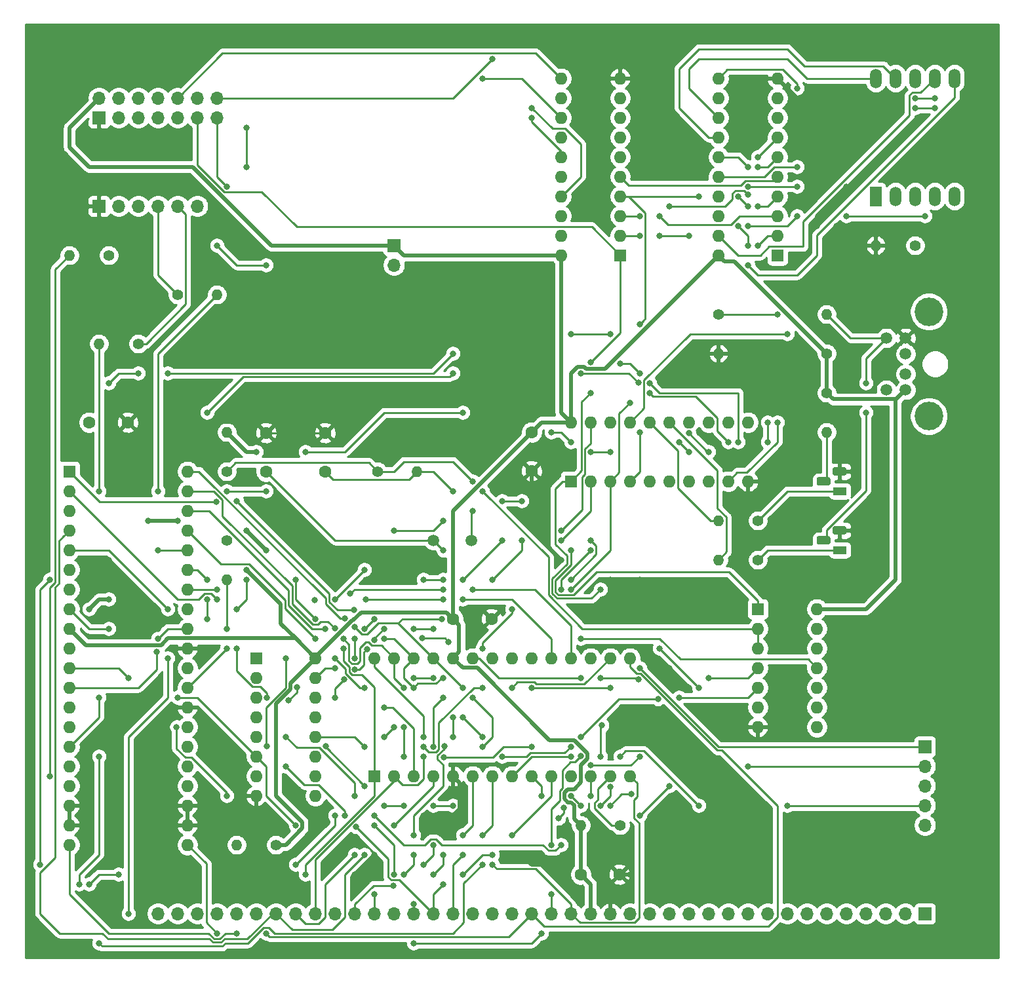
<source format=gbr>
%TF.GenerationSoftware,KiCad,Pcbnew,5.1.9-73d0e3b20d~88~ubuntu20.04.1*%
%TF.CreationDate,2021-02-07T22:21:29+01:00*%
%TF.ProjectId,simple-output,73696d70-6c65-42d6-9f75-747075742e6b,rev?*%
%TF.SameCoordinates,Original*%
%TF.FileFunction,Copper,L1,Top*%
%TF.FilePolarity,Positive*%
%FSLAX46Y46*%
G04 Gerber Fmt 4.6, Leading zero omitted, Abs format (unit mm)*
G04 Created by KiCad (PCBNEW 5.1.9-73d0e3b20d~88~ubuntu20.04.1) date 2021-02-07 22:21:29*
%MOMM*%
%LPD*%
G01*
G04 APERTURE LIST*
%TA.AperFunction,ComponentPad*%
%ADD10O,1.700000X1.700000*%
%TD*%
%TA.AperFunction,ComponentPad*%
%ADD11R,1.700000X1.700000*%
%TD*%
%TA.AperFunction,ComponentPad*%
%ADD12O,1.400000X1.400000*%
%TD*%
%TA.AperFunction,ComponentPad*%
%ADD13C,1.400000*%
%TD*%
%TA.AperFunction,ComponentPad*%
%ADD14R,1.600000X1.600000*%
%TD*%
%TA.AperFunction,ComponentPad*%
%ADD15O,1.600000X1.600000*%
%TD*%
%TA.AperFunction,ComponentPad*%
%ADD16C,1.500000*%
%TD*%
%TA.AperFunction,ComponentPad*%
%ADD17C,3.700780*%
%TD*%
%TA.AperFunction,ComponentPad*%
%ADD18C,1.501140*%
%TD*%
%TA.AperFunction,ComponentPad*%
%ADD19R,1.800000X1.100000*%
%TD*%
%TA.AperFunction,ComponentPad*%
%ADD20C,1.600000*%
%TD*%
%TA.AperFunction,ComponentPad*%
%ADD21O,1.524000X2.524000*%
%TD*%
%TA.AperFunction,ComponentPad*%
%ADD22R,1.524000X2.524000*%
%TD*%
%TA.AperFunction,ViaPad*%
%ADD23C,0.800000*%
%TD*%
%TA.AperFunction,Conductor*%
%ADD24C,0.250000*%
%TD*%
%TA.AperFunction,Conductor*%
%ADD25C,0.500000*%
%TD*%
%TA.AperFunction,Conductor*%
%ADD26C,0.254000*%
%TD*%
%TA.AperFunction,Conductor*%
%ADD27C,0.100000*%
%TD*%
G04 APERTURE END LIST*
D10*
%TO.P,J5,5*%
%TO.N,Net-(IC2-Pad20)*%
X162560000Y-181610000D03*
%TO.P,J5,4*%
%TO.N,Net-(IC2-Pad9)*%
X162560000Y-179070000D03*
%TO.P,J5,3*%
%TO.N,Net-(IC2-Pad21)*%
X162560000Y-176530000D03*
%TO.P,J5,2*%
%TO.N,Net-(IC2-Pad8)*%
X162560000Y-173990000D03*
D11*
%TO.P,J5,1*%
%TO.N,Net-(IC2-Pad22)*%
X162560000Y-171450000D03*
%TD*%
D12*
%TO.P,R14,2*%
%TO.N,Net-(R14-Pad2)*%
X135890000Y-147320000D03*
D13*
%TO.P,R14,1*%
%TO.N,Net-(Q2-Pad1)*%
X140970000Y-147320000D03*
%TD*%
D12*
%TO.P,R13,2*%
%TO.N,Net-(R13-Pad2)*%
X135890000Y-142240000D03*
D13*
%TO.P,R13,1*%
%TO.N,Net-(Q1-Pad1)*%
X140970000Y-142240000D03*
%TD*%
D14*
%TO.P,IC1,1*%
%TO.N,/D1*%
X52070000Y-135890000D03*
D15*
%TO.P,IC1,21*%
%TO.N,/~RESET~*%
X67310000Y-184150000D03*
%TO.P,IC1,2*%
%TO.N,/D3*%
X52070000Y-138430000D03*
%TO.P,IC1,22*%
%TO.N,GND*%
X67310000Y-181610000D03*
%TO.P,IC1,3*%
%TO.N,/D5*%
X52070000Y-140970000D03*
%TO.P,IC1,23*%
%TO.N,GND*%
X67310000Y-179070000D03*
%TO.P,IC1,4*%
%TO.N,/D7*%
X52070000Y-143510000D03*
%TO.P,IC1,24*%
%TO.N,N/C*%
X67310000Y-176530000D03*
%TO.P,IC1,5*%
%TO.N,/~INT~*%
X52070000Y-146050000D03*
%TO.P,IC1,25*%
%TO.N,N/C*%
X67310000Y-173990000D03*
%TO.P,IC1,6*%
%TO.N,/SIO_IEI*%
X52070000Y-148590000D03*
%TO.P,IC1,26*%
%TO.N,N/C*%
X67310000Y-171450000D03*
%TO.P,IC1,7*%
X52070000Y-151130000D03*
%TO.P,IC1,27*%
%TO.N,/UART_CLK*%
X67310000Y-168910000D03*
%TO.P,IC1,8*%
%TO.N,/~M1~*%
X52070000Y-153670000D03*
%TO.P,IC1,28*%
%TO.N,GND*%
X67310000Y-166370000D03*
%TO.P,IC1,9*%
%TO.N,+5V*%
X52070000Y-156210000D03*
%TO.P,IC1,29*%
%TO.N,Net-(IC1-Pad29)*%
X67310000Y-163830000D03*
%TO.P,IC1,10*%
%TO.N,N/C*%
X52070000Y-158750000D03*
%TO.P,IC1,30*%
X67310000Y-161290000D03*
%TO.P,IC1,11*%
%TO.N,Net-(IC1-Pad11)*%
X52070000Y-161290000D03*
%TO.P,IC1,31*%
%TO.N,GND*%
X67310000Y-158750000D03*
%TO.P,IC1,12*%
%TO.N,/RX*%
X52070000Y-163830000D03*
%TO.P,IC1,32*%
%TO.N,/~RD~*%
X67310000Y-156210000D03*
%TO.P,IC1,13*%
%TO.N,/UART_CLK*%
X52070000Y-166370000D03*
%TO.P,IC1,33*%
%TO.N,/A1*%
X67310000Y-153670000D03*
%TO.P,IC1,14*%
%TO.N,/UART_CLK*%
X52070000Y-168910000D03*
%TO.P,IC1,34*%
%TO.N,/A0*%
X67310000Y-151130000D03*
%TO.P,IC1,15*%
%TO.N,/TX*%
X52070000Y-171450000D03*
%TO.P,IC1,35*%
%TO.N,/~Y2~*%
X67310000Y-148590000D03*
%TO.P,IC1,16*%
%TO.N,N/C*%
X52070000Y-173990000D03*
%TO.P,IC1,36*%
%TO.N,/~IORQ~*%
X67310000Y-146050000D03*
%TO.P,IC1,17*%
%TO.N,/RTS*%
X52070000Y-176530000D03*
%TO.P,IC1,37*%
%TO.N,/D6*%
X67310000Y-143510000D03*
%TO.P,IC1,18*%
%TO.N,GND*%
X52070000Y-179070000D03*
%TO.P,IC1,38*%
%TO.N,/D4*%
X67310000Y-140970000D03*
%TO.P,IC1,19*%
%TO.N,GND*%
X52070000Y-181610000D03*
%TO.P,IC1,39*%
%TO.N,/D2*%
X67310000Y-138430000D03*
%TO.P,IC1,20*%
%TO.N,/CLK*%
X52070000Y-184150000D03*
%TO.P,IC1,40*%
%TO.N,/D0*%
X67310000Y-135890000D03*
%TD*%
D16*
%TO.P,Y1,2*%
%TO.N,Net-(C6-Pad1)*%
X103940000Y-144780000D03*
%TO.P,Y1,1*%
%TO.N,Net-(C3-Pad1)*%
X99060000Y-144780000D03*
%TD*%
D17*
%TO.P,J4,SHD*%
%TO.N,N/C*%
X163060380Y-115239800D03*
X163060380Y-128757680D03*
D18*
%TO.P,J4,6*%
X157568900Y-125349000D03*
%TO.P,J4,5*%
%TO.N,/KEY_CLK*%
X157568900Y-118648480D03*
%TO.P,J4,4*%
%TO.N,+5V*%
X160060640Y-125349000D03*
%TO.P,J4,3*%
%TO.N,GND*%
X160060640Y-118648480D03*
%TO.P,J4,1*%
%TO.N,/KEY_DATA*%
X160060640Y-120698260D03*
%TO.P,J4,2*%
%TO.N,N/C*%
X160060640Y-123299220D03*
%TD*%
D19*
%TO.P,Q2,1*%
%TO.N,Net-(Q2-Pad1)*%
X151530000Y-146050000D03*
%TO.P,Q2,3*%
%TO.N,GND*%
%TA.AperFunction,ComponentPad*%
G36*
G01*
X152155000Y-144060000D02*
X150905000Y-144060000D01*
G75*
G02*
X150630000Y-143785000I0J275000D01*
G01*
X150630000Y-143235000D01*
G75*
G02*
X150905000Y-142960000I275000J0D01*
G01*
X152155000Y-142960000D01*
G75*
G02*
X152430000Y-143235000I0J-275000D01*
G01*
X152430000Y-143785000D01*
G75*
G02*
X152155000Y-144060000I-275000J0D01*
G01*
G37*
%TD.AperFunction*%
%TO.P,Q2,2*%
%TO.N,/KEY_CLK*%
%TA.AperFunction,ComponentPad*%
G36*
G01*
X150085000Y-145330000D02*
X148835000Y-145330000D01*
G75*
G02*
X148560000Y-145055000I0J275000D01*
G01*
X148560000Y-144505000D01*
G75*
G02*
X148835000Y-144230000I275000J0D01*
G01*
X150085000Y-144230000D01*
G75*
G02*
X150360000Y-144505000I0J-275000D01*
G01*
X150360000Y-145055000D01*
G75*
G02*
X150085000Y-145330000I-275000J0D01*
G01*
G37*
%TD.AperFunction*%
%TD*%
%TO.P,Q1,1*%
%TO.N,Net-(Q1-Pad1)*%
X151530000Y-138430000D03*
%TO.P,Q1,3*%
%TO.N,GND*%
%TA.AperFunction,ComponentPad*%
G36*
G01*
X152155000Y-136440000D02*
X150905000Y-136440000D01*
G75*
G02*
X150630000Y-136165000I0J275000D01*
G01*
X150630000Y-135615000D01*
G75*
G02*
X150905000Y-135340000I275000J0D01*
G01*
X152155000Y-135340000D01*
G75*
G02*
X152430000Y-135615000I0J-275000D01*
G01*
X152430000Y-136165000D01*
G75*
G02*
X152155000Y-136440000I-275000J0D01*
G01*
G37*
%TD.AperFunction*%
%TO.P,Q1,2*%
%TO.N,/KEY_DATA*%
%TA.AperFunction,ComponentPad*%
G36*
G01*
X150085000Y-137710000D02*
X148835000Y-137710000D01*
G75*
G02*
X148560000Y-137435000I0J275000D01*
G01*
X148560000Y-136885000D01*
G75*
G02*
X148835000Y-136610000I275000J0D01*
G01*
X150085000Y-136610000D01*
G75*
G02*
X150360000Y-136885000I0J-275000D01*
G01*
X150360000Y-137435000D01*
G75*
G02*
X150085000Y-137710000I-275000J0D01*
G01*
G37*
%TD.AperFunction*%
%TD*%
D12*
%TO.P,R12,2*%
%TO.N,/KEY_DATA*%
X149860000Y-130810000D03*
D13*
%TO.P,R12,1*%
%TO.N,+5V*%
X149860000Y-125730000D03*
%TD*%
D12*
%TO.P,R11,2*%
%TO.N,/KEY_CLK*%
X149860000Y-115570000D03*
D13*
%TO.P,R11,1*%
%TO.N,+5V*%
X149860000Y-120650000D03*
%TD*%
D12*
%TO.P,R7,2*%
%TO.N,Net-(IC1-Pad29)*%
X72390000Y-149860000D03*
D13*
%TO.P,R7,1*%
%TO.N,+5V*%
X72390000Y-144780000D03*
%TD*%
D20*
%TO.P,C5,2*%
%TO.N,GND*%
X59610000Y-129540000D03*
%TO.P,C5,1*%
%TO.N,+5V*%
X54610000Y-129540000D03*
%TD*%
%TO.P,C4,2*%
%TO.N,GND*%
X111760000Y-135810000D03*
%TO.P,C4,1*%
%TO.N,+5V*%
X111760000Y-130810000D03*
%TD*%
%TO.P,C1,2*%
%TO.N,GND*%
X106600000Y-154940000D03*
%TO.P,C1,1*%
%TO.N,+5V*%
X101600000Y-154940000D03*
%TD*%
D15*
%TO.P,U8,20*%
%TO.N,+5V*%
X116840000Y-129540000D03*
%TO.P,U8,10*%
%TO.N,GND*%
X139700000Y-137160000D03*
%TO.P,U8,19*%
%TO.N,/~Y4~*%
X119380000Y-129540000D03*
%TO.P,U8,9*%
%TO.N,/D7*%
X137160000Y-137160000D03*
%TO.P,U8,18*%
%TO.N,/KEY_DATA*%
X121920000Y-129540000D03*
%TO.P,U8,8*%
%TO.N,/D6*%
X134620000Y-137160000D03*
%TO.P,U8,17*%
%TO.N,/KEY_CLK*%
X124460000Y-129540000D03*
%TO.P,U8,7*%
%TO.N,/D5*%
X132080000Y-137160000D03*
%TO.P,U8,16*%
%TO.N,Net-(R13-Pad2)*%
X127000000Y-129540000D03*
%TO.P,U8,6*%
%TO.N,/D4*%
X129540000Y-137160000D03*
%TO.P,U8,15*%
%TO.N,Net-(R14-Pad2)*%
X129540000Y-129540000D03*
%TO.P,U8,5*%
%TO.N,/D3*%
X127000000Y-137160000D03*
%TO.P,U8,14*%
%TO.N,N/C*%
X132080000Y-129540000D03*
%TO.P,U8,4*%
%TO.N,/D2*%
X124460000Y-137160000D03*
%TO.P,U8,13*%
%TO.N,N/C*%
X134620000Y-129540000D03*
%TO.P,U8,3*%
%TO.N,/D1*%
X121920000Y-137160000D03*
%TO.P,U8,12*%
%TO.N,N/C*%
X137160000Y-129540000D03*
%TO.P,U8,2*%
%TO.N,/D0*%
X119380000Y-137160000D03*
%TO.P,U8,11*%
%TO.N,N/C*%
X139700000Y-129540000D03*
D14*
%TO.P,U8,1*%
%TO.N,/RD*%
X116840000Y-137160000D03*
%TD*%
D11*
%TO.P,J1,1*%
%TO.N,N/C*%
X162560000Y-193040000D03*
D10*
%TO.P,J1,2*%
X160020000Y-193040000D03*
%TO.P,J1,3*%
X157480000Y-193040000D03*
%TO.P,J1,4*%
X154940000Y-193040000D03*
%TO.P,J1,5*%
X152400000Y-193040000D03*
%TO.P,J1,6*%
X149860000Y-193040000D03*
%TO.P,J1,7*%
X147320000Y-193040000D03*
%TO.P,J1,8*%
X144780000Y-193040000D03*
%TO.P,J1,9*%
%TO.N,/A7*%
X142240000Y-193040000D03*
%TO.P,J1,10*%
%TO.N,/A6*%
X139700000Y-193040000D03*
%TO.P,J1,11*%
%TO.N,/A5*%
X137160000Y-193040000D03*
%TO.P,J1,12*%
%TO.N,/A4*%
X134620000Y-193040000D03*
%TO.P,J1,13*%
%TO.N,N/C*%
X132080000Y-193040000D03*
%TO.P,J1,14*%
X129540000Y-193040000D03*
%TO.P,J1,15*%
X127000000Y-193040000D03*
%TO.P,J1,16*%
X124460000Y-193040000D03*
%TO.P,J1,17*%
%TO.N,GND*%
X121920000Y-193040000D03*
%TO.P,J1,18*%
%TO.N,+5V*%
X119380000Y-193040000D03*
%TO.P,J1,19*%
%TO.N,/~M1~*%
X116840000Y-193040000D03*
%TO.P,J1,20*%
%TO.N,/~RESET~*%
X114300000Y-193040000D03*
%TO.P,J1,21*%
%TO.N,/CLK*%
X111760000Y-193040000D03*
%TO.P,J1,22*%
%TO.N,/~INT~*%
X109220000Y-193040000D03*
%TO.P,J1,23*%
%TO.N,N/C*%
X106680000Y-193040000D03*
%TO.P,J1,24*%
X104140000Y-193040000D03*
%TO.P,J1,25*%
%TO.N,/~RD~*%
X101600000Y-193040000D03*
%TO.P,J1,26*%
%TO.N,/~IORQ~*%
X99060000Y-193040000D03*
%TO.P,J1,27*%
%TO.N,/D0*%
X96520000Y-193040000D03*
%TO.P,J1,28*%
%TO.N,/D1*%
X93980000Y-193040000D03*
%TO.P,J1,29*%
%TO.N,/D2*%
X91440000Y-193040000D03*
%TO.P,J1,30*%
%TO.N,/D3*%
X88900000Y-193040000D03*
%TO.P,J1,31*%
%TO.N,/D4*%
X86360000Y-193040000D03*
%TO.P,J1,32*%
%TO.N,/D5*%
X83820000Y-193040000D03*
%TO.P,J1,33*%
%TO.N,/D6*%
X81280000Y-193040000D03*
%TO.P,J1,34*%
%TO.N,/D7*%
X78740000Y-193040000D03*
%TO.P,J1,35*%
%TO.N,N/C*%
X76200000Y-193040000D03*
%TO.P,J1,36*%
X73660000Y-193040000D03*
%TO.P,J1,37*%
X71120000Y-193040000D03*
%TO.P,J1,38*%
X68580000Y-193040000D03*
%TO.P,J1,39*%
X66040000Y-193040000D03*
%TO.P,J1,40*%
X63500000Y-193040000D03*
%TD*%
D12*
%TO.P,R5,2*%
%TO.N,Net-(IC1-Pad11)*%
X73660000Y-184150000D03*
D13*
%TO.P,R5,1*%
%TO.N,+5V*%
X78740000Y-184150000D03*
%TD*%
D12*
%TO.P,R10,2*%
%TO.N,+5V*%
X118110000Y-181610000D03*
D13*
%TO.P,R10,1*%
%TO.N,Net-(IC2-Pad13)*%
X123190000Y-181610000D03*
%TD*%
D12*
%TO.P,R2,2*%
%TO.N,GND*%
X156210000Y-106680000D03*
D13*
%TO.P,R2,1*%
%TO.N,Net-(R2-Pad1)*%
X161290000Y-106680000D03*
%TD*%
D14*
%TO.P,IC2,1*%
%TO.N,/D4*%
X91440000Y-175260000D03*
D15*
%TO.P,IC2,15*%
%TO.N,/CLK*%
X124460000Y-160020000D03*
%TO.P,IC2,2*%
%TO.N,/D5*%
X93980000Y-175260000D03*
%TO.P,IC2,16*%
%TO.N,/~Y3~*%
X121920000Y-160020000D03*
%TO.P,IC2,3*%
%TO.N,/D6*%
X96520000Y-175260000D03*
%TO.P,IC2,17*%
%TO.N,/~RESET~*%
X119380000Y-160020000D03*
%TO.P,IC2,4*%
%TO.N,/D7*%
X99060000Y-175260000D03*
%TO.P,IC2,18*%
%TO.N,/A0*%
X116840000Y-160020000D03*
%TO.P,IC2,5*%
%TO.N,GND*%
X101600000Y-175260000D03*
%TO.P,IC2,19*%
%TO.N,/A1*%
X114300000Y-160020000D03*
%TO.P,IC2,6*%
%TO.N,/~RD~*%
X104140000Y-175260000D03*
%TO.P,IC2,20*%
%TO.N,Net-(IC2-Pad20)*%
X111760000Y-160020000D03*
%TO.P,IC2,7*%
%TO.N,/UART_CLK*%
X106680000Y-175260000D03*
%TO.P,IC2,21*%
%TO.N,Net-(IC2-Pad21)*%
X109220000Y-160020000D03*
%TO.P,IC2,8*%
%TO.N,Net-(IC2-Pad8)*%
X109220000Y-175260000D03*
%TO.P,IC2,22*%
%TO.N,Net-(IC2-Pad22)*%
X106680000Y-160020000D03*
%TO.P,IC2,9*%
%TO.N,Net-(IC2-Pad9)*%
X111760000Y-175260000D03*
%TO.P,IC2,23*%
%TO.N,/CLK7.3728*%
X104140000Y-160020000D03*
%TO.P,IC2,10*%
%TO.N,/~IORQ~*%
X114300000Y-175260000D03*
%TO.P,IC2,24*%
%TO.N,+5V*%
X101600000Y-160020000D03*
%TO.P,IC2,11*%
%TO.N,/SIO_IEI*%
X116840000Y-175260000D03*
%TO.P,IC2,25*%
%TO.N,/D0*%
X99060000Y-160020000D03*
%TO.P,IC2,12*%
%TO.N,/~INT~*%
X119380000Y-175260000D03*
%TO.P,IC2,26*%
%TO.N,/D1*%
X96520000Y-160020000D03*
%TO.P,IC2,13*%
%TO.N,Net-(IC2-Pad13)*%
X121920000Y-175260000D03*
%TO.P,IC2,27*%
%TO.N,/D2*%
X93980000Y-160020000D03*
%TO.P,IC2,14*%
%TO.N,/~M1~*%
X124460000Y-175260000D03*
%TO.P,IC2,28*%
%TO.N,/D3*%
X91440000Y-160020000D03*
%TD*%
D10*
%TO.P,J1_5VtoSerial1,2*%
%TO.N,Net-(J1_5VtoSerial1-Pad2)*%
X93980000Y-109220000D03*
D11*
%TO.P,J1_5VtoSerial1,1*%
%TO.N,+5V*%
X93980000Y-106680000D03*
%TD*%
%TO.P,J3,1*%
%TO.N,GND*%
X55880000Y-101600000D03*
D10*
%TO.P,J3,2*%
%TO.N,Net-(J3-Pad2)*%
X58420000Y-101600000D03*
%TO.P,J3,3*%
%TO.N,Net-(J1_5VtoSerial1-Pad2)*%
X60960000Y-101600000D03*
%TO.P,J3,4*%
%TO.N,Net-(J3-Pad4)*%
X63500000Y-101600000D03*
%TO.P,J3,5*%
%TO.N,Net-(J3-Pad5)*%
X66040000Y-101600000D03*
%TO.P,J3,6*%
%TO.N,N/C*%
X68580000Y-101600000D03*
%TD*%
D11*
%TO.P,J2,1*%
%TO.N,GND*%
X55880000Y-90170000D03*
D10*
%TO.P,J2,2*%
%TO.N,+5V*%
X55880000Y-87630000D03*
%TO.P,J2,3*%
%TO.N,/IO0*%
X58420000Y-90170000D03*
%TO.P,J2,4*%
%TO.N,/IO1*%
X58420000Y-87630000D03*
%TO.P,J2,5*%
%TO.N,/IO2*%
X60960000Y-90170000D03*
%TO.P,J2,6*%
%TO.N,/IO3*%
X60960000Y-87630000D03*
%TO.P,J2,7*%
%TO.N,/IO4*%
X63500000Y-90170000D03*
%TO.P,J2,8*%
%TO.N,/IO5*%
X63500000Y-87630000D03*
%TO.P,J2,9*%
%TO.N,/IO6*%
X66040000Y-90170000D03*
%TO.P,J2,10*%
%TO.N,/IO7*%
X66040000Y-87630000D03*
%TO.P,J2,11*%
%TO.N,/RD*%
X68580000Y-90170000D03*
%TO.P,J2,12*%
%TO.N,/A0*%
X68580000Y-87630000D03*
%TO.P,J2,13*%
%TO.N,/A1*%
X71120000Y-90170000D03*
%TO.P,J2,14*%
%TO.N,/Y1*%
X71120000Y-87630000D03*
%TD*%
D14*
%TO.P,U1,1*%
%TO.N,Net-(C3-Pad1)*%
X140970000Y-153670000D03*
D15*
%TO.P,U1,8*%
%TO.N,/Y1*%
X148590000Y-168910000D03*
%TO.P,U1,2*%
%TO.N,Net-(R3-Pad1)*%
X140970000Y-156210000D03*
%TO.P,U1,9*%
%TO.N,/~Y1~*%
X148590000Y-166370000D03*
%TO.P,U1,3*%
%TO.N,Net-(R3-Pad1)*%
X140970000Y-158750000D03*
%TO.P,U1,10*%
%TO.N,Net-(U1-Pad10)*%
X148590000Y-163830000D03*
%TO.P,U1,4*%
%TO.N,/CLK7.3728*%
X140970000Y-161290000D03*
%TO.P,U1,11*%
%TO.N,/~Y0~*%
X148590000Y-161290000D03*
%TO.P,U1,5*%
%TO.N,/~RD~*%
X140970000Y-163830000D03*
%TO.P,U1,12*%
%TO.N,N/C*%
X148590000Y-158750000D03*
%TO.P,U1,6*%
%TO.N,/RD*%
X140970000Y-166370000D03*
%TO.P,U1,13*%
%TO.N,N/C*%
X148590000Y-156210000D03*
%TO.P,U1,7*%
%TO.N,GND*%
X140970000Y-168910000D03*
%TO.P,U1,14*%
%TO.N,+5V*%
X148590000Y-153670000D03*
%TD*%
D21*
%TO.P,U5,10*%
%TO.N,Net-(U3-Pad13)*%
X156210000Y-85090000D03*
%TO.P,U5,9*%
%TO.N,Net-(U3-Pad14)*%
X158750000Y-85090000D03*
%TO.P,U5,8*%
%TO.N,Net-(R2-Pad1)*%
X161290000Y-85090000D03*
%TO.P,U5,7*%
%TO.N,Net-(U3-Pad19)*%
X163830000Y-85090000D03*
%TO.P,U5,6*%
%TO.N,Net-(U3-Pad18)*%
X166370000Y-85090000D03*
%TO.P,U5,5*%
%TO.N,Net-(U3-Pad12)*%
X166370000Y-100330000D03*
%TO.P,U5,4*%
%TO.N,Net-(U3-Pad17)*%
X163830000Y-100330000D03*
%TO.P,U5,3*%
%TO.N,N/C*%
X161290000Y-100330000D03*
%TO.P,U5,2*%
%TO.N,Net-(U3-Pad16)*%
X158750000Y-100330000D03*
D22*
%TO.P,U5,1*%
%TO.N,Net-(U3-Pad15)*%
X156210000Y-100330000D03*
%TD*%
D15*
%TO.P,U4,20*%
%TO.N,+5V*%
X115570000Y-107950000D03*
%TO.P,U4,10*%
%TO.N,GND*%
X123190000Y-85090000D03*
%TO.P,U4,19*%
%TO.N,/~Y1~*%
X115570000Y-105410000D03*
%TO.P,U4,9*%
%TO.N,/D7*%
X123190000Y-87630000D03*
%TO.P,U4,18*%
%TO.N,/IO0*%
X115570000Y-102870000D03*
%TO.P,U4,8*%
%TO.N,/D6*%
X123190000Y-90170000D03*
%TO.P,U4,17*%
%TO.N,/IO1*%
X115570000Y-100330000D03*
%TO.P,U4,7*%
%TO.N,/D5*%
X123190000Y-92710000D03*
%TO.P,U4,16*%
%TO.N,/IO2*%
X115570000Y-97790000D03*
%TO.P,U4,6*%
%TO.N,/D4*%
X123190000Y-95250000D03*
%TO.P,U4,15*%
%TO.N,/IO3*%
X115570000Y-95250000D03*
%TO.P,U4,5*%
%TO.N,/D3*%
X123190000Y-97790000D03*
%TO.P,U4,14*%
%TO.N,/IO4*%
X115570000Y-92710000D03*
%TO.P,U4,4*%
%TO.N,/D2*%
X123190000Y-100330000D03*
%TO.P,U4,13*%
%TO.N,/IO5*%
X115570000Y-90170000D03*
%TO.P,U4,3*%
%TO.N,/D1*%
X123190000Y-102870000D03*
%TO.P,U4,12*%
%TO.N,/IO6*%
X115570000Y-87630000D03*
%TO.P,U4,2*%
%TO.N,/D0*%
X123190000Y-105410000D03*
%TO.P,U4,11*%
%TO.N,/IO7*%
X115570000Y-85090000D03*
D14*
%TO.P,U4,1*%
%TO.N,/RD*%
X123190000Y-107950000D03*
%TD*%
D15*
%TO.P,U3,20*%
%TO.N,+5V*%
X135890000Y-107950000D03*
%TO.P,U3,10*%
%TO.N,GND*%
X143510000Y-85090000D03*
%TO.P,U3,19*%
%TO.N,Net-(U3-Pad19)*%
X135890000Y-105410000D03*
%TO.P,U3,9*%
%TO.N,/D7*%
X143510000Y-87630000D03*
%TO.P,U3,18*%
%TO.N,Net-(U3-Pad18)*%
X135890000Y-102870000D03*
%TO.P,U3,8*%
%TO.N,/D6*%
X143510000Y-90170000D03*
%TO.P,U3,17*%
%TO.N,Net-(U3-Pad17)*%
X135890000Y-100330000D03*
%TO.P,U3,7*%
%TO.N,/D5*%
X143510000Y-92710000D03*
%TO.P,U3,16*%
%TO.N,Net-(U3-Pad16)*%
X135890000Y-97790000D03*
%TO.P,U3,6*%
%TO.N,/D4*%
X143510000Y-95250000D03*
%TO.P,U3,15*%
%TO.N,Net-(U3-Pad15)*%
X135890000Y-95250000D03*
%TO.P,U3,5*%
%TO.N,/D3*%
X143510000Y-97790000D03*
%TO.P,U3,14*%
%TO.N,Net-(U3-Pad14)*%
X135890000Y-92710000D03*
%TO.P,U3,4*%
%TO.N,/D2*%
X143510000Y-100330000D03*
%TO.P,U3,13*%
%TO.N,Net-(U3-Pad13)*%
X135890000Y-90170000D03*
%TO.P,U3,3*%
%TO.N,/D1*%
X143510000Y-102870000D03*
%TO.P,U3,12*%
%TO.N,Net-(U3-Pad12)*%
X135890000Y-87630000D03*
%TO.P,U3,2*%
%TO.N,/D0*%
X143510000Y-105410000D03*
%TO.P,U3,11*%
%TO.N,Net-(U1-Pad10)*%
X135890000Y-85090000D03*
D14*
%TO.P,U3,1*%
%TO.N,Net-(R1-Pad1)*%
X143510000Y-107950000D03*
%TD*%
%TO.P,U2,1*%
%TO.N,/A5*%
X76200000Y-160020000D03*
D15*
%TO.P,U2,9*%
%TO.N,N/C*%
X83820000Y-177800000D03*
%TO.P,U2,2*%
%TO.N,/A6*%
X76200000Y-162560000D03*
%TO.P,U2,10*%
%TO.N,N/C*%
X83820000Y-175260000D03*
%TO.P,U2,3*%
%TO.N,/A7*%
X76200000Y-165100000D03*
%TO.P,U2,11*%
%TO.N,/~Y4~*%
X83820000Y-172720000D03*
%TO.P,U2,4*%
%TO.N,/A4*%
X76200000Y-167640000D03*
%TO.P,U2,12*%
%TO.N,/~Y3~*%
X83820000Y-170180000D03*
%TO.P,U2,5*%
%TO.N,/~IORQ~*%
X76200000Y-170180000D03*
%TO.P,U2,13*%
%TO.N,/~Y2~*%
X83820000Y-167640000D03*
%TO.P,U2,6*%
%TO.N,/~M1~*%
X76200000Y-172720000D03*
%TO.P,U2,14*%
%TO.N,/~Y1~*%
X83820000Y-165100000D03*
%TO.P,U2,7*%
%TO.N,N/C*%
X76200000Y-175260000D03*
%TO.P,U2,15*%
%TO.N,/~Y0~*%
X83820000Y-162560000D03*
%TO.P,U2,8*%
%TO.N,GND*%
X76200000Y-177800000D03*
%TO.P,U2,16*%
%TO.N,+5V*%
X83820000Y-160020000D03*
%TD*%
D12*
%TO.P,R9,2*%
%TO.N,/RTS*%
X52070000Y-107950000D03*
D13*
%TO.P,R9,1*%
%TO.N,Net-(J3-Pad2)*%
X57150000Y-107950000D03*
%TD*%
D12*
%TO.P,R6,2*%
%TO.N,/RX*%
X71120000Y-113030000D03*
D13*
%TO.P,R6,1*%
%TO.N,Net-(J3-Pad4)*%
X66040000Y-113030000D03*
%TD*%
D12*
%TO.P,R4,2*%
%TO.N,Net-(C6-Pad1)*%
X96950000Y-135890000D03*
D13*
%TO.P,R4,1*%
%TO.N,Net-(R3-Pad1)*%
X91870000Y-135890000D03*
%TD*%
D12*
%TO.P,R8,2*%
%TO.N,/TX*%
X55880000Y-119380000D03*
D13*
%TO.P,R8,1*%
%TO.N,Net-(J3-Pad5)*%
X60960000Y-119380000D03*
%TD*%
D12*
%TO.P,R3,2*%
%TO.N,Net-(C3-Pad1)*%
X72390000Y-130810000D03*
D13*
%TO.P,R3,1*%
%TO.N,Net-(R3-Pad1)*%
X72390000Y-135890000D03*
%TD*%
D12*
%TO.P,R1,2*%
%TO.N,GND*%
X135890000Y-120650000D03*
D13*
%TO.P,R1,1*%
%TO.N,Net-(R1-Pad1)*%
X135890000Y-115570000D03*
%TD*%
D20*
%TO.P,C6,2*%
%TO.N,GND*%
X85090000Y-130890000D03*
%TO.P,C6,1*%
%TO.N,Net-(C6-Pad1)*%
X85090000Y-135890000D03*
%TD*%
%TO.P,C3,2*%
%TO.N,GND*%
X77470000Y-130890000D03*
%TO.P,C3,1*%
%TO.N,Net-(C3-Pad1)*%
X77470000Y-135890000D03*
%TD*%
%TO.P,C2,2*%
%TO.N,GND*%
X123110000Y-187960000D03*
%TO.P,C2,1*%
%TO.N,+5V*%
X118110000Y-187960000D03*
%TD*%
D23*
%TO.N,/D7*%
X143510000Y-129540000D03*
X93980000Y-181610000D03*
X90170000Y-185420000D03*
X138430000Y-132080000D03*
X127000000Y-124460000D03*
X125730000Y-123190000D03*
X123190000Y-121920000D03*
X121920000Y-118110000D03*
X116840000Y-118110000D03*
X101600000Y-120650000D03*
X64770000Y-123190000D03*
X60960000Y-123190000D03*
X57150000Y-124460000D03*
%TO.N,/D0*%
X125730000Y-105410000D03*
X128270000Y-105410000D03*
X132080000Y-105410000D03*
X140970000Y-106680000D03*
X96520000Y-191770000D03*
X99060000Y-187960000D03*
X100330000Y-185420000D03*
X105410000Y-171450000D03*
X104140000Y-165100000D03*
X102870000Y-163830000D03*
X115570000Y-144780000D03*
X110490000Y-144780000D03*
X106680000Y-149860000D03*
X100199997Y-154940000D03*
X88942183Y-156029989D03*
X87601036Y-154911036D03*
%TO.N,/CLK*%
X73660000Y-195580000D03*
X77470000Y-195580000D03*
%TO.N,+5V*%
X74930000Y-148590000D03*
X77470000Y-146050000D03*
X74930000Y-143510000D03*
X66040000Y-142240000D03*
X62230000Y-142240000D03*
X57150000Y-152400000D03*
X54610000Y-153670000D03*
%TO.N,/A0*%
X71120000Y-151130000D03*
X100330000Y-151130000D03*
X104140000Y-151130000D03*
X74930000Y-91440000D03*
X74930000Y-96520000D03*
X88355012Y-151642660D03*
%TO.N,/A1*%
X72390000Y-99060000D03*
X102870000Y-152400000D03*
X100330000Y-152400000D03*
X74930000Y-149860000D03*
X73660000Y-153670000D03*
X90350012Y-152442184D03*
%TO.N,/A5*%
X105410000Y-170180000D03*
X102870000Y-167640000D03*
%TO.N,/A6*%
X93980000Y-168910000D03*
X92710000Y-170180000D03*
X81435021Y-163792607D03*
X80382642Y-165472642D03*
%TO.N,/A7*%
X121920000Y-179070000D03*
X101600000Y-179070000D03*
X99060000Y-179070000D03*
X95250000Y-179070000D03*
X92710000Y-179070000D03*
X90170000Y-176530000D03*
X85165165Y-171374835D03*
X124655865Y-177604135D03*
X115916904Y-179331127D03*
X115254956Y-180709642D03*
%TO.N,Net-(R1-Pad1)*%
X143510000Y-115570000D03*
%TO.N,/~M1~*%
X81280000Y-181610000D03*
X106680000Y-186690000D03*
X66040000Y-165100000D03*
X57150000Y-156210000D03*
%TO.N,/~IORQ~*%
X100330000Y-189230000D03*
X102870000Y-187960000D03*
X106680000Y-185420000D03*
X109220000Y-182880000D03*
X87630000Y-180340000D03*
X80010000Y-173990000D03*
X89095865Y-181805865D03*
X63500000Y-146050000D03*
%TO.N,/D1*%
X73660000Y-139700000D03*
X124460000Y-127000000D03*
X125730000Y-102870000D03*
X128270000Y-102870000D03*
X92710000Y-157480000D03*
X97790000Y-186690000D03*
X99060000Y-184150000D03*
X101600000Y-170180000D03*
X101600000Y-167640000D03*
X96520000Y-163830000D03*
X116840000Y-151130000D03*
X100330000Y-162560000D03*
X71022633Y-139797367D03*
X88828852Y-153821048D03*
%TO.N,/D2*%
X125730000Y-116840000D03*
X125730000Y-130810000D03*
X133350000Y-100330000D03*
X140970000Y-101600000D03*
X91440000Y-190500000D03*
X93980000Y-187960000D03*
X91440000Y-181610000D03*
X95250000Y-172720000D03*
X95250000Y-168910000D03*
X95250000Y-163830000D03*
X86327545Y-156184527D03*
X87449989Y-157522183D03*
X121920000Y-133350000D03*
X119380000Y-133350000D03*
X116840000Y-132080000D03*
X114300000Y-130810000D03*
X102870000Y-128270000D03*
X82550000Y-133350000D03*
X77470000Y-138430000D03*
X72390000Y-138430000D03*
%TO.N,/D3*%
X71120000Y-152400000D03*
X95250000Y-187960000D03*
X96520000Y-185420000D03*
X96520000Y-182880000D03*
X97790000Y-170180000D03*
X93937817Y-189410011D03*
X110490000Y-139700000D03*
X107950000Y-139700000D03*
X100330000Y-142240000D03*
X93980000Y-143510000D03*
X90170000Y-148590000D03*
X86360000Y-152400000D03*
X83721501Y-152498499D03*
X100510012Y-171407816D03*
%TO.N,/D4*%
X85090000Y-156210000D03*
X130810000Y-132080000D03*
X132080000Y-133350000D03*
X129540000Y-101600000D03*
X140970000Y-96520000D03*
X82550000Y-187960000D03*
X139742184Y-100149988D03*
X87449988Y-158792184D03*
X119380000Y-144780000D03*
X116840000Y-149860000D03*
X99060000Y-156210000D03*
X96520000Y-156210000D03*
X91440000Y-154940000D03*
X90170000Y-156210000D03*
X88900000Y-157480000D03*
X88900000Y-160020000D03*
%TO.N,/D5*%
X132080000Y-130940003D03*
X134620000Y-133350000D03*
X140970000Y-95250000D03*
X119380000Y-146050000D03*
X115570000Y-151130000D03*
X109220000Y-153670000D03*
X105410000Y-158750000D03*
X100330000Y-165100000D03*
X99060000Y-171450000D03*
X97790000Y-172720000D03*
%TO.N,/D6*%
X83820000Y-157480000D03*
X86360000Y-160020000D03*
X90170000Y-163830000D03*
X92710000Y-166370000D03*
X142240000Y-129540000D03*
X142240000Y-132080000D03*
X88900000Y-185420000D03*
X137160000Y-132080000D03*
X127000000Y-125730000D03*
X118110000Y-123190000D03*
X101600000Y-123190000D03*
X69850000Y-128270000D03*
X125549988Y-124417816D03*
%TO.N,/~Y2~*%
X77600003Y-165100000D03*
X73660000Y-158750000D03*
X69850000Y-154940000D03*
X69850000Y-152400000D03*
X69850000Y-149860000D03*
%TO.N,/IO5*%
X105410000Y-85090000D03*
%TO.N,/IO3*%
X111760000Y-90170000D03*
%TO.N,/IO1*%
X111760000Y-88900000D03*
%TO.N,/~Y1~*%
X86360000Y-165100000D03*
X96520000Y-162560000D03*
X99060000Y-162560000D03*
X87517258Y-162788796D03*
%TO.N,/~Y0~*%
X118110000Y-157480000D03*
X92710000Y-156210000D03*
X86360000Y-161290000D03*
X97609988Y-157437816D03*
X101055010Y-157927662D03*
X91482184Y-157660012D03*
X90476963Y-158834767D03*
X88933208Y-161470012D03*
%TO.N,Net-(C3-Pad1)*%
X100368162Y-146088162D03*
X116840000Y-146050000D03*
X76200000Y-133350000D03*
%TO.N,/CLK7.3728*%
X118110000Y-162560000D03*
X120650000Y-162560000D03*
X134620000Y-162560000D03*
X125534135Y-162755864D03*
%TO.N,/TX*%
X55880000Y-138430000D03*
X55880000Y-165100000D03*
%TO.N,/RX*%
X63500000Y-138430000D03*
X63315724Y-159180012D03*
%TO.N,/RTS*%
X49530000Y-175260000D03*
%TO.N,/~Y3~*%
X90170000Y-171450000D03*
X97790000Y-171450000D03*
X105410000Y-163830000D03*
X109220000Y-163830000D03*
%TO.N,/UART_CLK*%
X105410000Y-182880000D03*
X105410000Y-186690000D03*
X55880000Y-196850000D03*
X53340000Y-189230000D03*
X55880000Y-172720000D03*
%TO.N,/~RD~*%
X102870000Y-185420000D03*
X102870000Y-182880000D03*
X107950000Y-172720000D03*
X116840000Y-171450000D03*
X118110000Y-170180000D03*
X130810000Y-165100000D03*
X63500000Y-157480000D03*
X64770000Y-160020000D03*
X59690000Y-193040000D03*
X128074135Y-165295864D03*
%TO.N,Net-(IC1-Pad11)*%
X59690000Y-162560000D03*
X65909997Y-168910000D03*
X72390000Y-177800000D03*
%TO.N,/~INT~*%
X64770000Y-153670000D03*
X119380000Y-177800000D03*
%TO.N,/~RESET~*%
X114300000Y-190500000D03*
X114300000Y-184150000D03*
X120650000Y-172720000D03*
X120845865Y-168714135D03*
X118086073Y-172693824D03*
X71120000Y-195580000D03*
X96520000Y-196850000D03*
X113030000Y-195580000D03*
%TO.N,GND*%
X124460000Y-187960000D03*
X127000000Y-187960000D03*
X138430000Y-176530000D03*
X132080000Y-163830000D03*
X129540000Y-161290000D03*
X115570000Y-147320000D03*
X101600000Y-180340000D03*
X110490000Y-185420000D03*
X115570000Y-186690000D03*
X97790000Y-180340000D03*
X91440000Y-185420000D03*
X88900000Y-187960000D03*
X138430000Y-138430000D03*
X137160000Y-139700000D03*
X125730000Y-149860000D03*
X121920000Y-149860000D03*
X143510000Y-137160000D03*
X63500000Y-156210000D03*
X57150000Y-147320000D03*
X57150000Y-135890000D03*
X66040000Y-129540000D03*
X151130000Y-104140000D03*
X148590000Y-104140000D03*
X152400000Y-99060000D03*
X151130000Y-97790000D03*
%TO.N,/Y1*%
X106680000Y-82550000D03*
%TO.N,/RD*%
X119380000Y-125730000D03*
X133350000Y-163830000D03*
X128270000Y-158750000D03*
X120650000Y-151130000D03*
X119380000Y-121764979D03*
%TO.N,/SIO_IEI*%
X49530000Y-149860000D03*
X48260000Y-186690000D03*
X54610000Y-189230000D03*
X58420000Y-187960000D03*
X81280000Y-186690000D03*
X86360000Y-180340000D03*
X111760000Y-171450000D03*
X100427372Y-172817363D03*
%TO.N,Net-(C6-Pad1)*%
X104140000Y-140970000D03*
X101600000Y-138430000D03*
%TO.N,Net-(IC1-Pad29)*%
X72390000Y-156210000D03*
X72390000Y-158750000D03*
%TO.N,/A4*%
X115570000Y-184150000D03*
X91440000Y-180340000D03*
X88900000Y-177800000D03*
X80010000Y-170180000D03*
%TO.N,Net-(R3-Pad1)*%
X104140000Y-137160000D03*
X105410000Y-138430000D03*
%TO.N,Net-(U1-Pad10)*%
X163830000Y-87630000D03*
X161290000Y-87630000D03*
X146050000Y-86360000D03*
%TO.N,/~Y4~*%
X115570000Y-143510000D03*
X107950000Y-144780000D03*
X102870000Y-149860000D03*
X100330000Y-149860000D03*
X97790000Y-149860000D03*
X81280000Y-149860000D03*
X83820000Y-154940000D03*
X80010000Y-160020000D03*
X77545164Y-171374836D03*
%TO.N,Net-(U3-Pad18)*%
X139700000Y-109220000D03*
X139700000Y-106680000D03*
X138430000Y-104140000D03*
%TO.N,Net-(U3-Pad17)*%
X162560000Y-102870000D03*
X152400000Y-102870000D03*
X146050000Y-102870000D03*
X139700000Y-104140000D03*
X139700000Y-101600000D03*
X138430000Y-100330000D03*
%TO.N,Net-(U3-Pad16)*%
X146050000Y-96520000D03*
%TO.N,Net-(U3-Pad15)*%
X146050000Y-99060000D03*
X139700000Y-99060000D03*
X139700000Y-96520000D03*
%TO.N,Net-(U3-Pad12)*%
X163830000Y-88900000D03*
X161290000Y-88900000D03*
%TO.N,/KEY_CLK*%
X154940000Y-128270000D03*
X154940000Y-124460000D03*
X144780000Y-118110000D03*
%TO.N,Net-(IC2-Pad21)*%
X123190000Y-172720000D03*
X133350000Y-179070000D03*
%TO.N,Net-(IC2-Pad8)*%
X139700000Y-173990000D03*
X125730000Y-172720000D03*
X119380000Y-173859997D03*
X116840000Y-172720000D03*
%TO.N,Net-(IC2-Pad22)*%
X125730000Y-161290000D03*
X121920000Y-163830000D03*
X111760000Y-163830000D03*
%TO.N,Net-(IC2-Pad9)*%
X144780000Y-179070000D03*
X129540000Y-176530000D03*
X125730000Y-180340000D03*
X121920000Y-176660003D03*
X120650000Y-179070000D03*
X118110000Y-179070000D03*
X116840000Y-177800000D03*
X113030000Y-177800000D03*
%TO.N,Net-(J1_5VtoSerial1-Pad2)*%
X77470000Y-109220000D03*
X71120000Y-106680000D03*
%TD*%
D24*
%TO.N,/D7*%
X138285001Y-136034999D02*
X137160000Y-137160000D01*
X139555001Y-136034999D02*
X138285001Y-136034999D01*
X143510000Y-132080000D02*
X139555001Y-136034999D01*
X143510000Y-129540000D02*
X143510000Y-132080000D01*
X99060000Y-176530000D02*
X93980000Y-181610000D01*
X99060000Y-175260000D02*
X99060000Y-176530000D01*
X90170000Y-185420000D02*
X87630000Y-187960000D01*
X87630000Y-187960000D02*
X87630000Y-193509002D01*
X87630000Y-193509002D02*
X86009012Y-195129990D01*
X86009012Y-195129990D02*
X80829990Y-195129990D01*
X80829990Y-195129990D02*
X78740000Y-193040000D01*
X138430000Y-132080000D02*
X138430000Y-125730000D01*
X128270000Y-125730000D02*
X127000000Y-124460000D01*
X138430000Y-125730000D02*
X128270000Y-125730000D01*
X124460000Y-121920000D02*
X123190000Y-121920000D01*
X125730000Y-123190000D02*
X124460000Y-121920000D01*
X121920000Y-118110000D02*
X116840000Y-118110000D01*
X99060000Y-123190000D02*
X64770000Y-123190000D01*
X101600000Y-120650000D02*
X99060000Y-123190000D01*
X58420000Y-123190000D02*
X57150000Y-124460000D01*
X60960000Y-123190000D02*
X58420000Y-123190000D01*
X48260000Y-193040000D02*
X48260000Y-187763004D01*
X72104413Y-196305002D02*
X71654402Y-196755013D01*
X50705012Y-144874988D02*
X51270001Y-144309999D01*
X70135587Y-196305002D02*
X57061814Y-196305002D01*
X57061814Y-196305002D02*
X56336812Y-195580000D01*
X70585598Y-196755013D02*
X70135587Y-196305002D01*
X56336812Y-195580000D02*
X50800000Y-195580000D01*
X48260000Y-187763004D02*
X50255002Y-185768002D01*
X50255002Y-185768002D02*
X50255002Y-150844411D01*
X78300588Y-193040000D02*
X75035586Y-196305002D01*
X51270001Y-144309999D02*
X52070000Y-143510000D01*
X50800000Y-195580000D02*
X48260000Y-193040000D01*
X71654402Y-196755013D02*
X70585598Y-196755013D01*
X75035586Y-196305002D02*
X72104413Y-196305002D01*
X78740000Y-193040000D02*
X78300588Y-193040000D01*
X50705012Y-150394401D02*
X50705012Y-144874988D01*
X50255002Y-150844411D02*
X50705012Y-150394401D01*
%TO.N,/D0*%
X123190000Y-105410000D02*
X125730000Y-105410000D01*
X128270000Y-105410000D02*
X132080000Y-105410000D01*
X96520000Y-193040000D02*
X96520000Y-191770000D01*
X100330000Y-186690000D02*
X100330000Y-185420000D01*
X99060000Y-187960000D02*
X100330000Y-186690000D01*
X105410000Y-171450000D02*
X106680000Y-170180000D01*
X106680000Y-167640000D02*
X104140000Y-165100000D01*
X106680000Y-170180000D02*
X106680000Y-167640000D01*
X94524999Y-155484999D02*
X99060000Y-160020000D01*
X140970000Y-106680000D02*
X142240000Y-105410000D01*
X142240000Y-105410000D02*
X143510000Y-105410000D01*
X119380000Y-140970000D02*
X115570000Y-144780000D01*
X119380000Y-137160000D02*
X119380000Y-140970000D01*
X110490000Y-146050000D02*
X106680000Y-149860000D01*
X110490000Y-144780000D02*
X110490000Y-146050000D01*
X95069998Y-154940000D02*
X94524999Y-155484999D01*
X100199997Y-154940000D02*
X95069998Y-154940000D01*
X102870000Y-163830000D02*
X102470001Y-163430001D01*
X102470001Y-163430001D02*
X99060000Y-160020000D01*
X85184987Y-152297991D02*
X85184987Y-153060672D01*
X68776996Y-135890000D02*
X85184987Y-152297991D01*
X85184987Y-153060672D02*
X87035351Y-154911036D01*
X87035351Y-154911036D02*
X87601036Y-154911036D01*
X67310000Y-135890000D02*
X68776996Y-135890000D01*
X89847196Y-156935002D02*
X88942183Y-156029989D01*
X94524999Y-155484999D02*
X91968005Y-155484999D01*
X91968005Y-155484999D02*
X90518002Y-156935002D01*
X90518002Y-156935002D02*
X89847196Y-156935002D01*
%TO.N,/CLK*%
X110910001Y-193889999D02*
X111760000Y-193040000D01*
X77470000Y-195580000D02*
X77920011Y-196030011D01*
X77920011Y-196030011D02*
X108769989Y-196030011D01*
X108769989Y-196030011D02*
X110910001Y-193889999D01*
X136340011Y-171900011D02*
X135703600Y-171900011D01*
X142353990Y-194665012D02*
X143510000Y-193509002D01*
X124460000Y-161151370D02*
X124460000Y-160020000D01*
X125818592Y-162015002D02*
X125323632Y-162015002D01*
X125323632Y-162015002D02*
X124460000Y-161151370D01*
X135703600Y-171900011D02*
X125818592Y-162015002D01*
X143510000Y-179070000D02*
X136340011Y-171900011D01*
X111760000Y-193040000D02*
X113385012Y-194665012D01*
X143510000Y-193509002D02*
X143510000Y-179070000D01*
X113385012Y-194665012D02*
X142353990Y-194665012D01*
X71468002Y-196305002D02*
X72193004Y-195580000D01*
X72193004Y-195580000D02*
X73660000Y-195580000D01*
X70771998Y-196305002D02*
X71468002Y-196305002D01*
X70046996Y-195580000D02*
X70771998Y-196305002D01*
X57150000Y-195580000D02*
X70046996Y-195580000D01*
X52070000Y-190500000D02*
X57150000Y-195580000D01*
X52070000Y-184150000D02*
X52070000Y-190500000D01*
D25*
%TO.N,+5V*%
X119380000Y-189230000D02*
X118110000Y-187960000D01*
X119380000Y-193040000D02*
X119380000Y-189230000D01*
X118110000Y-187960000D02*
X118110000Y-181610000D01*
X83820000Y-160020000D02*
X81260001Y-157460001D01*
X101600000Y-140970000D02*
X111760000Y-130810000D01*
X101600000Y-154940000D02*
X101600000Y-140970000D01*
X95250000Y-107950000D02*
X93980000Y-106680000D01*
X115570000Y-107950000D02*
X95250000Y-107950000D01*
X149860000Y-120650000D02*
X149860000Y-125730000D01*
X158860069Y-126549571D02*
X160060640Y-125349000D01*
X150679571Y-126549571D02*
X158860069Y-126549571D01*
X149860000Y-125730000D02*
X150679571Y-126549571D01*
X158750000Y-126659640D02*
X158860069Y-126549571D01*
X158750000Y-149860000D02*
X158750000Y-126659640D01*
X154940000Y-153670000D02*
X158750000Y-149860000D01*
X148590000Y-153670000D02*
X154940000Y-153670000D01*
X52070000Y-91440000D02*
X55880000Y-87630000D01*
X52070000Y-93980000D02*
X52070000Y-91440000D01*
X54610000Y-96520000D02*
X52070000Y-93980000D01*
X67963808Y-96520000D02*
X54610000Y-96520000D01*
X78123808Y-106680000D02*
X67963808Y-96520000D01*
X93980000Y-106680000D02*
X78123808Y-106680000D01*
X77470000Y-146050000D02*
X74930000Y-143510000D01*
X66040000Y-142240000D02*
X62230000Y-142240000D01*
X55880000Y-152400000D02*
X54610000Y-153670000D01*
X57150000Y-152400000D02*
X55880000Y-152400000D01*
X135890000Y-107950000D02*
X136689999Y-108749999D01*
X136689999Y-108749999D02*
X137959999Y-108749999D01*
X137959999Y-108749999D02*
X149860000Y-120650000D01*
X81260001Y-157460001D02*
X64778003Y-157460001D01*
X64778003Y-157460001D02*
X63908002Y-158330002D01*
X54190002Y-158330002D02*
X52869999Y-157009999D01*
X52869999Y-157009999D02*
X52070000Y-156210000D01*
X63908002Y-158330002D02*
X54190002Y-158330002D01*
X118110000Y-173871993D02*
X118960002Y-173021991D01*
X104700003Y-161270001D02*
X102850001Y-161270001D01*
X116876814Y-178650002D02*
X116431998Y-178650002D01*
X118960002Y-172311998D02*
X117248002Y-170599998D01*
X118110000Y-181610000D02*
X117259999Y-180759999D01*
X118110000Y-176087998D02*
X118110000Y-173871993D01*
X114030000Y-170599998D02*
X104700003Y-161270001D01*
X117248000Y-176949998D02*
X118110000Y-176087998D01*
X115989998Y-178208002D02*
X115989998Y-177391998D01*
X116431998Y-176949998D02*
X117248000Y-176949998D01*
X116431998Y-178650002D02*
X115989998Y-178208002D01*
X102850001Y-161270001D02*
X101600000Y-160020000D01*
X118960002Y-173021991D02*
X118960002Y-172311998D01*
X117248002Y-170599998D02*
X114030000Y-170599998D01*
X115989998Y-177391998D02*
X116431998Y-176949998D01*
X117259999Y-180759999D02*
X117259999Y-179033187D01*
X117259999Y-179033187D02*
X116876814Y-178650002D01*
X101600000Y-160020000D02*
X102399999Y-159220001D01*
X102399999Y-155739999D02*
X101600000Y-154940000D01*
X102399999Y-159220001D02*
X102399999Y-155739999D01*
X79354956Y-155554956D02*
X79354956Y-153014956D01*
X81260001Y-157460001D02*
X79354956Y-155554956D01*
X79354956Y-153014956D02*
X74930000Y-148590000D01*
X78740000Y-184150000D02*
X79998004Y-184150000D01*
X82130002Y-181201998D02*
X78740000Y-177811996D01*
X82130002Y-182018002D02*
X82130002Y-181201998D01*
X79998004Y-184150000D02*
X82130002Y-182018002D01*
X78740000Y-177811996D02*
X78740000Y-165913188D01*
X80585011Y-164068177D02*
X80585011Y-163254989D01*
X78740000Y-165913188D02*
X80585011Y-164068177D01*
X80585011Y-163254989D02*
X83820000Y-160020000D01*
X111760000Y-130810000D02*
X113030000Y-129540000D01*
X113030000Y-129540000D02*
X116840000Y-129540000D01*
X100749998Y-154089998D02*
X89761998Y-154089998D01*
X89761998Y-154089998D02*
X88672009Y-155179987D01*
X88672009Y-155179987D02*
X88534181Y-155179987D01*
X88534181Y-155179987D02*
X83820000Y-159894168D01*
X83820000Y-159894168D02*
X83820000Y-160020000D01*
X101600000Y-154940000D02*
X100749998Y-154089998D01*
X116840000Y-129540000D02*
X116840000Y-123201996D01*
X121225011Y-122614989D02*
X135890000Y-107950000D01*
X118518002Y-122339998D02*
X118792993Y-122614989D01*
X118792993Y-122614989D02*
X121225011Y-122614989D01*
X116840000Y-123201996D02*
X117701998Y-122339998D01*
X117701998Y-122339998D02*
X118518002Y-122339998D01*
X115570000Y-128270000D02*
X115570000Y-109081370D01*
X116840000Y-129540000D02*
X115570000Y-128270000D01*
X115570000Y-109081370D02*
X115570000Y-107950000D01*
D24*
%TO.N,/A0*%
X67310000Y-151130000D02*
X71120000Y-151130000D01*
X116840000Y-155814998D02*
X116840000Y-160020000D01*
X112155002Y-151130000D02*
X116840000Y-155814998D01*
X104140000Y-151130000D02*
X112155002Y-151130000D01*
X74930000Y-91440000D02*
X74930000Y-96520000D01*
X100330000Y-151130000D02*
X88867672Y-151130000D01*
X88867672Y-151130000D02*
X88355012Y-151642660D01*
%TO.N,/A1*%
X71120000Y-97790000D02*
X72390000Y-99060000D01*
X71120000Y-90170000D02*
X71120000Y-97790000D01*
X114300000Y-160020000D02*
X114300000Y-157480000D01*
X109220000Y-152400000D02*
X102870000Y-152400000D01*
X114300000Y-157480000D02*
X109220000Y-152400000D01*
X74930000Y-152400000D02*
X73660000Y-153670000D01*
X74930000Y-149860000D02*
X74930000Y-152400000D01*
X90392196Y-152400000D02*
X90350012Y-152442184D01*
X100330000Y-152400000D02*
X90392196Y-152400000D01*
%TO.N,/A5*%
X105410000Y-170180000D02*
X102870000Y-167640000D01*
%TO.N,/A6*%
X93980000Y-168910000D02*
X92710000Y-170180000D01*
X81435021Y-164420263D02*
X81435021Y-163792607D01*
X80382642Y-165472642D02*
X81435021Y-164420263D01*
%TO.N,/A7*%
X101600000Y-179070000D02*
X99060000Y-179070000D01*
X95250000Y-179070000D02*
X92710000Y-179070000D01*
X85165165Y-171525165D02*
X85165165Y-171374835D01*
X90170000Y-176530000D02*
X85165165Y-171525165D01*
X121920000Y-179070000D02*
X123385865Y-177604135D01*
X123385865Y-177604135D02*
X124655865Y-177604135D01*
X115916904Y-180047694D02*
X115254956Y-180709642D01*
X115916904Y-179331127D02*
X115916904Y-180047694D01*
%TO.N,Net-(R1-Pad1)*%
X135890000Y-115570000D02*
X143510000Y-115570000D01*
%TO.N,/~M1~*%
X68580000Y-165100000D02*
X66040000Y-165100000D01*
X76200000Y-172720000D02*
X68580000Y-165100000D01*
X106680000Y-186690000D02*
X107255011Y-187265011D01*
X107255011Y-187265011D02*
X112267093Y-187265011D01*
X112267093Y-187265011D02*
X116840000Y-191837919D01*
X116840000Y-191837919D02*
X116840000Y-193040000D01*
X57150000Y-156210000D02*
X54610000Y-156210000D01*
X54610000Y-156210000D02*
X52070000Y-153670000D01*
X125380867Y-177952137D02*
X125380867Y-176180867D01*
X125380867Y-176180867D02*
X124460000Y-175260000D01*
X125024001Y-194215001D02*
X125635001Y-193604001D01*
X125004998Y-178328006D02*
X125380867Y-177952137D01*
X125004998Y-180688002D02*
X125004998Y-178328006D01*
X125635001Y-181318005D02*
X125004998Y-180688002D01*
X118015001Y-194215001D02*
X125024001Y-194215001D01*
X125635001Y-193604001D02*
X125635001Y-181318005D01*
X116840000Y-193040000D02*
X118015001Y-194215001D01*
X77470000Y-173990000D02*
X77470000Y-177800000D01*
X76200000Y-172720000D02*
X77470000Y-173990000D01*
X77470000Y-177800000D02*
X81280000Y-181610000D01*
%TO.N,/~IORQ~*%
X99060000Y-190500000D02*
X100330000Y-189230000D01*
X99060000Y-193040000D02*
X99060000Y-190500000D01*
X114300000Y-177800000D02*
X114300000Y-175260000D01*
X109220000Y-182880000D02*
X114300000Y-177800000D01*
X84240686Y-176385001D02*
X82405001Y-176385001D01*
X87630000Y-179774315D02*
X84240686Y-176385001D01*
X82405001Y-176385001D02*
X80010000Y-173990000D01*
X87630000Y-180340000D02*
X87630000Y-179774315D01*
X93254999Y-188308001D02*
X93254999Y-185964999D01*
X93254999Y-185964999D02*
X89495864Y-182205864D01*
X93631999Y-188685001D02*
X93254999Y-188308001D01*
X94705001Y-188685001D02*
X93631999Y-188685001D01*
X89495864Y-182205864D02*
X89095865Y-181805865D01*
X99060000Y-193040000D02*
X94705001Y-188685001D01*
X63500000Y-146050000D02*
X67310000Y-146050000D01*
X102870000Y-187960000D02*
X105410000Y-185420000D01*
X105410000Y-185420000D02*
X106680000Y-185420000D01*
%TO.N,/D1*%
X123045001Y-136034999D02*
X121920000Y-137160000D01*
X123045001Y-128414999D02*
X123045001Y-136034999D01*
X124460000Y-127000000D02*
X123045001Y-128414999D01*
X123190000Y-102870000D02*
X125730000Y-102870000D01*
X93980000Y-157480000D02*
X96520000Y-160020000D01*
X92710000Y-157480000D02*
X93980000Y-157480000D01*
X99060000Y-185420000D02*
X99060000Y-184150000D01*
X97790000Y-186690000D02*
X99060000Y-185420000D01*
X101600000Y-170180000D02*
X101600000Y-167640000D01*
X96520000Y-163830000D02*
X95250000Y-162560000D01*
X95250000Y-161290000D02*
X96520000Y-160020000D01*
X95250000Y-162560000D02*
X95250000Y-161290000D01*
X128270000Y-102870000D02*
X129395001Y-103995001D01*
X129395001Y-103995001D02*
X137501995Y-103995001D01*
X137501995Y-103995001D02*
X138626996Y-102870000D01*
X138626996Y-102870000D02*
X142378630Y-102870000D01*
X142378630Y-102870000D02*
X143510000Y-102870000D01*
X121920000Y-146050000D02*
X116840000Y-151130000D01*
X121920000Y-137160000D02*
X121920000Y-146050000D01*
X97064999Y-163285001D02*
X96520000Y-163830000D01*
X100133002Y-162560000D02*
X99408001Y-163285001D01*
X99408001Y-163285001D02*
X97064999Y-163285001D01*
X100330000Y-162560000D02*
X100133002Y-162560000D01*
X70456948Y-139797367D02*
X71022633Y-139797367D01*
X52070000Y-135890000D02*
X55977367Y-139797367D01*
X55977367Y-139797367D02*
X70456948Y-139797367D01*
X85634998Y-152748002D02*
X86708044Y-153821048D01*
X85634998Y-151674998D02*
X85634998Y-152748002D01*
X73660000Y-139700000D02*
X85634998Y-151674998D01*
X86708044Y-153821048D02*
X88828852Y-153821048D01*
%TO.N,/D2*%
X125730000Y-135890000D02*
X124460000Y-137160000D01*
X125730000Y-130810000D02*
X125730000Y-135890000D01*
X126129999Y-116440001D02*
X125730000Y-116840000D01*
X123190000Y-100330000D02*
X124321370Y-100330000D01*
X124321370Y-100330000D02*
X126455002Y-102463632D01*
X126455002Y-102463632D02*
X126455002Y-116114998D01*
X126455002Y-116114998D02*
X126129999Y-116440001D01*
X124321370Y-100330000D02*
X133350000Y-100330000D01*
X142240000Y-101600000D02*
X143510000Y-100330000D01*
X140970000Y-101600000D02*
X142240000Y-101600000D01*
X91440000Y-193040000D02*
X91440000Y-190500000D01*
X93980000Y-187960000D02*
X93980000Y-184150000D01*
X93980000Y-184150000D02*
X91440000Y-181610000D01*
X95250000Y-172720000D02*
X95250000Y-168910000D01*
X93980000Y-162560000D02*
X93980000Y-160020000D01*
X95250000Y-163830000D02*
X93980000Y-162560000D01*
X121920000Y-133350000D02*
X119380000Y-133350000D01*
X115570000Y-130810000D02*
X114300000Y-130810000D01*
X116840000Y-132080000D02*
X115570000Y-130810000D01*
X102870000Y-128270000D02*
X92710000Y-128270000D01*
X87630000Y-133350000D02*
X82550000Y-133350000D01*
X92710000Y-128270000D02*
X87630000Y-133350000D01*
X77470000Y-138430000D02*
X72390000Y-138430000D01*
X70680585Y-138430000D02*
X71845001Y-139594416D01*
X83471998Y-155665002D02*
X84168002Y-155665002D01*
X84545002Y-155288002D02*
X85431020Y-155288002D01*
X84168002Y-155665002D02*
X84545002Y-155288002D01*
X71845001Y-139594416D02*
X71845001Y-141701983D01*
X85431020Y-155288002D02*
X86327545Y-156184527D01*
X80829989Y-153022993D02*
X83471998Y-155665002D01*
X80829989Y-150686971D02*
X80829989Y-153022993D01*
X71845001Y-141701983D02*
X80829989Y-150686971D01*
X67310000Y-138430000D02*
X70680585Y-138430000D01*
X88174998Y-160368002D02*
X88174998Y-158247192D01*
X89248002Y-160745002D02*
X88551998Y-160745002D01*
X88174998Y-158247192D02*
X87449989Y-157522183D01*
X88551998Y-160745002D02*
X88174998Y-160368002D01*
X89625002Y-158661408D02*
X89625002Y-160368002D01*
X90356399Y-157930011D02*
X89625002Y-158661408D01*
X89625002Y-160368002D02*
X89248002Y-160745002D01*
X90679181Y-157930011D02*
X90356399Y-157930011D01*
X91134183Y-158385013D02*
X90679181Y-157930011D01*
X92345013Y-158385013D02*
X91134183Y-158385013D01*
X93980000Y-160020000D02*
X92345013Y-158385013D01*
%TO.N,/D3*%
X96520000Y-186690000D02*
X96520000Y-185420000D01*
X95250000Y-187960000D02*
X96520000Y-186690000D01*
X91327908Y-189410011D02*
X93937817Y-189410011D01*
X88900000Y-191837919D02*
X91327908Y-189410011D01*
X88900000Y-193040000D02*
X88900000Y-191837919D01*
X91440000Y-161151370D02*
X91440000Y-160020000D01*
X97790000Y-170180000D02*
X97790000Y-167501370D01*
X97790000Y-167501370D02*
X91440000Y-161151370D01*
X123190000Y-97790000D02*
X124315001Y-98915001D01*
X124315001Y-98915001D02*
X138771995Y-98915001D01*
X139351998Y-98334998D02*
X142965002Y-98334998D01*
X138771995Y-98915001D02*
X139351998Y-98334998D01*
X142965002Y-98334998D02*
X143510000Y-97790000D01*
X52070000Y-138430000D02*
X66040000Y-152400000D01*
X66040000Y-152400000D02*
X68776996Y-152400000D01*
X70394998Y-151674998D02*
X71120000Y-152400000D01*
X68776996Y-152400000D02*
X69501998Y-151674998D01*
X69501998Y-151674998D02*
X70394998Y-151674998D01*
X110490000Y-139700000D02*
X107950000Y-139700000D01*
X99060000Y-143510000D02*
X93980000Y-143510000D01*
X100330000Y-142240000D02*
X99060000Y-143510000D01*
X90170000Y-148590000D02*
X86360000Y-152400000D01*
X100510012Y-171709403D02*
X100510012Y-171407816D01*
X99604999Y-172614416D02*
X100510012Y-171709403D01*
X96520000Y-180340000D02*
X100330000Y-176530000D01*
X100330000Y-173793002D02*
X99604999Y-173068001D01*
X99604999Y-173068001D02*
X99604999Y-172614416D01*
X96520000Y-182880000D02*
X96520000Y-180340000D01*
X100330000Y-176530000D02*
X100330000Y-173793002D01*
%TO.N,/D4*%
X130810000Y-132080000D02*
X132080000Y-133350000D01*
X142240000Y-96520000D02*
X143510000Y-95250000D01*
X140970000Y-96520000D02*
X142240000Y-96520000D01*
X91440000Y-175260000D02*
X91440000Y-177800000D01*
X82550000Y-186690000D02*
X82550000Y-187960000D01*
X91440000Y-177800000D02*
X82550000Y-186690000D01*
X136783000Y-101600000D02*
X137704998Y-100678002D01*
X137704998Y-100678002D02*
X137704998Y-99981998D01*
X137704998Y-99981998D02*
X138081998Y-99604998D01*
X138081998Y-99604998D02*
X139197194Y-99604998D01*
X129540000Y-101600000D02*
X136783000Y-101600000D01*
X139197194Y-99604998D02*
X139742184Y-100149988D01*
X80379978Y-153209393D02*
X83380585Y-156210000D01*
X83380585Y-156210000D02*
X85090000Y-156210000D01*
X67310000Y-140970000D02*
X70097002Y-140970000D01*
X80379978Y-151252976D02*
X80379978Y-153209393D01*
X70097002Y-140970000D02*
X80379978Y-151252976D01*
X99060000Y-156210000D02*
X96520000Y-156210000D01*
X91440000Y-154940000D02*
X90170000Y-156210000D01*
X91440000Y-163770830D02*
X89864184Y-162195014D01*
X89864184Y-162195014D02*
X88585206Y-162195014D01*
X88900000Y-157480000D02*
X88900000Y-160020000D01*
X87449988Y-160363792D02*
X87449988Y-158792184D01*
X88208206Y-161818014D02*
X88208206Y-161122010D01*
X88585206Y-162195014D02*
X88208206Y-161818014D01*
X88208206Y-161122010D02*
X87449988Y-160363792D01*
X91440000Y-175260000D02*
X91440000Y-163770830D01*
X120105001Y-145505001D02*
X120105001Y-146594999D01*
X120105001Y-146594999D02*
X116840000Y-149860000D01*
X119380000Y-144780000D02*
X120105001Y-145505001D01*
%TO.N,/D5*%
X134489997Y-133350000D02*
X134620000Y-133350000D01*
X132080000Y-130940003D02*
X134489997Y-133350000D01*
X140970000Y-95250000D02*
X143510000Y-92710000D01*
X83820000Y-186056410D02*
X93980000Y-175896410D01*
X83820000Y-193040000D02*
X83820000Y-186056410D01*
X93980000Y-175896410D02*
X93980000Y-175260000D01*
X115570000Y-149860000D02*
X115570000Y-151130000D01*
X119380000Y-146050000D02*
X115570000Y-149860000D01*
X105410000Y-158045685D02*
X105410000Y-158750000D01*
X109220000Y-154235685D02*
X105410000Y-158045685D01*
X109220000Y-153670000D02*
X109220000Y-154235685D01*
X100330000Y-165100000D02*
X99060000Y-166370000D01*
X99060000Y-166370000D02*
X99060000Y-171450000D01*
X95105001Y-176385001D02*
X93980000Y-175260000D01*
X97060001Y-176385001D02*
X95105001Y-176385001D01*
X97790000Y-175655002D02*
X97060001Y-176385001D01*
X97790000Y-172720000D02*
X97790000Y-175655002D01*
%TO.N,/D6*%
X142240000Y-129540000D02*
X142240000Y-132080000D01*
X88900000Y-185420000D02*
X85090000Y-189230000D01*
X85090000Y-193509002D02*
X84289002Y-194310000D01*
X85090000Y-189230000D02*
X85090000Y-193509002D01*
X82550000Y-194310000D02*
X81280000Y-193040000D01*
X84289002Y-194310000D02*
X82550000Y-194310000D01*
X96520000Y-169106996D02*
X96520000Y-175260000D01*
X93783004Y-166370000D02*
X96520000Y-169106996D01*
X92710000Y-166370000D02*
X93783004Y-166370000D01*
X79929967Y-153589967D02*
X83820000Y-157480000D01*
X79929967Y-152516963D02*
X79929967Y-153589967D01*
X75278002Y-147864998D02*
X79929967Y-152516963D01*
X71664998Y-147864998D02*
X75278002Y-147864998D01*
X67310000Y-143510000D02*
X71664998Y-147864998D01*
X87758195Y-161418195D02*
X87758195Y-162004414D01*
X89583781Y-163830000D02*
X90170000Y-163830000D01*
X86360000Y-160020000D02*
X87758195Y-161418195D01*
X87758195Y-162004414D02*
X89583781Y-163830000D01*
X135745001Y-128999999D02*
X132925013Y-126180011D01*
X135745001Y-130665001D02*
X135745001Y-128999999D01*
X132925013Y-126180011D02*
X127450011Y-126180011D01*
X124322172Y-123190000D02*
X125549988Y-124417816D01*
X118110000Y-123190000D02*
X124322172Y-123190000D01*
X137160000Y-132080000D02*
X135745001Y-130665001D01*
X127450011Y-126180011D02*
X127000000Y-125730000D01*
X101600000Y-123190000D02*
X101149989Y-123640011D01*
X101149989Y-123640011D02*
X74479989Y-123640011D01*
X74479989Y-123640011D02*
X69850000Y-128270000D01*
%TO.N,/~Y2~*%
X73660000Y-161685002D02*
X73660000Y-158750000D01*
X75659999Y-163685001D02*
X73660000Y-161685002D01*
X76750689Y-163685001D02*
X75659999Y-163685001D01*
X77600003Y-164534315D02*
X76750689Y-163685001D01*
X77600003Y-165100000D02*
X77600003Y-164534315D01*
X69850000Y-154940000D02*
X69850000Y-152400000D01*
X69850000Y-149860000D02*
X68580000Y-148590000D01*
X68580000Y-148590000D02*
X67310000Y-148590000D01*
%TO.N,/IO7*%
X66040000Y-87630000D02*
X71845002Y-81824998D01*
X71845002Y-81824998D02*
X112304998Y-81824998D01*
X112304998Y-81824998D02*
X114770001Y-84290001D01*
X114770001Y-84290001D02*
X115570000Y-85090000D01*
%TO.N,/IO5*%
X105410000Y-85090000D02*
X110490000Y-85090000D01*
X110490000Y-85090000D02*
X115570000Y-90170000D01*
%TO.N,/IO3*%
X115570000Y-94545685D02*
X115570000Y-95250000D01*
X111760000Y-90735685D02*
X115570000Y-94545685D01*
X111760000Y-90170000D02*
X111760000Y-90735685D01*
%TO.N,/IO1*%
X116110001Y-91584999D02*
X118110000Y-93584998D01*
X114444999Y-91584999D02*
X116110001Y-91584999D01*
X111760000Y-88900000D02*
X114444999Y-91584999D01*
X118110000Y-97790000D02*
X115570000Y-100330000D01*
X118110000Y-93584998D02*
X118110000Y-97790000D01*
%TO.N,/~Y1~*%
X96520000Y-162560000D02*
X99060000Y-162560000D01*
X86360000Y-165100000D02*
X86360000Y-163946054D01*
X86360000Y-163946054D02*
X87517258Y-162788796D01*
%TO.N,/~Y0~*%
X147464999Y-160164999D02*
X130954999Y-160164999D01*
X148590000Y-161290000D02*
X147464999Y-160164999D01*
X128270000Y-157480000D02*
X118110000Y-157480000D01*
X130954999Y-160164999D02*
X128270000Y-157480000D01*
X85090000Y-161290000D02*
X83820000Y-162560000D01*
X86360000Y-161290000D02*
X85090000Y-161290000D01*
X100565164Y-157437816D02*
X101055010Y-157927662D01*
X97609988Y-157437816D02*
X100565164Y-157437816D01*
X91482184Y-157437816D02*
X91482184Y-157660012D01*
X92710000Y-156210000D02*
X91482184Y-157437816D01*
X90075013Y-160893892D02*
X89498893Y-161470012D01*
X90075013Y-159236717D02*
X90075013Y-160893892D01*
X89498893Y-161470012D02*
X88933208Y-161470012D01*
X90476963Y-158834767D02*
X90075013Y-159236717D01*
%TO.N,Net-(C3-Pad1)*%
X86360000Y-144780000D02*
X77470000Y-135890000D01*
X99060000Y-144780000D02*
X86360000Y-144780000D01*
X99060000Y-144780000D02*
X100368162Y-146088162D01*
D25*
X74930000Y-133350000D02*
X72390000Y-130810000D01*
X76200000Y-133350000D02*
X74930000Y-133350000D01*
D24*
X116840000Y-147953590D02*
X114844998Y-149948592D01*
X114844998Y-149948592D02*
X114844998Y-151478002D01*
X114844998Y-151478002D02*
X115221998Y-151855002D01*
X117188002Y-151855002D02*
X120134799Y-148908205D01*
X116840000Y-146050000D02*
X116840000Y-147953590D01*
X120134799Y-148908205D02*
X137258205Y-148908205D01*
X137258205Y-148908205D02*
X140970000Y-152620000D01*
X140970000Y-152620000D02*
X140970000Y-153670000D01*
X115221998Y-151855002D02*
X117188002Y-151855002D01*
%TO.N,/CLK7.3728*%
X107554998Y-162560000D02*
X118110000Y-162560000D01*
X105014998Y-160020000D02*
X107554998Y-162560000D01*
X104140000Y-160020000D02*
X105014998Y-160020000D01*
X139700000Y-162560000D02*
X140970000Y-161290000D01*
X134620000Y-162560000D02*
X139700000Y-162560000D01*
X125338271Y-162560000D02*
X125534135Y-162755864D01*
X120650000Y-162560000D02*
X125338271Y-162560000D01*
%TO.N,/TX*%
X55880000Y-119380000D02*
X55880000Y-138430000D01*
X55880000Y-167640000D02*
X52070000Y-171450000D01*
X55880000Y-165100000D02*
X55880000Y-167640000D01*
%TO.N,/RX*%
X63500000Y-120650000D02*
X63500000Y-138430000D01*
X71120000Y-113030000D02*
X63500000Y-120650000D01*
X60960000Y-163830000D02*
X63315724Y-161474276D01*
X52070000Y-163830000D02*
X60960000Y-163830000D01*
X63315724Y-161474276D02*
X63315724Y-159180012D01*
%TO.N,/RTS*%
X52070000Y-107950000D02*
X50255001Y-109764999D01*
X50255001Y-150208001D02*
X49530000Y-150933002D01*
X49530000Y-150933002D02*
X49530000Y-175260000D01*
X50255001Y-109764999D02*
X50255001Y-150208001D01*
%TO.N,/~Y3~*%
X88900000Y-170180000D02*
X90170000Y-171450000D01*
X83820000Y-170180000D02*
X88900000Y-170180000D01*
X109220000Y-163830000D02*
X109945002Y-163104998D01*
X109945002Y-163104998D02*
X112108002Y-163104998D01*
X112108002Y-163104998D02*
X112382993Y-163379989D01*
X112382993Y-163379989D02*
X118560011Y-163379989D01*
X118560011Y-163379989D02*
X121920000Y-160020000D01*
X104336996Y-163830000D02*
X104844315Y-163830000D01*
X104844315Y-163830000D02*
X105410000Y-163830000D01*
X99785002Y-168381994D02*
X104336996Y-163830000D01*
X99785002Y-171798002D02*
X99785002Y-168381994D01*
X98515002Y-172175002D02*
X99408002Y-172175002D01*
X99408002Y-172175002D02*
X99785002Y-171798002D01*
X97790000Y-171450000D02*
X98515002Y-172175002D01*
%TO.N,/UART_CLK*%
X106680000Y-181610000D02*
X105410000Y-182880000D01*
X106680000Y-175260000D02*
X106680000Y-181610000D01*
X53340000Y-189230000D02*
X53340000Y-187960000D01*
X53340000Y-187960000D02*
X55880000Y-185420000D01*
X55880000Y-185420000D02*
X55880000Y-172720000D01*
X77818001Y-194854999D02*
X77121999Y-194854999D01*
X105410000Y-186690000D02*
X102964999Y-189135001D01*
X101599999Y-195580001D02*
X78543003Y-195580001D01*
X77121999Y-194854999D02*
X75126998Y-196850000D01*
X75126998Y-196850000D02*
X72195825Y-196850000D01*
X102964999Y-189135001D02*
X102964999Y-194215001D01*
X72195825Y-196850000D02*
X71795827Y-197249999D01*
X71795827Y-197249999D02*
X56279999Y-197249999D01*
X56279999Y-197249999D02*
X55880000Y-196850000D01*
X78543003Y-195580001D02*
X77818001Y-194854999D01*
X102964999Y-194215001D02*
X101599999Y-195580001D01*
%TO.N,/~RD~*%
X101600000Y-186690000D02*
X102870000Y-185420000D01*
X101600000Y-193040000D02*
X101600000Y-186690000D01*
X139700000Y-165100000D02*
X140970000Y-163830000D01*
X130810000Y-165100000D02*
X139700000Y-165100000D01*
X64770000Y-156210000D02*
X63500000Y-157480000D01*
X67310000Y-156210000D02*
X64770000Y-156210000D01*
X64770000Y-160020000D02*
X64770000Y-165100000D01*
X59690000Y-170180000D02*
X59690000Y-193040000D01*
X64770000Y-165100000D02*
X59690000Y-170180000D01*
X102870000Y-182880000D02*
X104140000Y-181610000D01*
X104140000Y-181610000D02*
X104140000Y-175260000D01*
X116020011Y-172269989D02*
X116840000Y-171450000D01*
X107950000Y-172720000D02*
X111123589Y-172720000D01*
X111573600Y-172269989D02*
X116020011Y-172269989D01*
X111123589Y-172720000D02*
X111573600Y-172269989D01*
X118110000Y-170180000D02*
X122994136Y-165295864D01*
X122994136Y-165295864D02*
X128074135Y-165295864D01*
%TO.N,Net-(IC1-Pad11)*%
X58420000Y-161290000D02*
X59690000Y-162560000D01*
X52070000Y-161290000D02*
X58420000Y-161290000D01*
X67850001Y-172864999D02*
X72390000Y-177404998D01*
X67059997Y-172864999D02*
X67850001Y-172864999D01*
X65909997Y-171714999D02*
X67059997Y-172864999D01*
X72390000Y-177404998D02*
X72390000Y-177800000D01*
X65909997Y-168910000D02*
X65909997Y-171714999D01*
%TO.N,/~INT~*%
X57150000Y-146050000D02*
X64770000Y-153670000D01*
X52070000Y-146050000D02*
X57150000Y-146050000D01*
X119380000Y-177800000D02*
X119380000Y-175260000D01*
%TO.N,/~RESET~*%
X114300000Y-193040000D02*
X114300000Y-190500000D01*
X120650000Y-168910000D02*
X120845865Y-168714135D01*
X120650000Y-172720000D02*
X120650000Y-168910000D01*
X114300000Y-179561166D02*
X115414987Y-178446179D01*
X116769211Y-173445001D02*
X117334896Y-173445001D01*
X114300000Y-184150000D02*
X114300000Y-179561166D01*
X115714999Y-174499213D02*
X116769211Y-173445001D01*
X117334896Y-173445001D02*
X118086073Y-172693824D01*
X115714999Y-176853809D02*
X115714999Y-174499213D01*
X115414988Y-177153820D02*
X115714999Y-176853809D01*
X115414987Y-178446179D02*
X115414988Y-177153820D01*
X69755001Y-194215001D02*
X71120000Y-195580000D01*
X69755001Y-186595001D02*
X69755001Y-194215001D01*
X67310000Y-184150000D02*
X69755001Y-186595001D01*
X111760000Y-196850000D02*
X113030000Y-195580000D01*
X96520000Y-196850000D02*
X111760000Y-196850000D01*
%TO.N,GND*%
X67310000Y-179070000D02*
X67310000Y-181610000D01*
D25*
X123110000Y-187960000D02*
X124460000Y-187960000D01*
X127000000Y-187960000D02*
X138430000Y-176530000D01*
X132080000Y-163830000D02*
X129540000Y-161290000D01*
X111760000Y-143510000D02*
X111760000Y-135810000D01*
X115570000Y-147320000D02*
X111760000Y-143510000D01*
X111760000Y-186690000D02*
X115570000Y-186690000D01*
X110490000Y-185420000D02*
X111760000Y-186690000D01*
X101600000Y-180340000D02*
X97790000Y-180340000D01*
X91440000Y-185420000D02*
X88900000Y-187960000D01*
X138430000Y-138430000D02*
X137160000Y-139700000D01*
X125730000Y-149860000D02*
X121920000Y-149860000D01*
X143510000Y-137160000D02*
X139700000Y-137160000D01*
X57150000Y-149860000D02*
X57150000Y-147320000D01*
X63500000Y-156210000D02*
X57150000Y-149860000D01*
X57150000Y-132000000D02*
X59610000Y-129540000D01*
X57150000Y-135890000D02*
X57150000Y-132000000D01*
D24*
X76120000Y-129540000D02*
X77470000Y-130890000D01*
X66040000Y-129540000D02*
X76120000Y-129540000D01*
X77470000Y-130890000D02*
X85090000Y-130890000D01*
D25*
X153670000Y-106680000D02*
X151130000Y-104140000D01*
X156210000Y-106680000D02*
X153670000Y-106680000D01*
X148590000Y-102870000D02*
X152400000Y-99060000D01*
X148590000Y-104140000D02*
X148590000Y-102870000D01*
X151130000Y-97790000D02*
X149860000Y-96520000D01*
X149860000Y-91440000D02*
X143510000Y-85090000D01*
X149860000Y-96520000D02*
X149860000Y-91440000D01*
X102450001Y-176110001D02*
X102450001Y-179489999D01*
X102450001Y-179489999D02*
X101600000Y-180340000D01*
X101600000Y-175260000D02*
X102450001Y-176110001D01*
D24*
%TO.N,/Y1*%
X101600000Y-87630000D02*
X106680000Y-82550000D01*
X71120000Y-87630000D02*
X101600000Y-87630000D01*
%TO.N,/RD*%
X76925002Y-99785002D02*
X72041998Y-99785002D01*
X81424999Y-104284999D02*
X76925002Y-99785002D01*
X123190000Y-107950000D02*
X119524999Y-104284999D01*
X119524999Y-104284999D02*
X81424999Y-104284999D01*
X68580000Y-96323004D02*
X68580000Y-90170000D01*
X72041998Y-99785002D02*
X68580000Y-96323004D01*
X133350000Y-163830000D02*
X128270000Y-158750000D01*
X118204987Y-126905013D02*
X118204987Y-135795013D01*
X118204987Y-135795013D02*
X116840000Y-137160000D01*
X119380000Y-125730000D02*
X118204987Y-126905013D01*
X120650000Y-151130000D02*
X119474987Y-152305013D01*
X114394987Y-151664402D02*
X114394987Y-149762193D01*
X116305598Y-147851582D02*
X116305598Y-146785598D01*
X114844998Y-138105002D02*
X115790000Y-137160000D01*
X115790000Y-137160000D02*
X116840000Y-137160000D01*
X115035598Y-152305013D02*
X114394987Y-151664402D01*
X114844998Y-145324998D02*
X114844998Y-138105002D01*
X116305598Y-146785598D02*
X114844998Y-145324998D01*
X114394987Y-149762193D02*
X116305598Y-147851582D01*
X119474987Y-152305013D02*
X115035598Y-152305013D01*
X123190000Y-107950000D02*
X123190000Y-117954979D01*
X123190000Y-117954979D02*
X119380000Y-121764979D01*
%TO.N,/SIO_IEI*%
X48260000Y-151130000D02*
X48260000Y-186690000D01*
X49530000Y-149860000D02*
X48260000Y-151130000D01*
X55880000Y-187960000D02*
X58420000Y-187960000D01*
X54610000Y-189230000D02*
X55880000Y-187960000D01*
X86360000Y-181610000D02*
X86360000Y-180340000D01*
X81280000Y-186690000D02*
X86360000Y-181610000D01*
X111760000Y-171450000D02*
X108146998Y-171450000D01*
X108146998Y-171450000D02*
X106779635Y-172817363D01*
X100993057Y-172817363D02*
X100427372Y-172817363D01*
X106779635Y-172817363D02*
X100993057Y-172817363D01*
%TO.N,Net-(IC2-Pad13)*%
X121920000Y-175260000D02*
X120301998Y-176878002D01*
X120301998Y-178344998D02*
X119924998Y-178721998D01*
X119924998Y-178721998D02*
X119924998Y-179418002D01*
X119924998Y-179418002D02*
X122116996Y-181610000D01*
X122116996Y-181610000D02*
X123190000Y-181610000D01*
X120301998Y-176878002D02*
X120301998Y-178344998D01*
%TO.N,Net-(C6-Pad1)*%
X103940000Y-141170000D02*
X104140000Y-140970000D01*
X103940000Y-144780000D02*
X103940000Y-141170000D01*
X99060000Y-135890000D02*
X96950000Y-135890000D01*
X101600000Y-138430000D02*
X99060000Y-135890000D01*
X95924999Y-136915001D02*
X96950000Y-135890000D01*
X86115001Y-136915001D02*
X95924999Y-136915001D01*
X85090000Y-135890000D02*
X86115001Y-136915001D01*
%TO.N,Net-(IC1-Pad29)*%
X72390000Y-149860000D02*
X72390000Y-156210000D01*
X72390000Y-158750000D02*
X67310000Y-163830000D01*
%TO.N,/A4*%
X98711998Y-183424998D02*
X97986996Y-184150000D01*
X115570000Y-184150000D02*
X114844999Y-184875001D01*
X114844999Y-184875001D02*
X113951999Y-184875001D01*
X113951999Y-184875001D02*
X113226998Y-184150000D01*
X113226998Y-184150000D02*
X100133004Y-184150000D01*
X100133004Y-184150000D02*
X99408002Y-183424998D01*
X99408002Y-183424998D02*
X98711998Y-183424998D01*
X97986996Y-184150000D02*
X95250000Y-184150000D01*
X95250000Y-184150000D02*
X91440000Y-180340000D01*
X81424999Y-171594999D02*
X80010000Y-170180000D01*
X88900000Y-177800000D02*
X88900000Y-176134998D01*
X88900000Y-176134998D02*
X84360001Y-171594999D01*
X84360001Y-171594999D02*
X81424999Y-171594999D01*
%TO.N,Net-(J3-Pad4)*%
X63500000Y-110490000D02*
X63500000Y-101600000D01*
X66040000Y-113030000D02*
X63500000Y-110490000D01*
%TO.N,Net-(J3-Pad5)*%
X67065001Y-102625001D02*
X66040000Y-101600000D01*
X67065001Y-114264948D02*
X67065001Y-102625001D01*
X61949949Y-119380000D02*
X67065001Y-114264948D01*
X60960000Y-119380000D02*
X61949949Y-119380000D01*
%TO.N,Net-(R3-Pad1)*%
X73515001Y-134764999D02*
X72390000Y-135890000D01*
X90744999Y-134764999D02*
X73515001Y-134764999D01*
X91870000Y-135890000D02*
X90744999Y-134764999D01*
X91870000Y-135890000D02*
X93980000Y-135890000D01*
X93980000Y-135890000D02*
X95250000Y-134620000D01*
X101600000Y-134620000D02*
X104140000Y-137160000D01*
X95250000Y-134620000D02*
X101600000Y-134620000D01*
X140970000Y-156210000D02*
X140970000Y-158750000D01*
X105410000Y-138430000D02*
X113944976Y-146964976D01*
X118304174Y-156210000D02*
X139838630Y-156210000D01*
X113944976Y-146964976D02*
X113944976Y-151850802D01*
X139838630Y-156210000D02*
X140970000Y-156210000D01*
X113944976Y-151850802D02*
X118304174Y-156210000D01*
%TO.N,Net-(U1-Pad10)*%
X163830000Y-87630000D02*
X161290000Y-87630000D01*
X144220684Y-83964999D02*
X137015001Y-83964999D01*
X146050000Y-85794315D02*
X144220684Y-83964999D01*
X137015001Y-83964999D02*
X135890000Y-85090000D01*
X146050000Y-86360000D02*
X146050000Y-85794315D01*
%TO.N,/~Y4~*%
X107950000Y-144780000D02*
X102870000Y-149860000D01*
X100330000Y-149860000D02*
X97790000Y-149860000D01*
X81280000Y-152400000D02*
X83820000Y-154940000D01*
X81280000Y-149860000D02*
X81280000Y-152400000D01*
X80010000Y-160020000D02*
X80010000Y-163830000D01*
X77470000Y-171299672D02*
X77545164Y-171374836D01*
X80010000Y-163830000D02*
X77470000Y-166370000D01*
X77470000Y-166370000D02*
X77470000Y-171299672D01*
X119380000Y-129540000D02*
X119380000Y-132276996D01*
X119380000Y-132276996D02*
X118654998Y-133001998D01*
X118654998Y-133001998D02*
X118654998Y-136220000D01*
X118654998Y-136220000D02*
X118254999Y-136619999D01*
X118254999Y-136619999D02*
X118254999Y-140825001D01*
X118254999Y-140825001D02*
X115570000Y-143510000D01*
%TO.N,Net-(U3-Pad19)*%
X162015002Y-86904998D02*
X160941998Y-86904998D01*
X163830000Y-85090000D02*
X162015002Y-86904998D01*
X160564998Y-87281998D02*
X160564998Y-89867002D01*
X160564998Y-89867002D02*
X146820003Y-103611997D01*
X136689999Y-106209999D02*
X135890000Y-105410000D01*
X146820003Y-103611997D02*
X146820003Y-106824999D01*
X160941998Y-86904998D02*
X160564998Y-87281998D01*
X146820003Y-106824999D02*
X142449999Y-106824999D01*
X141324998Y-107950000D02*
X138430000Y-107950000D01*
X142449999Y-106824999D02*
X141324998Y-107950000D01*
X138430000Y-107950000D02*
X136689999Y-106209999D01*
%TO.N,Net-(U3-Pad18)*%
X166370000Y-87560998D02*
X148590000Y-105340998D01*
X166370000Y-85090000D02*
X166370000Y-87560998D01*
X148590000Y-105340998D02*
X148590000Y-107950000D01*
X148590000Y-107950000D02*
X146050000Y-110490000D01*
X140970000Y-110490000D02*
X139700000Y-109220000D01*
X146050000Y-110490000D02*
X140970000Y-110490000D01*
X139700000Y-105410000D02*
X138430000Y-104140000D01*
X139700000Y-106680000D02*
X139700000Y-105410000D01*
%TO.N,Net-(U3-Pad17)*%
X162560000Y-102870000D02*
X152400000Y-102870000D01*
X144780000Y-104140000D02*
X139700000Y-104140000D01*
X146050000Y-102870000D02*
X144780000Y-104140000D01*
X139700000Y-101600000D02*
X138430000Y-100330000D01*
%TO.N,Net-(U3-Pad16)*%
X141844998Y-97790000D02*
X135890000Y-97790000D01*
X143114998Y-96520000D02*
X141844998Y-97790000D01*
X146050000Y-96520000D02*
X143114998Y-96520000D01*
%TO.N,Net-(U3-Pad15)*%
X146050000Y-99060000D02*
X139700000Y-99060000D01*
X139700000Y-96520000D02*
X138430000Y-95250000D01*
X138430000Y-95250000D02*
X135890000Y-95250000D01*
%TO.N,Net-(U3-Pad14)*%
X134620000Y-92710000D02*
X135890000Y-92710000D01*
X130810000Y-88900000D02*
X134620000Y-92710000D01*
X130810000Y-83820000D02*
X130810000Y-88900000D01*
X144780000Y-81280000D02*
X133350000Y-81280000D01*
X147002990Y-83502990D02*
X144780000Y-81280000D01*
X133350000Y-81280000D02*
X130810000Y-83820000D01*
X157162990Y-83502990D02*
X147002990Y-83502990D01*
X158750000Y-85090000D02*
X157162990Y-83502990D01*
%TO.N,Net-(U3-Pad13)*%
X132080000Y-86360000D02*
X135890000Y-90170000D01*
X132080000Y-83820000D02*
X132080000Y-86360000D01*
X133350000Y-82550000D02*
X132080000Y-83820000D01*
X144780000Y-82550000D02*
X133350000Y-82550000D01*
X147320000Y-85090000D02*
X144780000Y-82550000D01*
X156210000Y-85090000D02*
X147320000Y-85090000D01*
%TO.N,Net-(U3-Pad12)*%
X163830000Y-88900000D02*
X161290000Y-88900000D01*
%TO.N,/KEY_CLK*%
X149860000Y-143431456D02*
X154940000Y-138351456D01*
X149860000Y-144780000D02*
X149860000Y-143431456D01*
X154940000Y-138351456D02*
X154940000Y-128270000D01*
X154940000Y-121277380D02*
X157568900Y-118648480D01*
X154940000Y-124460000D02*
X154940000Y-121277380D01*
X152938480Y-118648480D02*
X149860000Y-115570000D01*
X157568900Y-118648480D02*
X152938480Y-118648480D01*
X126274998Y-124111998D02*
X132276996Y-118110000D01*
X126274998Y-127725002D02*
X126274998Y-124111998D01*
X132276996Y-118110000D02*
X144214315Y-118110000D01*
X124460000Y-129540000D02*
X126274998Y-127725002D01*
X144214315Y-118110000D02*
X144780000Y-118110000D01*
%TO.N,/KEY_DATA*%
X149860000Y-137160000D02*
X149860000Y-130810000D01*
%TO.N,Net-(Q1-Pad1)*%
X144780000Y-138430000D02*
X140970000Y-142240000D01*
X151130000Y-138430000D02*
X144780000Y-138430000D01*
%TO.N,Net-(Q2-Pad1)*%
X142240000Y-146050000D02*
X140970000Y-147320000D01*
X151130000Y-146050000D02*
X142240000Y-146050000D01*
%TO.N,Net-(R13-Pad2)*%
X135890000Y-142240000D02*
X134900051Y-142240000D01*
X134900051Y-142240000D02*
X130665001Y-138004949D01*
X130665001Y-138004949D02*
X130665001Y-133205001D01*
X130665001Y-133205001D02*
X127000000Y-129540000D01*
%TO.N,Net-(R14-Pad2)*%
X135745001Y-135745001D02*
X129540000Y-129540000D01*
X135890000Y-147320000D02*
X136915001Y-146294999D01*
X135745001Y-140628005D02*
X135745001Y-135745001D01*
X136915001Y-146294999D02*
X136915001Y-141798005D01*
X136915001Y-141798005D02*
X135745001Y-140628005D01*
%TO.N,Net-(IC2-Pad21)*%
X123190000Y-172720000D02*
X123915001Y-171994999D01*
X123915001Y-171994999D02*
X126274999Y-171994999D01*
X126274999Y-171994999D02*
X133350000Y-179070000D01*
%TO.N,Net-(IC2-Pad8)*%
X162560000Y-173990000D02*
X139700000Y-173990000D01*
X125730000Y-172720000D02*
X124590003Y-173859997D01*
X124590003Y-173859997D02*
X119380000Y-173859997D01*
X116840000Y-172720000D02*
X111760000Y-172720000D01*
X111760000Y-172720000D02*
X109220000Y-175260000D01*
%TO.N,Net-(IC2-Pad22)*%
X162560000Y-171450000D02*
X137160000Y-171450000D01*
X137160000Y-171450000D02*
X135890000Y-171450000D01*
X135890000Y-171450000D02*
X125730000Y-161290000D01*
X121920000Y-163830000D02*
X111760000Y-163830000D01*
%TO.N,Net-(IC2-Pad9)*%
X162560000Y-179070000D02*
X144780000Y-179070000D01*
X129540000Y-176530000D02*
X125730000Y-180340000D01*
X121920000Y-177800000D02*
X120650000Y-179070000D01*
X121920000Y-176660003D02*
X121920000Y-177800000D01*
X118110000Y-179070000D02*
X116840000Y-177800000D01*
X113030000Y-176530000D02*
X111760000Y-175260000D01*
X113030000Y-177800000D02*
X113030000Y-176530000D01*
%TO.N,Net-(J1_5VtoSerial1-Pad2)*%
X73660000Y-109220000D02*
X71120000Y-106680000D01*
X77470000Y-109220000D02*
X73660000Y-109220000D01*
%TD*%
D26*
%TO.N,GND*%
X172060001Y-198730000D02*
X46380000Y-198730000D01*
X46380000Y-186588061D01*
X47225000Y-186588061D01*
X47225000Y-186791939D01*
X47264774Y-186991898D01*
X47342795Y-187180256D01*
X47456063Y-187349774D01*
X47562324Y-187456035D01*
X47554454Y-187470758D01*
X47524180Y-187570562D01*
X47510998Y-187614018D01*
X47505705Y-187667754D01*
X47496324Y-187763004D01*
X47500001Y-187800336D01*
X47500000Y-193002677D01*
X47496324Y-193040000D01*
X47500000Y-193077322D01*
X47500000Y-193077332D01*
X47510997Y-193188985D01*
X47531030Y-193255025D01*
X47554454Y-193332246D01*
X47625026Y-193464276D01*
X47661733Y-193509003D01*
X47719999Y-193580001D01*
X47749003Y-193603804D01*
X50236205Y-196091008D01*
X50259999Y-196120001D01*
X50288992Y-196143795D01*
X50288996Y-196143799D01*
X50345568Y-196190226D01*
X50375724Y-196214974D01*
X50507753Y-196285546D01*
X50651014Y-196329003D01*
X50762667Y-196340000D01*
X50762676Y-196340000D01*
X50799999Y-196343676D01*
X50837322Y-196340000D01*
X54975987Y-196340000D01*
X54962795Y-196359744D01*
X54884774Y-196548102D01*
X54845000Y-196748061D01*
X54845000Y-196951939D01*
X54884774Y-197151898D01*
X54962795Y-197340256D01*
X55076063Y-197509774D01*
X55220226Y-197653937D01*
X55389744Y-197767205D01*
X55578102Y-197845226D01*
X55778061Y-197885000D01*
X55855774Y-197885000D01*
X55987752Y-197955545D01*
X56131013Y-197999002D01*
X56242666Y-198009999D01*
X56242676Y-198009999D01*
X56279998Y-198013675D01*
X56317321Y-198009999D01*
X71758502Y-198009999D01*
X71795827Y-198013675D01*
X71833150Y-198009999D01*
X71833160Y-198009999D01*
X71944813Y-197999002D01*
X72088074Y-197955545D01*
X72220103Y-197884973D01*
X72335828Y-197790000D01*
X72359631Y-197760996D01*
X72510627Y-197610000D01*
X75089676Y-197610000D01*
X75126998Y-197613676D01*
X75164320Y-197610000D01*
X75164331Y-197610000D01*
X75275984Y-197599003D01*
X75419245Y-197555546D01*
X75551274Y-197484974D01*
X75666999Y-197390001D01*
X75690802Y-197360998D01*
X76739045Y-196312756D01*
X76810226Y-196383937D01*
X76979744Y-196497205D01*
X77168102Y-196575226D01*
X77368061Y-196615000D01*
X77434828Y-196615000D01*
X77495735Y-196664985D01*
X77627764Y-196735557D01*
X77771025Y-196779014D01*
X77882678Y-196790011D01*
X77882686Y-196790011D01*
X77920011Y-196793687D01*
X77957336Y-196790011D01*
X95485000Y-196790011D01*
X95485000Y-196951939D01*
X95524774Y-197151898D01*
X95602795Y-197340256D01*
X95716063Y-197509774D01*
X95860226Y-197653937D01*
X96029744Y-197767205D01*
X96218102Y-197845226D01*
X96418061Y-197885000D01*
X96621939Y-197885000D01*
X96821898Y-197845226D01*
X97010256Y-197767205D01*
X97179774Y-197653937D01*
X97223711Y-197610000D01*
X111722678Y-197610000D01*
X111760000Y-197613676D01*
X111797322Y-197610000D01*
X111797333Y-197610000D01*
X111908986Y-197599003D01*
X112052247Y-197555546D01*
X112184276Y-197484974D01*
X112300001Y-197390001D01*
X112323804Y-197360997D01*
X113069802Y-196615000D01*
X113131939Y-196615000D01*
X113331898Y-196575226D01*
X113520256Y-196497205D01*
X113689774Y-196383937D01*
X113833937Y-196239774D01*
X113947205Y-196070256D01*
X114025226Y-195881898D01*
X114065000Y-195681939D01*
X114065000Y-195478061D01*
X114054448Y-195425012D01*
X142316668Y-195425012D01*
X142353990Y-195428688D01*
X142391312Y-195425012D01*
X142391323Y-195425012D01*
X142502976Y-195414015D01*
X142646237Y-195370558D01*
X142778266Y-195299986D01*
X142893991Y-195205013D01*
X142917794Y-195176009D01*
X143873508Y-194220296D01*
X144076589Y-194355990D01*
X144346842Y-194467932D01*
X144633740Y-194525000D01*
X144926260Y-194525000D01*
X145213158Y-194467932D01*
X145483411Y-194355990D01*
X145726632Y-194193475D01*
X145933475Y-193986632D01*
X146050000Y-193812240D01*
X146166525Y-193986632D01*
X146373368Y-194193475D01*
X146616589Y-194355990D01*
X146886842Y-194467932D01*
X147173740Y-194525000D01*
X147466260Y-194525000D01*
X147753158Y-194467932D01*
X148023411Y-194355990D01*
X148266632Y-194193475D01*
X148473475Y-193986632D01*
X148590000Y-193812240D01*
X148706525Y-193986632D01*
X148913368Y-194193475D01*
X149156589Y-194355990D01*
X149426842Y-194467932D01*
X149713740Y-194525000D01*
X150006260Y-194525000D01*
X150293158Y-194467932D01*
X150563411Y-194355990D01*
X150806632Y-194193475D01*
X151013475Y-193986632D01*
X151130000Y-193812240D01*
X151246525Y-193986632D01*
X151453368Y-194193475D01*
X151696589Y-194355990D01*
X151966842Y-194467932D01*
X152253740Y-194525000D01*
X152546260Y-194525000D01*
X152833158Y-194467932D01*
X153103411Y-194355990D01*
X153346632Y-194193475D01*
X153553475Y-193986632D01*
X153670000Y-193812240D01*
X153786525Y-193986632D01*
X153993368Y-194193475D01*
X154236589Y-194355990D01*
X154506842Y-194467932D01*
X154793740Y-194525000D01*
X155086260Y-194525000D01*
X155373158Y-194467932D01*
X155643411Y-194355990D01*
X155886632Y-194193475D01*
X156093475Y-193986632D01*
X156210000Y-193812240D01*
X156326525Y-193986632D01*
X156533368Y-194193475D01*
X156776589Y-194355990D01*
X157046842Y-194467932D01*
X157333740Y-194525000D01*
X157626260Y-194525000D01*
X157913158Y-194467932D01*
X158183411Y-194355990D01*
X158426632Y-194193475D01*
X158633475Y-193986632D01*
X158750000Y-193812240D01*
X158866525Y-193986632D01*
X159073368Y-194193475D01*
X159316589Y-194355990D01*
X159586842Y-194467932D01*
X159873740Y-194525000D01*
X160166260Y-194525000D01*
X160453158Y-194467932D01*
X160723411Y-194355990D01*
X160966632Y-194193475D01*
X161098487Y-194061620D01*
X161120498Y-194134180D01*
X161179463Y-194244494D01*
X161258815Y-194341185D01*
X161355506Y-194420537D01*
X161465820Y-194479502D01*
X161585518Y-194515812D01*
X161710000Y-194528072D01*
X163410000Y-194528072D01*
X163534482Y-194515812D01*
X163654180Y-194479502D01*
X163764494Y-194420537D01*
X163861185Y-194341185D01*
X163940537Y-194244494D01*
X163999502Y-194134180D01*
X164035812Y-194014482D01*
X164048072Y-193890000D01*
X164048072Y-192190000D01*
X164035812Y-192065518D01*
X163999502Y-191945820D01*
X163940537Y-191835506D01*
X163861185Y-191738815D01*
X163764494Y-191659463D01*
X163654180Y-191600498D01*
X163534482Y-191564188D01*
X163410000Y-191551928D01*
X161710000Y-191551928D01*
X161585518Y-191564188D01*
X161465820Y-191600498D01*
X161355506Y-191659463D01*
X161258815Y-191738815D01*
X161179463Y-191835506D01*
X161120498Y-191945820D01*
X161098487Y-192018380D01*
X160966632Y-191886525D01*
X160723411Y-191724010D01*
X160453158Y-191612068D01*
X160166260Y-191555000D01*
X159873740Y-191555000D01*
X159586842Y-191612068D01*
X159316589Y-191724010D01*
X159073368Y-191886525D01*
X158866525Y-192093368D01*
X158750000Y-192267760D01*
X158633475Y-192093368D01*
X158426632Y-191886525D01*
X158183411Y-191724010D01*
X157913158Y-191612068D01*
X157626260Y-191555000D01*
X157333740Y-191555000D01*
X157046842Y-191612068D01*
X156776589Y-191724010D01*
X156533368Y-191886525D01*
X156326525Y-192093368D01*
X156210000Y-192267760D01*
X156093475Y-192093368D01*
X155886632Y-191886525D01*
X155643411Y-191724010D01*
X155373158Y-191612068D01*
X155086260Y-191555000D01*
X154793740Y-191555000D01*
X154506842Y-191612068D01*
X154236589Y-191724010D01*
X153993368Y-191886525D01*
X153786525Y-192093368D01*
X153670000Y-192267760D01*
X153553475Y-192093368D01*
X153346632Y-191886525D01*
X153103411Y-191724010D01*
X152833158Y-191612068D01*
X152546260Y-191555000D01*
X152253740Y-191555000D01*
X151966842Y-191612068D01*
X151696589Y-191724010D01*
X151453368Y-191886525D01*
X151246525Y-192093368D01*
X151130000Y-192267760D01*
X151013475Y-192093368D01*
X150806632Y-191886525D01*
X150563411Y-191724010D01*
X150293158Y-191612068D01*
X150006260Y-191555000D01*
X149713740Y-191555000D01*
X149426842Y-191612068D01*
X149156589Y-191724010D01*
X148913368Y-191886525D01*
X148706525Y-192093368D01*
X148590000Y-192267760D01*
X148473475Y-192093368D01*
X148266632Y-191886525D01*
X148023411Y-191724010D01*
X147753158Y-191612068D01*
X147466260Y-191555000D01*
X147173740Y-191555000D01*
X146886842Y-191612068D01*
X146616589Y-191724010D01*
X146373368Y-191886525D01*
X146166525Y-192093368D01*
X146050000Y-192267760D01*
X145933475Y-192093368D01*
X145726632Y-191886525D01*
X145483411Y-191724010D01*
X145213158Y-191612068D01*
X144926260Y-191555000D01*
X144633740Y-191555000D01*
X144346842Y-191612068D01*
X144270000Y-191643897D01*
X144270000Y-179974013D01*
X144289744Y-179987205D01*
X144478102Y-180065226D01*
X144678061Y-180105000D01*
X144881939Y-180105000D01*
X145081898Y-180065226D01*
X145270256Y-179987205D01*
X145439774Y-179873937D01*
X145483711Y-179830000D01*
X161281822Y-179830000D01*
X161406525Y-180016632D01*
X161613368Y-180223475D01*
X161787760Y-180340000D01*
X161613368Y-180456525D01*
X161406525Y-180663368D01*
X161244010Y-180906589D01*
X161132068Y-181176842D01*
X161075000Y-181463740D01*
X161075000Y-181756260D01*
X161132068Y-182043158D01*
X161244010Y-182313411D01*
X161406525Y-182556632D01*
X161613368Y-182763475D01*
X161856589Y-182925990D01*
X162126842Y-183037932D01*
X162413740Y-183095000D01*
X162706260Y-183095000D01*
X162993158Y-183037932D01*
X163263411Y-182925990D01*
X163506632Y-182763475D01*
X163713475Y-182556632D01*
X163875990Y-182313411D01*
X163987932Y-182043158D01*
X164045000Y-181756260D01*
X164045000Y-181463740D01*
X163987932Y-181176842D01*
X163875990Y-180906589D01*
X163713475Y-180663368D01*
X163506632Y-180456525D01*
X163332240Y-180340000D01*
X163506632Y-180223475D01*
X163713475Y-180016632D01*
X163875990Y-179773411D01*
X163987932Y-179503158D01*
X164045000Y-179216260D01*
X164045000Y-178923740D01*
X163987932Y-178636842D01*
X163875990Y-178366589D01*
X163713475Y-178123368D01*
X163506632Y-177916525D01*
X163332240Y-177800000D01*
X163506632Y-177683475D01*
X163713475Y-177476632D01*
X163875990Y-177233411D01*
X163987932Y-176963158D01*
X164045000Y-176676260D01*
X164045000Y-176383740D01*
X163987932Y-176096842D01*
X163875990Y-175826589D01*
X163713475Y-175583368D01*
X163506632Y-175376525D01*
X163332240Y-175260000D01*
X163506632Y-175143475D01*
X163713475Y-174936632D01*
X163875990Y-174693411D01*
X163987932Y-174423158D01*
X164045000Y-174136260D01*
X164045000Y-173843740D01*
X163987932Y-173556842D01*
X163875990Y-173286589D01*
X163713475Y-173043368D01*
X163581620Y-172911513D01*
X163654180Y-172889502D01*
X163764494Y-172830537D01*
X163861185Y-172751185D01*
X163940537Y-172654494D01*
X163999502Y-172544180D01*
X164035812Y-172424482D01*
X164048072Y-172300000D01*
X164048072Y-170600000D01*
X164035812Y-170475518D01*
X163999502Y-170355820D01*
X163940537Y-170245506D01*
X163861185Y-170148815D01*
X163764494Y-170069463D01*
X163654180Y-170010498D01*
X163534482Y-169974188D01*
X163410000Y-169961928D01*
X161710000Y-169961928D01*
X161585518Y-169974188D01*
X161465820Y-170010498D01*
X161355506Y-170069463D01*
X161258815Y-170148815D01*
X161179463Y-170245506D01*
X161120498Y-170355820D01*
X161084188Y-170475518D01*
X161071928Y-170600000D01*
X161071928Y-170690000D01*
X136204802Y-170690000D01*
X134773841Y-169259039D01*
X139578096Y-169259039D01*
X139618754Y-169393087D01*
X139738963Y-169647420D01*
X139906481Y-169873414D01*
X140114869Y-170062385D01*
X140356119Y-170207070D01*
X140620960Y-170301909D01*
X140843000Y-170180624D01*
X140843000Y-169037000D01*
X141097000Y-169037000D01*
X141097000Y-170180624D01*
X141319040Y-170301909D01*
X141583881Y-170207070D01*
X141825131Y-170062385D01*
X142033519Y-169873414D01*
X142201037Y-169647420D01*
X142321246Y-169393087D01*
X142361904Y-169259039D01*
X142239915Y-169037000D01*
X141097000Y-169037000D01*
X140843000Y-169037000D01*
X139700085Y-169037000D01*
X139578096Y-169259039D01*
X134773841Y-169259039D01*
X131439180Y-165924379D01*
X131469774Y-165903937D01*
X131513711Y-165860000D01*
X139628017Y-165860000D01*
X139590147Y-165951426D01*
X139535000Y-166228665D01*
X139535000Y-166511335D01*
X139590147Y-166788574D01*
X139698320Y-167049727D01*
X139855363Y-167284759D01*
X140055241Y-167484637D01*
X140290273Y-167641680D01*
X140300865Y-167646067D01*
X140114869Y-167757615D01*
X139906481Y-167946586D01*
X139738963Y-168172580D01*
X139618754Y-168426913D01*
X139578096Y-168560961D01*
X139700085Y-168783000D01*
X140843000Y-168783000D01*
X140843000Y-168763000D01*
X141097000Y-168763000D01*
X141097000Y-168783000D01*
X142239915Y-168783000D01*
X142361904Y-168560961D01*
X142321246Y-168426913D01*
X142201037Y-168172580D01*
X142033519Y-167946586D01*
X141825131Y-167757615D01*
X141639135Y-167646067D01*
X141649727Y-167641680D01*
X141884759Y-167484637D01*
X142084637Y-167284759D01*
X142241680Y-167049727D01*
X142349853Y-166788574D01*
X142405000Y-166511335D01*
X142405000Y-166228665D01*
X142349853Y-165951426D01*
X142241680Y-165690273D01*
X142084637Y-165455241D01*
X141884759Y-165255363D01*
X141652241Y-165100000D01*
X141884759Y-164944637D01*
X142084637Y-164744759D01*
X142241680Y-164509727D01*
X142349853Y-164248574D01*
X142405000Y-163971335D01*
X142405000Y-163688665D01*
X142349853Y-163411426D01*
X142241680Y-163150273D01*
X142084637Y-162915241D01*
X141884759Y-162715363D01*
X141652241Y-162560000D01*
X141884759Y-162404637D01*
X142084637Y-162204759D01*
X142241680Y-161969727D01*
X142349853Y-161708574D01*
X142405000Y-161431335D01*
X142405000Y-161148665D01*
X142360509Y-160924999D01*
X147150198Y-160924999D01*
X147191312Y-160966113D01*
X147155000Y-161148665D01*
X147155000Y-161431335D01*
X147210147Y-161708574D01*
X147318320Y-161969727D01*
X147475363Y-162204759D01*
X147675241Y-162404637D01*
X147907759Y-162560000D01*
X147675241Y-162715363D01*
X147475363Y-162915241D01*
X147318320Y-163150273D01*
X147210147Y-163411426D01*
X147155000Y-163688665D01*
X147155000Y-163971335D01*
X147210147Y-164248574D01*
X147318320Y-164509727D01*
X147475363Y-164744759D01*
X147675241Y-164944637D01*
X147907759Y-165100000D01*
X147675241Y-165255363D01*
X147475363Y-165455241D01*
X147318320Y-165690273D01*
X147210147Y-165951426D01*
X147155000Y-166228665D01*
X147155000Y-166511335D01*
X147210147Y-166788574D01*
X147318320Y-167049727D01*
X147475363Y-167284759D01*
X147675241Y-167484637D01*
X147907759Y-167640000D01*
X147675241Y-167795363D01*
X147475363Y-167995241D01*
X147318320Y-168230273D01*
X147210147Y-168491426D01*
X147155000Y-168768665D01*
X147155000Y-169051335D01*
X147210147Y-169328574D01*
X147318320Y-169589727D01*
X147475363Y-169824759D01*
X147675241Y-170024637D01*
X147910273Y-170181680D01*
X148171426Y-170289853D01*
X148448665Y-170345000D01*
X148731335Y-170345000D01*
X149008574Y-170289853D01*
X149269727Y-170181680D01*
X149504759Y-170024637D01*
X149704637Y-169824759D01*
X149861680Y-169589727D01*
X149969853Y-169328574D01*
X150025000Y-169051335D01*
X150025000Y-168768665D01*
X149969853Y-168491426D01*
X149861680Y-168230273D01*
X149704637Y-167995241D01*
X149504759Y-167795363D01*
X149272241Y-167640000D01*
X149504759Y-167484637D01*
X149704637Y-167284759D01*
X149861680Y-167049727D01*
X149969853Y-166788574D01*
X150025000Y-166511335D01*
X150025000Y-166228665D01*
X149969853Y-165951426D01*
X149861680Y-165690273D01*
X149704637Y-165455241D01*
X149504759Y-165255363D01*
X149272241Y-165100000D01*
X149504759Y-164944637D01*
X149704637Y-164744759D01*
X149861680Y-164509727D01*
X149969853Y-164248574D01*
X150025000Y-163971335D01*
X150025000Y-163688665D01*
X149969853Y-163411426D01*
X149861680Y-163150273D01*
X149704637Y-162915241D01*
X149504759Y-162715363D01*
X149272241Y-162560000D01*
X149504759Y-162404637D01*
X149704637Y-162204759D01*
X149861680Y-161969727D01*
X149969853Y-161708574D01*
X150025000Y-161431335D01*
X150025000Y-161148665D01*
X149969853Y-160871426D01*
X149861680Y-160610273D01*
X149704637Y-160375241D01*
X149504759Y-160175363D01*
X149272241Y-160020000D01*
X149504759Y-159864637D01*
X149704637Y-159664759D01*
X149861680Y-159429727D01*
X149969853Y-159168574D01*
X150025000Y-158891335D01*
X150025000Y-158608665D01*
X149969853Y-158331426D01*
X149861680Y-158070273D01*
X149704637Y-157835241D01*
X149504759Y-157635363D01*
X149272241Y-157480000D01*
X149504759Y-157324637D01*
X149704637Y-157124759D01*
X149861680Y-156889727D01*
X149969853Y-156628574D01*
X150025000Y-156351335D01*
X150025000Y-156068665D01*
X149969853Y-155791426D01*
X149861680Y-155530273D01*
X149704637Y-155295241D01*
X149504759Y-155095363D01*
X149272241Y-154940000D01*
X149504759Y-154784637D01*
X149704637Y-154584759D01*
X149724521Y-154555000D01*
X154896531Y-154555000D01*
X154940000Y-154559281D01*
X154983469Y-154555000D01*
X154983477Y-154555000D01*
X155113490Y-154542195D01*
X155280313Y-154491589D01*
X155434059Y-154409411D01*
X155568817Y-154298817D01*
X155596534Y-154265044D01*
X159345050Y-150516529D01*
X159378817Y-150488817D01*
X159425665Y-150431734D01*
X159489411Y-150354059D01*
X159571589Y-150200314D01*
X159622195Y-150033490D01*
X159624608Y-150008986D01*
X159635000Y-149903477D01*
X159635000Y-149903469D01*
X159639281Y-149860000D01*
X159635000Y-149816531D01*
X159635000Y-128512890D01*
X160574990Y-128512890D01*
X160574990Y-129002470D01*
X160670502Y-129482642D01*
X160857856Y-129934954D01*
X161129851Y-130342024D01*
X161476036Y-130688209D01*
X161883106Y-130960204D01*
X162335418Y-131147558D01*
X162815590Y-131243070D01*
X163305170Y-131243070D01*
X163785342Y-131147558D01*
X164237654Y-130960204D01*
X164644724Y-130688209D01*
X164990909Y-130342024D01*
X165262904Y-129934954D01*
X165450258Y-129482642D01*
X165545770Y-129002470D01*
X165545770Y-128512890D01*
X165450258Y-128032718D01*
X165262904Y-127580406D01*
X164990909Y-127173336D01*
X164644724Y-126827151D01*
X164237654Y-126555156D01*
X163785342Y-126367802D01*
X163305170Y-126272290D01*
X162815590Y-126272290D01*
X162335418Y-126367802D01*
X161883106Y-126555156D01*
X161476036Y-126827151D01*
X161129851Y-127173336D01*
X160857856Y-127580406D01*
X160670502Y-128032718D01*
X160574990Y-128512890D01*
X159635000Y-128512890D01*
X159635000Y-127026218D01*
X159926648Y-126734570D01*
X160197107Y-126734570D01*
X160464796Y-126681323D01*
X160716953Y-126576876D01*
X160943889Y-126425242D01*
X161136882Y-126232249D01*
X161288516Y-126005313D01*
X161392963Y-125753156D01*
X161446210Y-125485467D01*
X161446210Y-125212533D01*
X161392963Y-124944844D01*
X161288516Y-124692687D01*
X161136882Y-124465751D01*
X160995241Y-124324110D01*
X161136882Y-124182469D01*
X161288516Y-123955533D01*
X161392963Y-123703376D01*
X161446210Y-123435687D01*
X161446210Y-123162753D01*
X161392963Y-122895064D01*
X161288516Y-122642907D01*
X161136882Y-122415971D01*
X160943889Y-122222978D01*
X160716953Y-122071344D01*
X160541672Y-121998740D01*
X160716953Y-121926136D01*
X160871498Y-121822872D01*
X162085020Y-121822872D01*
X162085020Y-122174608D01*
X162153640Y-122519586D01*
X162288244Y-122844548D01*
X162483658Y-123137006D01*
X162732374Y-123385722D01*
X163024832Y-123581136D01*
X163349794Y-123715740D01*
X163694772Y-123784360D01*
X164046508Y-123784360D01*
X164391486Y-123715740D01*
X164716448Y-123581136D01*
X165008906Y-123385722D01*
X165257622Y-123137006D01*
X165453036Y-122844548D01*
X165587640Y-122519586D01*
X165656260Y-122174608D01*
X165656260Y-121822872D01*
X165587640Y-121477894D01*
X165453036Y-121152932D01*
X165257622Y-120860474D01*
X165008906Y-120611758D01*
X164716448Y-120416344D01*
X164391486Y-120281740D01*
X164046508Y-120213120D01*
X163694772Y-120213120D01*
X163349794Y-120281740D01*
X163024832Y-120416344D01*
X162732374Y-120611758D01*
X162483658Y-120860474D01*
X162288244Y-121152932D01*
X162153640Y-121477894D01*
X162085020Y-121822872D01*
X160871498Y-121822872D01*
X160943889Y-121774502D01*
X161136882Y-121581509D01*
X161288516Y-121354573D01*
X161392963Y-121102416D01*
X161446210Y-120834727D01*
X161446210Y-120561793D01*
X161392963Y-120294104D01*
X161288516Y-120041947D01*
X161136882Y-119815011D01*
X160943889Y-119622018D01*
X160716953Y-119470384D01*
X160693030Y-119460475D01*
X160060640Y-118828085D01*
X159428250Y-119460475D01*
X159404327Y-119470384D01*
X159177391Y-119622018D01*
X158984398Y-119815011D01*
X158832764Y-120041947D01*
X158728317Y-120294104D01*
X158675070Y-120561793D01*
X158675070Y-120834727D01*
X158728317Y-121102416D01*
X158832764Y-121354573D01*
X158984398Y-121581509D01*
X159177391Y-121774502D01*
X159404327Y-121926136D01*
X159579608Y-121998740D01*
X159404327Y-122071344D01*
X159177391Y-122222978D01*
X158984398Y-122415971D01*
X158832764Y-122642907D01*
X158728317Y-122895064D01*
X158675070Y-123162753D01*
X158675070Y-123435687D01*
X158728317Y-123703376D01*
X158832764Y-123955533D01*
X158984398Y-124182469D01*
X159126039Y-124324110D01*
X158984398Y-124465751D01*
X158832764Y-124692687D01*
X158814770Y-124736128D01*
X158796776Y-124692687D01*
X158645142Y-124465751D01*
X158452149Y-124272758D01*
X158225213Y-124121124D01*
X157973056Y-124016677D01*
X157705367Y-123963430D01*
X157432433Y-123963430D01*
X157164744Y-124016677D01*
X156912587Y-124121124D01*
X156685651Y-124272758D01*
X156492658Y-124465751D01*
X156341024Y-124692687D01*
X156236577Y-124944844D01*
X156183330Y-125212533D01*
X156183330Y-125485467D01*
X156218956Y-125664571D01*
X151195000Y-125664571D01*
X151195000Y-125598514D01*
X151143696Y-125340595D01*
X151043061Y-125097641D01*
X150896962Y-124878987D01*
X150745000Y-124727025D01*
X150745000Y-121652975D01*
X150896962Y-121501013D01*
X151043061Y-121282359D01*
X151143696Y-121039405D01*
X151195000Y-120781486D01*
X151195000Y-120518514D01*
X151143696Y-120260595D01*
X151043061Y-120017641D01*
X150896962Y-119798987D01*
X150711013Y-119613038D01*
X150492359Y-119466939D01*
X150249405Y-119366304D01*
X149991486Y-119315000D01*
X149776579Y-119315000D01*
X145900093Y-115438514D01*
X148525000Y-115438514D01*
X148525000Y-115701486D01*
X148576304Y-115959405D01*
X148676939Y-116202359D01*
X148823038Y-116421013D01*
X149008987Y-116606962D01*
X149227641Y-116753061D01*
X149470595Y-116853696D01*
X149728514Y-116905000D01*
X149991486Y-116905000D01*
X150098844Y-116883645D01*
X152374681Y-119159483D01*
X152398479Y-119188481D01*
X152514204Y-119283454D01*
X152646233Y-119354026D01*
X152789494Y-119397483D01*
X152901147Y-119408480D01*
X152901156Y-119408480D01*
X152938479Y-119412156D01*
X152975802Y-119408480D01*
X155734098Y-119408480D01*
X154428998Y-120713581D01*
X154400000Y-120737379D01*
X154376202Y-120766377D01*
X154376201Y-120766378D01*
X154305026Y-120853104D01*
X154234454Y-120985134D01*
X154190998Y-121128395D01*
X154176324Y-121277380D01*
X154180001Y-121314712D01*
X154180000Y-123756289D01*
X154136063Y-123800226D01*
X154022795Y-123969744D01*
X153944774Y-124158102D01*
X153905000Y-124358061D01*
X153905000Y-124561939D01*
X153944774Y-124761898D01*
X154022795Y-124950256D01*
X154136063Y-125119774D01*
X154280226Y-125263937D01*
X154449744Y-125377205D01*
X154638102Y-125455226D01*
X154838061Y-125495000D01*
X155041939Y-125495000D01*
X155241898Y-125455226D01*
X155430256Y-125377205D01*
X155599774Y-125263937D01*
X155743937Y-125119774D01*
X155857205Y-124950256D01*
X155935226Y-124761898D01*
X155975000Y-124561939D01*
X155975000Y-124358061D01*
X155935226Y-124158102D01*
X155857205Y-123969744D01*
X155743937Y-123800226D01*
X155700000Y-123756289D01*
X155700000Y-121592181D01*
X157287050Y-120005131D01*
X157432433Y-120034050D01*
X157705367Y-120034050D01*
X157973056Y-119980803D01*
X158225213Y-119876356D01*
X158452149Y-119724722D01*
X158645142Y-119531729D01*
X158796776Y-119304793D01*
X158813220Y-119265093D01*
X158864314Y-119360681D01*
X159103239Y-119426276D01*
X159881035Y-118648480D01*
X160240245Y-118648480D01*
X161018041Y-119426276D01*
X161256966Y-119360681D01*
X161372923Y-119113605D01*
X161438449Y-118848653D01*
X161451027Y-118576010D01*
X161410173Y-118306151D01*
X161317457Y-118049448D01*
X161256966Y-117936279D01*
X161018041Y-117870684D01*
X160240245Y-118648480D01*
X159881035Y-118648480D01*
X159103239Y-117870684D01*
X158864314Y-117936279D01*
X158816142Y-118038921D01*
X158796776Y-117992167D01*
X158645142Y-117765231D01*
X158570990Y-117691079D01*
X159282844Y-117691079D01*
X160060640Y-118468875D01*
X160838436Y-117691079D01*
X160772841Y-117452154D01*
X160525765Y-117336197D01*
X160260813Y-117270671D01*
X159988170Y-117258093D01*
X159718311Y-117298947D01*
X159461608Y-117391663D01*
X159348439Y-117452154D01*
X159282844Y-117691079D01*
X158570990Y-117691079D01*
X158452149Y-117572238D01*
X158225213Y-117420604D01*
X157973056Y-117316157D01*
X157705367Y-117262910D01*
X157432433Y-117262910D01*
X157164744Y-117316157D01*
X156912587Y-117420604D01*
X156685651Y-117572238D01*
X156492658Y-117765231D01*
X156410306Y-117888480D01*
X153253282Y-117888480D01*
X151173645Y-115808844D01*
X151195000Y-115701486D01*
X151195000Y-115438514D01*
X151143696Y-115180595D01*
X151066825Y-114995010D01*
X160574990Y-114995010D01*
X160574990Y-115484590D01*
X160670502Y-115964762D01*
X160857856Y-116417074D01*
X161129851Y-116824144D01*
X161476036Y-117170329D01*
X161883106Y-117442324D01*
X162335418Y-117629678D01*
X162815590Y-117725190D01*
X163305170Y-117725190D01*
X163785342Y-117629678D01*
X164237654Y-117442324D01*
X164644724Y-117170329D01*
X164990909Y-116824144D01*
X165262904Y-116417074D01*
X165450258Y-115964762D01*
X165545770Y-115484590D01*
X165545770Y-114995010D01*
X165450258Y-114514838D01*
X165262904Y-114062526D01*
X164990909Y-113655456D01*
X164644724Y-113309271D01*
X164237654Y-113037276D01*
X163785342Y-112849922D01*
X163305170Y-112754410D01*
X162815590Y-112754410D01*
X162335418Y-112849922D01*
X161883106Y-113037276D01*
X161476036Y-113309271D01*
X161129851Y-113655456D01*
X160857856Y-114062526D01*
X160670502Y-114514838D01*
X160574990Y-114995010D01*
X151066825Y-114995010D01*
X151043061Y-114937641D01*
X150896962Y-114718987D01*
X150711013Y-114533038D01*
X150492359Y-114386939D01*
X150249405Y-114286304D01*
X149991486Y-114235000D01*
X149728514Y-114235000D01*
X149470595Y-114286304D01*
X149227641Y-114386939D01*
X149008987Y-114533038D01*
X148823038Y-114718987D01*
X148676939Y-114937641D01*
X148576304Y-115180595D01*
X148525000Y-115438514D01*
X145900093Y-115438514D01*
X141711578Y-111250000D01*
X146012678Y-111250000D01*
X146050000Y-111253676D01*
X146087322Y-111250000D01*
X146087333Y-111250000D01*
X146198986Y-111239003D01*
X146342247Y-111195546D01*
X146474276Y-111124974D01*
X146590001Y-111030001D01*
X146613804Y-111000997D01*
X149101008Y-108513795D01*
X149130001Y-108490001D01*
X149153795Y-108461008D01*
X149153799Y-108461004D01*
X149224973Y-108374277D01*
X149224974Y-108374276D01*
X149295546Y-108242247D01*
X149339003Y-108098986D01*
X149350000Y-107987333D01*
X149350000Y-107987324D01*
X149353676Y-107950001D01*
X149350000Y-107912678D01*
X149350000Y-107013329D01*
X154917284Y-107013329D01*
X154949953Y-107121044D01*
X155060208Y-107358392D01*
X155214649Y-107569670D01*
X155407340Y-107746759D01*
X155630877Y-107882853D01*
X155876670Y-107972722D01*
X156083000Y-107850201D01*
X156083000Y-106807000D01*
X156337000Y-106807000D01*
X156337000Y-107850201D01*
X156543330Y-107972722D01*
X156789123Y-107882853D01*
X157012660Y-107746759D01*
X157205351Y-107569670D01*
X157359792Y-107358392D01*
X157470047Y-107121044D01*
X157502716Y-107013329D01*
X157379374Y-106807000D01*
X156337000Y-106807000D01*
X156083000Y-106807000D01*
X155040626Y-106807000D01*
X154917284Y-107013329D01*
X149350000Y-107013329D01*
X149350000Y-106346671D01*
X154917284Y-106346671D01*
X155040626Y-106553000D01*
X156083000Y-106553000D01*
X156083000Y-105509799D01*
X156337000Y-105509799D01*
X156337000Y-106553000D01*
X157379374Y-106553000D01*
X157382055Y-106548514D01*
X159955000Y-106548514D01*
X159955000Y-106811486D01*
X160006304Y-107069405D01*
X160106939Y-107312359D01*
X160253038Y-107531013D01*
X160438987Y-107716962D01*
X160657641Y-107863061D01*
X160900595Y-107963696D01*
X161158514Y-108015000D01*
X161421486Y-108015000D01*
X161679405Y-107963696D01*
X161922359Y-107863061D01*
X162141013Y-107716962D01*
X162326962Y-107531013D01*
X162473061Y-107312359D01*
X162573696Y-107069405D01*
X162625000Y-106811486D01*
X162625000Y-106548514D01*
X162573696Y-106290595D01*
X162473061Y-106047641D01*
X162326962Y-105828987D01*
X162141013Y-105643038D01*
X161922359Y-105496939D01*
X161679405Y-105396304D01*
X161421486Y-105345000D01*
X161158514Y-105345000D01*
X160900595Y-105396304D01*
X160657641Y-105496939D01*
X160438987Y-105643038D01*
X160253038Y-105828987D01*
X160106939Y-106047641D01*
X160006304Y-106290595D01*
X159955000Y-106548514D01*
X157382055Y-106548514D01*
X157502716Y-106346671D01*
X157470047Y-106238956D01*
X157359792Y-106001608D01*
X157205351Y-105790330D01*
X157012660Y-105613241D01*
X156789123Y-105477147D01*
X156543330Y-105387278D01*
X156337000Y-105509799D01*
X156083000Y-105509799D01*
X155876670Y-105387278D01*
X155630877Y-105477147D01*
X155407340Y-105613241D01*
X155214649Y-105790330D01*
X155060208Y-106001608D01*
X154949953Y-106238956D01*
X154917284Y-106346671D01*
X149350000Y-106346671D01*
X149350000Y-105655799D01*
X151547983Y-103457816D01*
X151596063Y-103529774D01*
X151740226Y-103673937D01*
X151909744Y-103787205D01*
X152098102Y-103865226D01*
X152298061Y-103905000D01*
X152501939Y-103905000D01*
X152701898Y-103865226D01*
X152890256Y-103787205D01*
X153059774Y-103673937D01*
X153103711Y-103630000D01*
X161856289Y-103630000D01*
X161900226Y-103673937D01*
X162069744Y-103787205D01*
X162258102Y-103865226D01*
X162458061Y-103905000D01*
X162661939Y-103905000D01*
X162861898Y-103865226D01*
X163050256Y-103787205D01*
X163219774Y-103673937D01*
X163363937Y-103529774D01*
X163477205Y-103360256D01*
X163555226Y-103171898D01*
X163595000Y-102971939D01*
X163595000Y-102768061D01*
X163555226Y-102568102D01*
X163477205Y-102379744D01*
X163363937Y-102210226D01*
X163266616Y-102112905D01*
X163292806Y-102126904D01*
X163556141Y-102206786D01*
X163830000Y-102233759D01*
X164103860Y-102206786D01*
X164367195Y-102126904D01*
X164609887Y-101997183D01*
X164822608Y-101822608D01*
X164997183Y-101609887D01*
X165100000Y-101417529D01*
X165202817Y-101609887D01*
X165377393Y-101822608D01*
X165590114Y-101997183D01*
X165832806Y-102126904D01*
X166096141Y-102206786D01*
X166370000Y-102233759D01*
X166643860Y-102206786D01*
X166907195Y-102126904D01*
X167149887Y-101997183D01*
X167362608Y-101822608D01*
X167537183Y-101609887D01*
X167666904Y-101367195D01*
X167746786Y-101103860D01*
X167767000Y-100898625D01*
X167767000Y-99761375D01*
X167746786Y-99556140D01*
X167666904Y-99292805D01*
X167537183Y-99050113D01*
X167362607Y-98837392D01*
X167149886Y-98662817D01*
X166907194Y-98533096D01*
X166643859Y-98453214D01*
X166370000Y-98426241D01*
X166096140Y-98453214D01*
X165832805Y-98533096D01*
X165590113Y-98662817D01*
X165377392Y-98837393D01*
X165202817Y-99050114D01*
X165100000Y-99242471D01*
X164997183Y-99050113D01*
X164822607Y-98837392D01*
X164609886Y-98662817D01*
X164367194Y-98533096D01*
X164103859Y-98453214D01*
X163830000Y-98426241D01*
X163556140Y-98453214D01*
X163292805Y-98533096D01*
X163050113Y-98662817D01*
X162837392Y-98837393D01*
X162662817Y-99050114D01*
X162560000Y-99242471D01*
X162457183Y-99050113D01*
X162282607Y-98837392D01*
X162069886Y-98662817D01*
X161827194Y-98533096D01*
X161563859Y-98453214D01*
X161290000Y-98426241D01*
X161016140Y-98453214D01*
X160752805Y-98533096D01*
X160510113Y-98662817D01*
X160297392Y-98837393D01*
X160122817Y-99050114D01*
X160020000Y-99242471D01*
X159917183Y-99050113D01*
X159742607Y-98837392D01*
X159529886Y-98662817D01*
X159287194Y-98533096D01*
X159023859Y-98453214D01*
X158750000Y-98426241D01*
X158476140Y-98453214D01*
X158212805Y-98533096D01*
X157970113Y-98662817D01*
X157757392Y-98837393D01*
X157605579Y-99022379D01*
X157597812Y-98943518D01*
X157561502Y-98823820D01*
X157502537Y-98713506D01*
X157423185Y-98616815D01*
X157326494Y-98537463D01*
X157216180Y-98478498D01*
X157096482Y-98442188D01*
X156972000Y-98429928D01*
X156575871Y-98429928D01*
X166881003Y-88124797D01*
X166910001Y-88100999D01*
X166967448Y-88031000D01*
X167004974Y-87985275D01*
X167075546Y-87853245D01*
X167090639Y-87803490D01*
X167119003Y-87709984D01*
X167130000Y-87598331D01*
X167130000Y-87598322D01*
X167133676Y-87560999D01*
X167130000Y-87523676D01*
X167130000Y-86767813D01*
X167149887Y-86757183D01*
X167362608Y-86582608D01*
X167537183Y-86369887D01*
X167666904Y-86127195D01*
X167746786Y-85863860D01*
X167767000Y-85658625D01*
X167767000Y-84521375D01*
X167746786Y-84316140D01*
X167666904Y-84052805D01*
X167537183Y-83810113D01*
X167362607Y-83597392D01*
X167149886Y-83422817D01*
X166907194Y-83293096D01*
X166643859Y-83213214D01*
X166370000Y-83186241D01*
X166096140Y-83213214D01*
X165832805Y-83293096D01*
X165590113Y-83422817D01*
X165377392Y-83597393D01*
X165202817Y-83810114D01*
X165100000Y-84002471D01*
X164997183Y-83810113D01*
X164822607Y-83597392D01*
X164609886Y-83422817D01*
X164367194Y-83293096D01*
X164103859Y-83213214D01*
X163830000Y-83186241D01*
X163556140Y-83213214D01*
X163292805Y-83293096D01*
X163050113Y-83422817D01*
X162837392Y-83597393D01*
X162662817Y-83810114D01*
X162560000Y-84002471D01*
X162457183Y-83810113D01*
X162282607Y-83597392D01*
X162069886Y-83422817D01*
X161827194Y-83293096D01*
X161563859Y-83213214D01*
X161290000Y-83186241D01*
X161016140Y-83213214D01*
X160752805Y-83293096D01*
X160510113Y-83422817D01*
X160297392Y-83597393D01*
X160122817Y-83810114D01*
X160020000Y-84002471D01*
X159917183Y-83810113D01*
X159742607Y-83597392D01*
X159529886Y-83422817D01*
X159287194Y-83293096D01*
X159023859Y-83213214D01*
X158750000Y-83186241D01*
X158476140Y-83213214D01*
X158212805Y-83293096D01*
X158092305Y-83357504D01*
X157726794Y-82991993D01*
X157702991Y-82962989D01*
X157587266Y-82868016D01*
X157455237Y-82797444D01*
X157311976Y-82753987D01*
X157200323Y-82742990D01*
X157200312Y-82742990D01*
X157162990Y-82739314D01*
X157125668Y-82742990D01*
X147317792Y-82742990D01*
X145343804Y-80769003D01*
X145320001Y-80739999D01*
X145204276Y-80645026D01*
X145072247Y-80574454D01*
X144928986Y-80530997D01*
X144817333Y-80520000D01*
X144817322Y-80520000D01*
X144780000Y-80516324D01*
X144742678Y-80520000D01*
X133387322Y-80520000D01*
X133349999Y-80516324D01*
X133312676Y-80520000D01*
X133312667Y-80520000D01*
X133201014Y-80530997D01*
X133057753Y-80574454D01*
X132925724Y-80645026D01*
X132925722Y-80645027D01*
X132925723Y-80645027D01*
X132838996Y-80716201D01*
X132838992Y-80716205D01*
X132809999Y-80739999D01*
X132786205Y-80768992D01*
X130299003Y-83256196D01*
X130269999Y-83279999D01*
X130228944Y-83330025D01*
X130175026Y-83395724D01*
X130117691Y-83502990D01*
X130104454Y-83527754D01*
X130060997Y-83671015D01*
X130050000Y-83782668D01*
X130050000Y-83782678D01*
X130046324Y-83820000D01*
X130050000Y-83857323D01*
X130050001Y-88862668D01*
X130046324Y-88900000D01*
X130050001Y-88937333D01*
X130060998Y-89048986D01*
X130063712Y-89057932D01*
X130104454Y-89192246D01*
X130175026Y-89324276D01*
X130229175Y-89390256D01*
X130270000Y-89440001D01*
X130298998Y-89463799D01*
X134056201Y-93221003D01*
X134079999Y-93250001D01*
X134195724Y-93344974D01*
X134327753Y-93415546D01*
X134471014Y-93459003D01*
X134582667Y-93470000D01*
X134582675Y-93470000D01*
X134620000Y-93473676D01*
X134657325Y-93470000D01*
X134671957Y-93470000D01*
X134775363Y-93624759D01*
X134975241Y-93824637D01*
X135207759Y-93980000D01*
X134975241Y-94135363D01*
X134775363Y-94335241D01*
X134618320Y-94570273D01*
X134510147Y-94831426D01*
X134455000Y-95108665D01*
X134455000Y-95391335D01*
X134510147Y-95668574D01*
X134618320Y-95929727D01*
X134775363Y-96164759D01*
X134975241Y-96364637D01*
X135207759Y-96520000D01*
X134975241Y-96675363D01*
X134775363Y-96875241D01*
X134618320Y-97110273D01*
X134510147Y-97371426D01*
X134455000Y-97648665D01*
X134455000Y-97931335D01*
X134499491Y-98155001D01*
X124629803Y-98155001D01*
X124588688Y-98113886D01*
X124625000Y-97931335D01*
X124625000Y-97648665D01*
X124569853Y-97371426D01*
X124461680Y-97110273D01*
X124304637Y-96875241D01*
X124104759Y-96675363D01*
X123872241Y-96520000D01*
X124104759Y-96364637D01*
X124304637Y-96164759D01*
X124461680Y-95929727D01*
X124569853Y-95668574D01*
X124625000Y-95391335D01*
X124625000Y-95108665D01*
X124569853Y-94831426D01*
X124461680Y-94570273D01*
X124304637Y-94335241D01*
X124104759Y-94135363D01*
X123872241Y-93980000D01*
X124104759Y-93824637D01*
X124304637Y-93624759D01*
X124461680Y-93389727D01*
X124569853Y-93128574D01*
X124625000Y-92851335D01*
X124625000Y-92568665D01*
X124569853Y-92291426D01*
X124461680Y-92030273D01*
X124304637Y-91795241D01*
X124104759Y-91595363D01*
X123872241Y-91440000D01*
X124104759Y-91284637D01*
X124304637Y-91084759D01*
X124461680Y-90849727D01*
X124569853Y-90588574D01*
X124625000Y-90311335D01*
X124625000Y-90028665D01*
X124569853Y-89751426D01*
X124461680Y-89490273D01*
X124304637Y-89255241D01*
X124104759Y-89055363D01*
X123872241Y-88900000D01*
X124104759Y-88744637D01*
X124304637Y-88544759D01*
X124461680Y-88309727D01*
X124569853Y-88048574D01*
X124625000Y-87771335D01*
X124625000Y-87488665D01*
X124569853Y-87211426D01*
X124461680Y-86950273D01*
X124304637Y-86715241D01*
X124104759Y-86515363D01*
X123869727Y-86358320D01*
X123859135Y-86353933D01*
X124045131Y-86242385D01*
X124253519Y-86053414D01*
X124421037Y-85827420D01*
X124541246Y-85573087D01*
X124581904Y-85439039D01*
X124459915Y-85217000D01*
X123317000Y-85217000D01*
X123317000Y-85237000D01*
X123063000Y-85237000D01*
X123063000Y-85217000D01*
X121920085Y-85217000D01*
X121798096Y-85439039D01*
X121838754Y-85573087D01*
X121958963Y-85827420D01*
X122126481Y-86053414D01*
X122334869Y-86242385D01*
X122520865Y-86353933D01*
X122510273Y-86358320D01*
X122275241Y-86515363D01*
X122075363Y-86715241D01*
X121918320Y-86950273D01*
X121810147Y-87211426D01*
X121755000Y-87488665D01*
X121755000Y-87771335D01*
X121810147Y-88048574D01*
X121918320Y-88309727D01*
X122075363Y-88544759D01*
X122275241Y-88744637D01*
X122507759Y-88900000D01*
X122275241Y-89055363D01*
X122075363Y-89255241D01*
X121918320Y-89490273D01*
X121810147Y-89751426D01*
X121755000Y-90028665D01*
X121755000Y-90311335D01*
X121810147Y-90588574D01*
X121918320Y-90849727D01*
X122075363Y-91084759D01*
X122275241Y-91284637D01*
X122507759Y-91440000D01*
X122275241Y-91595363D01*
X122075363Y-91795241D01*
X121918320Y-92030273D01*
X121810147Y-92291426D01*
X121755000Y-92568665D01*
X121755000Y-92851335D01*
X121810147Y-93128574D01*
X121918320Y-93389727D01*
X122075363Y-93624759D01*
X122275241Y-93824637D01*
X122507759Y-93980000D01*
X122275241Y-94135363D01*
X122075363Y-94335241D01*
X121918320Y-94570273D01*
X121810147Y-94831426D01*
X121755000Y-95108665D01*
X121755000Y-95391335D01*
X121810147Y-95668574D01*
X121918320Y-95929727D01*
X122075363Y-96164759D01*
X122275241Y-96364637D01*
X122507759Y-96520000D01*
X122275241Y-96675363D01*
X122075363Y-96875241D01*
X121918320Y-97110273D01*
X121810147Y-97371426D01*
X121755000Y-97648665D01*
X121755000Y-97931335D01*
X121810147Y-98208574D01*
X121918320Y-98469727D01*
X122075363Y-98704759D01*
X122275241Y-98904637D01*
X122507759Y-99060000D01*
X122275241Y-99215363D01*
X122075363Y-99415241D01*
X121918320Y-99650273D01*
X121810147Y-99911426D01*
X121755000Y-100188665D01*
X121755000Y-100471335D01*
X121810147Y-100748574D01*
X121918320Y-101009727D01*
X122075363Y-101244759D01*
X122275241Y-101444637D01*
X122507759Y-101600000D01*
X122275241Y-101755363D01*
X122075363Y-101955241D01*
X121918320Y-102190273D01*
X121810147Y-102451426D01*
X121755000Y-102728665D01*
X121755000Y-103011335D01*
X121810147Y-103288574D01*
X121918320Y-103549727D01*
X122075363Y-103784759D01*
X122275241Y-103984637D01*
X122507759Y-104140000D01*
X122275241Y-104295363D01*
X122075363Y-104495241D01*
X121918320Y-104730273D01*
X121810147Y-104991426D01*
X121755000Y-105268665D01*
X121755000Y-105440199D01*
X120088803Y-103774002D01*
X120065000Y-103744998D01*
X119949275Y-103650025D01*
X119817246Y-103579453D01*
X119673985Y-103535996D01*
X119562332Y-103524999D01*
X119562321Y-103524999D01*
X119524999Y-103521323D01*
X119487677Y-103524999D01*
X116851923Y-103524999D01*
X116949853Y-103288574D01*
X117005000Y-103011335D01*
X117005000Y-102728665D01*
X116949853Y-102451426D01*
X116841680Y-102190273D01*
X116684637Y-101955241D01*
X116484759Y-101755363D01*
X116252241Y-101600000D01*
X116484759Y-101444637D01*
X116684637Y-101244759D01*
X116841680Y-101009727D01*
X116949853Y-100748574D01*
X117005000Y-100471335D01*
X117005000Y-100188665D01*
X116968688Y-100006114D01*
X118621008Y-98353795D01*
X118650001Y-98330001D01*
X118673795Y-98301008D01*
X118673799Y-98301004D01*
X118744973Y-98214277D01*
X118744974Y-98214276D01*
X118815546Y-98082247D01*
X118859003Y-97938986D01*
X118870000Y-97827333D01*
X118870000Y-97827324D01*
X118873676Y-97790001D01*
X118870000Y-97752678D01*
X118870000Y-93622323D01*
X118873676Y-93584998D01*
X118870000Y-93547673D01*
X118870000Y-93547665D01*
X118859003Y-93436012D01*
X118815546Y-93292751D01*
X118744974Y-93160722D01*
X118650001Y-93044997D01*
X118621004Y-93021200D01*
X116684600Y-91084796D01*
X116684637Y-91084759D01*
X116841680Y-90849727D01*
X116949853Y-90588574D01*
X117005000Y-90311335D01*
X117005000Y-90028665D01*
X116949853Y-89751426D01*
X116841680Y-89490273D01*
X116684637Y-89255241D01*
X116484759Y-89055363D01*
X116252241Y-88900000D01*
X116484759Y-88744637D01*
X116684637Y-88544759D01*
X116841680Y-88309727D01*
X116949853Y-88048574D01*
X117005000Y-87771335D01*
X117005000Y-87488665D01*
X116949853Y-87211426D01*
X116841680Y-86950273D01*
X116684637Y-86715241D01*
X116484759Y-86515363D01*
X116252241Y-86360000D01*
X116484759Y-86204637D01*
X116684637Y-86004759D01*
X116841680Y-85769727D01*
X116949853Y-85508574D01*
X117005000Y-85231335D01*
X117005000Y-84948665D01*
X116963685Y-84740961D01*
X121798096Y-84740961D01*
X121920085Y-84963000D01*
X123063000Y-84963000D01*
X123063000Y-83819376D01*
X123317000Y-83819376D01*
X123317000Y-84963000D01*
X124459915Y-84963000D01*
X124581904Y-84740961D01*
X124541246Y-84606913D01*
X124421037Y-84352580D01*
X124253519Y-84126586D01*
X124045131Y-83937615D01*
X123803881Y-83792930D01*
X123539040Y-83698091D01*
X123317000Y-83819376D01*
X123063000Y-83819376D01*
X122840960Y-83698091D01*
X122576119Y-83792930D01*
X122334869Y-83937615D01*
X122126481Y-84126586D01*
X121958963Y-84352580D01*
X121838754Y-84606913D01*
X121798096Y-84740961D01*
X116963685Y-84740961D01*
X116949853Y-84671426D01*
X116841680Y-84410273D01*
X116684637Y-84175241D01*
X116484759Y-83975363D01*
X116249727Y-83818320D01*
X115988574Y-83710147D01*
X115711335Y-83655000D01*
X115428665Y-83655000D01*
X115246114Y-83691312D01*
X112868802Y-81314001D01*
X112844999Y-81284997D01*
X112729274Y-81190024D01*
X112597245Y-81119452D01*
X112453984Y-81075995D01*
X112342331Y-81064998D01*
X112342320Y-81064998D01*
X112304998Y-81061322D01*
X112267676Y-81064998D01*
X71882335Y-81064998D01*
X71845002Y-81061321D01*
X71807669Y-81064998D01*
X71696016Y-81075995D01*
X71552755Y-81119452D01*
X71420726Y-81190024D01*
X71305001Y-81284997D01*
X71281203Y-81313995D01*
X66406408Y-86188791D01*
X66186260Y-86145000D01*
X65893740Y-86145000D01*
X65606842Y-86202068D01*
X65336589Y-86314010D01*
X65093368Y-86476525D01*
X64886525Y-86683368D01*
X64770000Y-86857760D01*
X64653475Y-86683368D01*
X64446632Y-86476525D01*
X64203411Y-86314010D01*
X63933158Y-86202068D01*
X63646260Y-86145000D01*
X63353740Y-86145000D01*
X63066842Y-86202068D01*
X62796589Y-86314010D01*
X62553368Y-86476525D01*
X62346525Y-86683368D01*
X62230000Y-86857760D01*
X62113475Y-86683368D01*
X61906632Y-86476525D01*
X61663411Y-86314010D01*
X61393158Y-86202068D01*
X61106260Y-86145000D01*
X60813740Y-86145000D01*
X60526842Y-86202068D01*
X60256589Y-86314010D01*
X60013368Y-86476525D01*
X59806525Y-86683368D01*
X59690000Y-86857760D01*
X59573475Y-86683368D01*
X59366632Y-86476525D01*
X59123411Y-86314010D01*
X58853158Y-86202068D01*
X58566260Y-86145000D01*
X58273740Y-86145000D01*
X57986842Y-86202068D01*
X57716589Y-86314010D01*
X57473368Y-86476525D01*
X57266525Y-86683368D01*
X57150000Y-86857760D01*
X57033475Y-86683368D01*
X56826632Y-86476525D01*
X56583411Y-86314010D01*
X56313158Y-86202068D01*
X56026260Y-86145000D01*
X55733740Y-86145000D01*
X55446842Y-86202068D01*
X55176589Y-86314010D01*
X54933368Y-86476525D01*
X54726525Y-86683368D01*
X54564010Y-86926589D01*
X54452068Y-87196842D01*
X54395000Y-87483740D01*
X54395000Y-87776260D01*
X54409461Y-87848960D01*
X51474951Y-90783470D01*
X51441184Y-90811183D01*
X51413471Y-90844951D01*
X51413468Y-90844954D01*
X51330590Y-90945941D01*
X51248412Y-91099687D01*
X51197805Y-91266510D01*
X51180719Y-91440000D01*
X51185001Y-91483479D01*
X51185000Y-93936531D01*
X51180719Y-93980000D01*
X51185000Y-94023469D01*
X51185000Y-94023476D01*
X51197805Y-94153489D01*
X51248411Y-94320312D01*
X51330589Y-94474058D01*
X51441183Y-94608817D01*
X51474956Y-94636534D01*
X53953470Y-97115049D01*
X53981183Y-97148817D01*
X54014951Y-97176530D01*
X54014953Y-97176532D01*
X54074677Y-97225546D01*
X54115941Y-97259411D01*
X54269687Y-97341589D01*
X54436510Y-97392195D01*
X54566523Y-97405000D01*
X54566533Y-97405000D01*
X54609999Y-97409281D01*
X54653465Y-97405000D01*
X67597230Y-97405000D01*
X77467278Y-107275049D01*
X77494991Y-107308817D01*
X77528759Y-107336530D01*
X77528761Y-107336532D01*
X77618282Y-107410000D01*
X77629749Y-107419411D01*
X77783495Y-107501589D01*
X77950318Y-107552195D01*
X78080331Y-107565000D01*
X78080339Y-107565000D01*
X78123808Y-107569281D01*
X78167277Y-107565000D01*
X92495375Y-107565000D01*
X92504188Y-107654482D01*
X92540498Y-107774180D01*
X92599463Y-107884494D01*
X92678815Y-107981185D01*
X92775506Y-108060537D01*
X92885820Y-108119502D01*
X92958380Y-108141513D01*
X92826525Y-108273368D01*
X92664010Y-108516589D01*
X92552068Y-108786842D01*
X92495000Y-109073740D01*
X92495000Y-109366260D01*
X92552068Y-109653158D01*
X92664010Y-109923411D01*
X92826525Y-110166632D01*
X93033368Y-110373475D01*
X93276589Y-110535990D01*
X93546842Y-110647932D01*
X93833740Y-110705000D01*
X94126260Y-110705000D01*
X94413158Y-110647932D01*
X94683411Y-110535990D01*
X94926632Y-110373475D01*
X95133475Y-110166632D01*
X95295990Y-109923411D01*
X95407932Y-109653158D01*
X95465000Y-109366260D01*
X95465000Y-109073740D01*
X95417511Y-108835000D01*
X114435479Y-108835000D01*
X114455363Y-108864759D01*
X114655241Y-109064637D01*
X114685000Y-109084521D01*
X114685000Y-109124846D01*
X114685001Y-109124856D01*
X114685000Y-128226531D01*
X114680719Y-128270000D01*
X114685000Y-128313469D01*
X114685000Y-128313476D01*
X114697805Y-128443489D01*
X114748411Y-128610312D01*
X114772297Y-128655000D01*
X113073465Y-128655000D01*
X113029999Y-128650719D01*
X112986533Y-128655000D01*
X112986523Y-128655000D01*
X112856510Y-128667805D01*
X112689687Y-128718411D01*
X112535941Y-128800589D01*
X112535939Y-128800590D01*
X112535940Y-128800590D01*
X112434953Y-128883468D01*
X112434951Y-128883470D01*
X112401183Y-128911183D01*
X112373470Y-128944951D01*
X111936439Y-129381983D01*
X111901335Y-129375000D01*
X111618665Y-129375000D01*
X111341426Y-129430147D01*
X111080273Y-129538320D01*
X110845241Y-129695363D01*
X110645363Y-129895241D01*
X110488320Y-130130273D01*
X110380147Y-130391426D01*
X110325000Y-130668665D01*
X110325000Y-130951335D01*
X110331983Y-130986438D01*
X104881066Y-136437355D01*
X104799774Y-136356063D01*
X104630256Y-136242795D01*
X104441898Y-136164774D01*
X104241939Y-136125000D01*
X104179803Y-136125000D01*
X102163804Y-134109003D01*
X102140001Y-134079999D01*
X102024276Y-133985026D01*
X101892247Y-133914454D01*
X101748986Y-133870997D01*
X101637333Y-133860000D01*
X101637322Y-133860000D01*
X101600000Y-133856324D01*
X101562678Y-133860000D01*
X95287322Y-133860000D01*
X95249999Y-133856324D01*
X95212676Y-133860000D01*
X95212667Y-133860000D01*
X95101014Y-133870997D01*
X94957753Y-133914454D01*
X94825724Y-133985026D01*
X94709999Y-134079999D01*
X94686201Y-134108997D01*
X93665199Y-135130000D01*
X92967775Y-135130000D01*
X92906962Y-135038987D01*
X92721013Y-134853038D01*
X92502359Y-134706939D01*
X92259405Y-134606304D01*
X92001486Y-134555000D01*
X91738514Y-134555000D01*
X91631156Y-134576355D01*
X91308803Y-134254001D01*
X91285000Y-134224998D01*
X91169275Y-134130025D01*
X91037246Y-134059453D01*
X90893985Y-134015996D01*
X90782332Y-134004999D01*
X90782321Y-134004999D01*
X90744999Y-134001323D01*
X90707677Y-134004999D01*
X88016812Y-134004999D01*
X88054276Y-133984974D01*
X88170001Y-133890001D01*
X88193804Y-133860997D01*
X93024802Y-129030000D01*
X102166289Y-129030000D01*
X102210226Y-129073937D01*
X102379744Y-129187205D01*
X102568102Y-129265226D01*
X102768061Y-129305000D01*
X102971939Y-129305000D01*
X103171898Y-129265226D01*
X103360256Y-129187205D01*
X103529774Y-129073937D01*
X103673937Y-128929774D01*
X103787205Y-128760256D01*
X103865226Y-128571898D01*
X103905000Y-128371939D01*
X103905000Y-128168061D01*
X103865226Y-127968102D01*
X103787205Y-127779744D01*
X103673937Y-127610226D01*
X103529774Y-127466063D01*
X103360256Y-127352795D01*
X103171898Y-127274774D01*
X102971939Y-127235000D01*
X102768061Y-127235000D01*
X102568102Y-127274774D01*
X102379744Y-127352795D01*
X102210226Y-127466063D01*
X102166289Y-127510000D01*
X92747323Y-127510000D01*
X92710000Y-127506324D01*
X92672677Y-127510000D01*
X92672667Y-127510000D01*
X92561014Y-127520997D01*
X92417753Y-127564454D01*
X92285723Y-127635026D01*
X92244705Y-127668689D01*
X92169999Y-127729999D01*
X92146201Y-127758997D01*
X87315199Y-132590000D01*
X83253711Y-132590000D01*
X83209774Y-132546063D01*
X83040256Y-132432795D01*
X82851898Y-132354774D01*
X82651939Y-132315000D01*
X82448061Y-132315000D01*
X82248102Y-132354774D01*
X82059744Y-132432795D01*
X81890226Y-132546063D01*
X81746063Y-132690226D01*
X81632795Y-132859744D01*
X81554774Y-133048102D01*
X81515000Y-133248061D01*
X81515000Y-133451939D01*
X81554774Y-133651898D01*
X81632795Y-133840256D01*
X81742872Y-134004999D01*
X77007128Y-134004999D01*
X77117205Y-133840256D01*
X77195226Y-133651898D01*
X77235000Y-133451939D01*
X77235000Y-133248061D01*
X77195226Y-133048102D01*
X77117205Y-132859744D01*
X77003937Y-132690226D01*
X76859774Y-132546063D01*
X76690256Y-132432795D01*
X76501898Y-132354774D01*
X76301939Y-132315000D01*
X76098061Y-132315000D01*
X75898102Y-132354774D01*
X75709744Y-132432795D01*
X75661546Y-132465000D01*
X75296579Y-132465000D01*
X74714281Y-131882702D01*
X76656903Y-131882702D01*
X76728486Y-132126671D01*
X76983996Y-132247571D01*
X77258184Y-132316300D01*
X77540512Y-132330217D01*
X77820130Y-132288787D01*
X78086292Y-132193603D01*
X78211514Y-132126671D01*
X78283097Y-131882702D01*
X84276903Y-131882702D01*
X84348486Y-132126671D01*
X84603996Y-132247571D01*
X84878184Y-132316300D01*
X85160512Y-132330217D01*
X85440130Y-132288787D01*
X85706292Y-132193603D01*
X85831514Y-132126671D01*
X85903097Y-131882702D01*
X85090000Y-131069605D01*
X84276903Y-131882702D01*
X78283097Y-131882702D01*
X77470000Y-131069605D01*
X76656903Y-131882702D01*
X74714281Y-131882702D01*
X73792091Y-130960512D01*
X76029783Y-130960512D01*
X76071213Y-131240130D01*
X76166397Y-131506292D01*
X76233329Y-131631514D01*
X76477298Y-131703097D01*
X77290395Y-130890000D01*
X77649605Y-130890000D01*
X78462702Y-131703097D01*
X78706671Y-131631514D01*
X78827571Y-131376004D01*
X78896300Y-131101816D01*
X78903265Y-130960512D01*
X83649783Y-130960512D01*
X83691213Y-131240130D01*
X83786397Y-131506292D01*
X83853329Y-131631514D01*
X84097298Y-131703097D01*
X84910395Y-130890000D01*
X85269605Y-130890000D01*
X86082702Y-131703097D01*
X86326671Y-131631514D01*
X86447571Y-131376004D01*
X86516300Y-131101816D01*
X86530217Y-130819488D01*
X86488787Y-130539870D01*
X86393603Y-130273708D01*
X86326671Y-130148486D01*
X86082702Y-130076903D01*
X85269605Y-130890000D01*
X84910395Y-130890000D01*
X84097298Y-130076903D01*
X83853329Y-130148486D01*
X83732429Y-130403996D01*
X83663700Y-130678184D01*
X83649783Y-130960512D01*
X78903265Y-130960512D01*
X78910217Y-130819488D01*
X78868787Y-130539870D01*
X78773603Y-130273708D01*
X78706671Y-130148486D01*
X78462702Y-130076903D01*
X77649605Y-130890000D01*
X77290395Y-130890000D01*
X76477298Y-130076903D01*
X76233329Y-130148486D01*
X76112429Y-130403996D01*
X76043700Y-130678184D01*
X76029783Y-130960512D01*
X73792091Y-130960512D01*
X73725000Y-130893422D01*
X73725000Y-130678514D01*
X73673696Y-130420595D01*
X73573061Y-130177641D01*
X73426962Y-129958987D01*
X73365273Y-129897298D01*
X76656903Y-129897298D01*
X77470000Y-130710395D01*
X78283097Y-129897298D01*
X84276903Y-129897298D01*
X85090000Y-130710395D01*
X85903097Y-129897298D01*
X85831514Y-129653329D01*
X85576004Y-129532429D01*
X85301816Y-129463700D01*
X85019488Y-129449783D01*
X84739870Y-129491213D01*
X84473708Y-129586397D01*
X84348486Y-129653329D01*
X84276903Y-129897298D01*
X78283097Y-129897298D01*
X78211514Y-129653329D01*
X77956004Y-129532429D01*
X77681816Y-129463700D01*
X77399488Y-129449783D01*
X77119870Y-129491213D01*
X76853708Y-129586397D01*
X76728486Y-129653329D01*
X76656903Y-129897298D01*
X73365273Y-129897298D01*
X73241013Y-129773038D01*
X73022359Y-129626939D01*
X72779405Y-129526304D01*
X72521486Y-129475000D01*
X72258514Y-129475000D01*
X72000595Y-129526304D01*
X71757641Y-129626939D01*
X71538987Y-129773038D01*
X71353038Y-129958987D01*
X71206939Y-130177641D01*
X71106304Y-130420595D01*
X71055000Y-130678514D01*
X71055000Y-130941486D01*
X71106304Y-131199405D01*
X71206939Y-131442359D01*
X71353038Y-131661013D01*
X71538987Y-131846962D01*
X71757641Y-131993061D01*
X72000595Y-132093696D01*
X72258514Y-132145000D01*
X72473422Y-132145000D01*
X74273470Y-133945049D01*
X74301183Y-133978817D01*
X74333086Y-134004999D01*
X73552326Y-134004999D01*
X73515001Y-134001323D01*
X73477676Y-134004999D01*
X73477668Y-134004999D01*
X73366015Y-134015996D01*
X73222754Y-134059453D01*
X73090725Y-134130025D01*
X72975000Y-134224998D01*
X72951202Y-134253996D01*
X72628843Y-134576355D01*
X72521486Y-134555000D01*
X72258514Y-134555000D01*
X72000595Y-134606304D01*
X71757641Y-134706939D01*
X71538987Y-134853038D01*
X71353038Y-135038987D01*
X71206939Y-135257641D01*
X71106304Y-135500595D01*
X71055000Y-135758514D01*
X71055000Y-136021486D01*
X71106304Y-136279405D01*
X71206939Y-136522359D01*
X71353038Y-136741013D01*
X71538987Y-136926962D01*
X71757641Y-137073061D01*
X72000595Y-137173696D01*
X72258514Y-137225000D01*
X72521486Y-137225000D01*
X72779405Y-137173696D01*
X73022359Y-137073061D01*
X73241013Y-136926962D01*
X73426962Y-136741013D01*
X73573061Y-136522359D01*
X73673696Y-136279405D01*
X73725000Y-136021486D01*
X73725000Y-135758514D01*
X73703645Y-135651157D01*
X73829803Y-135524999D01*
X76079491Y-135524999D01*
X76035000Y-135748665D01*
X76035000Y-136031335D01*
X76090147Y-136308574D01*
X76198320Y-136569727D01*
X76355363Y-136804759D01*
X76555241Y-137004637D01*
X76790273Y-137161680D01*
X77051426Y-137269853D01*
X77328665Y-137325000D01*
X77611335Y-137325000D01*
X77793887Y-137288688D01*
X85796200Y-145291002D01*
X85819999Y-145320001D01*
X85848997Y-145343799D01*
X85935724Y-145414974D01*
X86067753Y-145485546D01*
X86211014Y-145529003D01*
X86360000Y-145543677D01*
X86397333Y-145540000D01*
X97902091Y-145540000D01*
X97984201Y-145662886D01*
X98177114Y-145855799D01*
X98403957Y-146007371D01*
X98656011Y-146111775D01*
X98923589Y-146165000D01*
X99196411Y-146165000D01*
X99333162Y-146137798D01*
X99333162Y-146190101D01*
X99372936Y-146390060D01*
X99450957Y-146578418D01*
X99564225Y-146747936D01*
X99708388Y-146892099D01*
X99877906Y-147005367D01*
X100066264Y-147083388D01*
X100266223Y-147123162D01*
X100470101Y-147123162D01*
X100670060Y-147083388D01*
X100715001Y-147064773D01*
X100715000Y-148899196D01*
X100631898Y-148864774D01*
X100431939Y-148825000D01*
X100228061Y-148825000D01*
X100028102Y-148864774D01*
X99839744Y-148942795D01*
X99670226Y-149056063D01*
X99626289Y-149100000D01*
X98493711Y-149100000D01*
X98449774Y-149056063D01*
X98280256Y-148942795D01*
X98091898Y-148864774D01*
X97891939Y-148825000D01*
X97688061Y-148825000D01*
X97488102Y-148864774D01*
X97299744Y-148942795D01*
X97130226Y-149056063D01*
X96986063Y-149200226D01*
X96872795Y-149369744D01*
X96794774Y-149558102D01*
X96755000Y-149758061D01*
X96755000Y-149961939D01*
X96794774Y-150161898D01*
X96872795Y-150350256D01*
X96885987Y-150370000D01*
X89464802Y-150370000D01*
X90209802Y-149625000D01*
X90271939Y-149625000D01*
X90471898Y-149585226D01*
X90660256Y-149507205D01*
X90829774Y-149393937D01*
X90973937Y-149249774D01*
X91087205Y-149080256D01*
X91165226Y-148891898D01*
X91205000Y-148691939D01*
X91205000Y-148488061D01*
X91165226Y-148288102D01*
X91087205Y-148099744D01*
X90973937Y-147930226D01*
X90829774Y-147786063D01*
X90660256Y-147672795D01*
X90471898Y-147594774D01*
X90271939Y-147555000D01*
X90068061Y-147555000D01*
X89868102Y-147594774D01*
X89679744Y-147672795D01*
X89510226Y-147786063D01*
X89366063Y-147930226D01*
X89252795Y-148099744D01*
X89174774Y-148288102D01*
X89135000Y-148488061D01*
X89135000Y-148550198D01*
X86327274Y-151357925D01*
X86269972Y-151250722D01*
X86174999Y-151134997D01*
X86146001Y-151111199D01*
X74695000Y-139660199D01*
X74695000Y-139598061D01*
X74655226Y-139398102D01*
X74577205Y-139209744D01*
X74564013Y-139190000D01*
X76766289Y-139190000D01*
X76810226Y-139233937D01*
X76979744Y-139347205D01*
X77168102Y-139425226D01*
X77368061Y-139465000D01*
X77571939Y-139465000D01*
X77771898Y-139425226D01*
X77960256Y-139347205D01*
X78129774Y-139233937D01*
X78273937Y-139089774D01*
X78387205Y-138920256D01*
X78465226Y-138731898D01*
X78505000Y-138531939D01*
X78505000Y-138328061D01*
X78465226Y-138128102D01*
X78387205Y-137939744D01*
X78273937Y-137770226D01*
X78129774Y-137626063D01*
X77960256Y-137512795D01*
X77771898Y-137434774D01*
X77571939Y-137395000D01*
X77368061Y-137395000D01*
X77168102Y-137434774D01*
X76979744Y-137512795D01*
X76810226Y-137626063D01*
X76766289Y-137670000D01*
X73093711Y-137670000D01*
X73049774Y-137626063D01*
X72880256Y-137512795D01*
X72691898Y-137434774D01*
X72491939Y-137395000D01*
X72288061Y-137395000D01*
X72088102Y-137434774D01*
X71899744Y-137512795D01*
X71730226Y-137626063D01*
X71659043Y-137697246D01*
X69340800Y-135379003D01*
X69316997Y-135349999D01*
X69201272Y-135255026D01*
X69069243Y-135184454D01*
X68925982Y-135140997D01*
X68814329Y-135130000D01*
X68814318Y-135130000D01*
X68776996Y-135126324D01*
X68739674Y-135130000D01*
X68528043Y-135130000D01*
X68424637Y-134975241D01*
X68224759Y-134775363D01*
X67989727Y-134618320D01*
X67728574Y-134510147D01*
X67451335Y-134455000D01*
X67168665Y-134455000D01*
X66891426Y-134510147D01*
X66630273Y-134618320D01*
X66395241Y-134775363D01*
X66195363Y-134975241D01*
X66038320Y-135210273D01*
X65930147Y-135471426D01*
X65875000Y-135748665D01*
X65875000Y-136031335D01*
X65930147Y-136308574D01*
X66038320Y-136569727D01*
X66195363Y-136804759D01*
X66395241Y-137004637D01*
X66627759Y-137160000D01*
X66395241Y-137315363D01*
X66195363Y-137515241D01*
X66038320Y-137750273D01*
X65930147Y-138011426D01*
X65875000Y-138288665D01*
X65875000Y-138571335D01*
X65930147Y-138848574D01*
X66008348Y-139037367D01*
X64338954Y-139037367D01*
X64417205Y-138920256D01*
X64495226Y-138731898D01*
X64535000Y-138531939D01*
X64535000Y-138328061D01*
X64495226Y-138128102D01*
X64417205Y-137939744D01*
X64303937Y-137770226D01*
X64260000Y-137726289D01*
X64260000Y-124094013D01*
X64279744Y-124107205D01*
X64468102Y-124185226D01*
X64668061Y-124225000D01*
X64871939Y-124225000D01*
X65071898Y-124185226D01*
X65260256Y-124107205D01*
X65429774Y-123993937D01*
X65473711Y-123950000D01*
X73095198Y-123950000D01*
X69810199Y-127235000D01*
X69748061Y-127235000D01*
X69548102Y-127274774D01*
X69359744Y-127352795D01*
X69190226Y-127466063D01*
X69046063Y-127610226D01*
X68932795Y-127779744D01*
X68854774Y-127968102D01*
X68815000Y-128168061D01*
X68815000Y-128371939D01*
X68854774Y-128571898D01*
X68932795Y-128760256D01*
X69046063Y-128929774D01*
X69190226Y-129073937D01*
X69359744Y-129187205D01*
X69548102Y-129265226D01*
X69748061Y-129305000D01*
X69951939Y-129305000D01*
X70151898Y-129265226D01*
X70340256Y-129187205D01*
X70509774Y-129073937D01*
X70653937Y-128929774D01*
X70767205Y-128760256D01*
X70845226Y-128571898D01*
X70885000Y-128371939D01*
X70885000Y-128309801D01*
X74794791Y-124400011D01*
X101112667Y-124400011D01*
X101149989Y-124403687D01*
X101187311Y-124400011D01*
X101187322Y-124400011D01*
X101298975Y-124389014D01*
X101442236Y-124345557D01*
X101574265Y-124274985D01*
X101635172Y-124225000D01*
X101701939Y-124225000D01*
X101901898Y-124185226D01*
X102090256Y-124107205D01*
X102259774Y-123993937D01*
X102403937Y-123849774D01*
X102517205Y-123680256D01*
X102595226Y-123491898D01*
X102635000Y-123291939D01*
X102635000Y-123088061D01*
X102595226Y-122888102D01*
X102517205Y-122699744D01*
X102403937Y-122530226D01*
X102259774Y-122386063D01*
X102090256Y-122272795D01*
X101901898Y-122194774D01*
X101701939Y-122155000D01*
X101498061Y-122155000D01*
X101298102Y-122194774D01*
X101109744Y-122272795D01*
X100940226Y-122386063D01*
X100796063Y-122530226D01*
X100682795Y-122699744D01*
X100608125Y-122880011D01*
X100444791Y-122880011D01*
X101639803Y-121685000D01*
X101701939Y-121685000D01*
X101901898Y-121645226D01*
X102090256Y-121567205D01*
X102259774Y-121453937D01*
X102403937Y-121309774D01*
X102517205Y-121140256D01*
X102595226Y-120951898D01*
X102635000Y-120751939D01*
X102635000Y-120548061D01*
X102595226Y-120348102D01*
X102517205Y-120159744D01*
X102403937Y-119990226D01*
X102259774Y-119846063D01*
X102090256Y-119732795D01*
X101901898Y-119654774D01*
X101701939Y-119615000D01*
X101498061Y-119615000D01*
X101298102Y-119654774D01*
X101109744Y-119732795D01*
X100940226Y-119846063D01*
X100796063Y-119990226D01*
X100682795Y-120159744D01*
X100604774Y-120348102D01*
X100565000Y-120548061D01*
X100565000Y-120610197D01*
X98745199Y-122430000D01*
X65473711Y-122430000D01*
X65429774Y-122386063D01*
X65260256Y-122272795D01*
X65071898Y-122194774D01*
X64871939Y-122155000D01*
X64668061Y-122155000D01*
X64468102Y-122194774D01*
X64279744Y-122272795D01*
X64260000Y-122285987D01*
X64260000Y-120964801D01*
X70881157Y-114343645D01*
X70988514Y-114365000D01*
X71251486Y-114365000D01*
X71509405Y-114313696D01*
X71752359Y-114213061D01*
X71971013Y-114066962D01*
X72156962Y-113881013D01*
X72303061Y-113662359D01*
X72403696Y-113419405D01*
X72455000Y-113161486D01*
X72455000Y-112898514D01*
X72403696Y-112640595D01*
X72303061Y-112397641D01*
X72156962Y-112178987D01*
X71971013Y-111993038D01*
X71752359Y-111846939D01*
X71509405Y-111746304D01*
X71251486Y-111695000D01*
X70988514Y-111695000D01*
X70730595Y-111746304D01*
X70487641Y-111846939D01*
X70268987Y-111993038D01*
X70083038Y-112178987D01*
X69936939Y-112397641D01*
X69836304Y-112640595D01*
X69785000Y-112898514D01*
X69785000Y-113161486D01*
X69806355Y-113268843D01*
X62989003Y-120086196D01*
X62959999Y-120109999D01*
X62922296Y-120155941D01*
X62865026Y-120225724D01*
X62862199Y-120231013D01*
X62794454Y-120357754D01*
X62750997Y-120501015D01*
X62740000Y-120612668D01*
X62740000Y-120612678D01*
X62736324Y-120650000D01*
X62740000Y-120687322D01*
X62740001Y-137726288D01*
X62696063Y-137770226D01*
X62582795Y-137939744D01*
X62504774Y-138128102D01*
X62465000Y-138328061D01*
X62465000Y-138531939D01*
X62504774Y-138731898D01*
X62582795Y-138920256D01*
X62661046Y-139037367D01*
X56718954Y-139037367D01*
X56797205Y-138920256D01*
X56875226Y-138731898D01*
X56915000Y-138531939D01*
X56915000Y-138328061D01*
X56875226Y-138128102D01*
X56797205Y-137939744D01*
X56683937Y-137770226D01*
X56640000Y-137726289D01*
X56640000Y-130532702D01*
X58796903Y-130532702D01*
X58868486Y-130776671D01*
X59123996Y-130897571D01*
X59398184Y-130966300D01*
X59680512Y-130980217D01*
X59960130Y-130938787D01*
X60226292Y-130843603D01*
X60351514Y-130776671D01*
X60423097Y-130532702D01*
X59610000Y-129719605D01*
X58796903Y-130532702D01*
X56640000Y-130532702D01*
X56640000Y-129610512D01*
X58169783Y-129610512D01*
X58211213Y-129890130D01*
X58306397Y-130156292D01*
X58373329Y-130281514D01*
X58617298Y-130353097D01*
X59430395Y-129540000D01*
X59789605Y-129540000D01*
X60602702Y-130353097D01*
X60846671Y-130281514D01*
X60967571Y-130026004D01*
X61036300Y-129751816D01*
X61050217Y-129469488D01*
X61008787Y-129189870D01*
X60913603Y-128923708D01*
X60846671Y-128798486D01*
X60602702Y-128726903D01*
X59789605Y-129540000D01*
X59430395Y-129540000D01*
X58617298Y-128726903D01*
X58373329Y-128798486D01*
X58252429Y-129053996D01*
X58183700Y-129328184D01*
X58169783Y-129610512D01*
X56640000Y-129610512D01*
X56640000Y-128547298D01*
X58796903Y-128547298D01*
X59610000Y-129360395D01*
X60423097Y-128547298D01*
X60351514Y-128303329D01*
X60096004Y-128182429D01*
X59821816Y-128113700D01*
X59539488Y-128099783D01*
X59259870Y-128141213D01*
X58993708Y-128236397D01*
X58868486Y-128303329D01*
X58796903Y-128547298D01*
X56640000Y-128547298D01*
X56640000Y-125364013D01*
X56659744Y-125377205D01*
X56848102Y-125455226D01*
X57048061Y-125495000D01*
X57251939Y-125495000D01*
X57451898Y-125455226D01*
X57640256Y-125377205D01*
X57809774Y-125263937D01*
X57953937Y-125119774D01*
X58067205Y-124950256D01*
X58145226Y-124761898D01*
X58185000Y-124561939D01*
X58185000Y-124499801D01*
X58734802Y-123950000D01*
X60256289Y-123950000D01*
X60300226Y-123993937D01*
X60469744Y-124107205D01*
X60658102Y-124185226D01*
X60858061Y-124225000D01*
X61061939Y-124225000D01*
X61261898Y-124185226D01*
X61450256Y-124107205D01*
X61619774Y-123993937D01*
X61763937Y-123849774D01*
X61877205Y-123680256D01*
X61955226Y-123491898D01*
X61995000Y-123291939D01*
X61995000Y-123088061D01*
X61955226Y-122888102D01*
X61877205Y-122699744D01*
X61763937Y-122530226D01*
X61619774Y-122386063D01*
X61450256Y-122272795D01*
X61261898Y-122194774D01*
X61061939Y-122155000D01*
X60858061Y-122155000D01*
X60658102Y-122194774D01*
X60469744Y-122272795D01*
X60300226Y-122386063D01*
X60256289Y-122430000D01*
X58457322Y-122430000D01*
X58419999Y-122426324D01*
X58382676Y-122430000D01*
X58382667Y-122430000D01*
X58271014Y-122440997D01*
X58127753Y-122484454D01*
X57995724Y-122555026D01*
X57879999Y-122649999D01*
X57856201Y-122678997D01*
X57110199Y-123425000D01*
X57048061Y-123425000D01*
X56848102Y-123464774D01*
X56659744Y-123542795D01*
X56640000Y-123555987D01*
X56640000Y-120477775D01*
X56731013Y-120416962D01*
X56916962Y-120231013D01*
X57063061Y-120012359D01*
X57163696Y-119769405D01*
X57215000Y-119511486D01*
X57215000Y-119248514D01*
X57163696Y-118990595D01*
X57063061Y-118747641D01*
X56916962Y-118528987D01*
X56731013Y-118343038D01*
X56512359Y-118196939D01*
X56269405Y-118096304D01*
X56011486Y-118045000D01*
X55748514Y-118045000D01*
X55490595Y-118096304D01*
X55247641Y-118196939D01*
X55028987Y-118343038D01*
X54843038Y-118528987D01*
X54696939Y-118747641D01*
X54596304Y-118990595D01*
X54545000Y-119248514D01*
X54545000Y-119511486D01*
X54596304Y-119769405D01*
X54696939Y-120012359D01*
X54843038Y-120231013D01*
X55028987Y-120416962D01*
X55120000Y-120477775D01*
X55120000Y-128198017D01*
X55028574Y-128160147D01*
X54751335Y-128105000D01*
X54468665Y-128105000D01*
X54191426Y-128160147D01*
X53930273Y-128268320D01*
X53695241Y-128425363D01*
X53495363Y-128625241D01*
X53338320Y-128860273D01*
X53230147Y-129121426D01*
X53175000Y-129398665D01*
X53175000Y-129681335D01*
X53230147Y-129958574D01*
X53338320Y-130219727D01*
X53495363Y-130454759D01*
X53695241Y-130654637D01*
X53930273Y-130811680D01*
X54191426Y-130919853D01*
X54468665Y-130975000D01*
X54751335Y-130975000D01*
X55028574Y-130919853D01*
X55120001Y-130881983D01*
X55120001Y-137726288D01*
X55076063Y-137770226D01*
X55055621Y-137800819D01*
X53508072Y-136253271D01*
X53508072Y-135090000D01*
X53495812Y-134965518D01*
X53459502Y-134845820D01*
X53400537Y-134735506D01*
X53321185Y-134638815D01*
X53224494Y-134559463D01*
X53114180Y-134500498D01*
X52994482Y-134464188D01*
X52870000Y-134451928D01*
X51270000Y-134451928D01*
X51145518Y-134464188D01*
X51025820Y-134500498D01*
X51015001Y-134506281D01*
X51015001Y-110079800D01*
X51831157Y-109263645D01*
X51938514Y-109285000D01*
X52201486Y-109285000D01*
X52459405Y-109233696D01*
X52702359Y-109133061D01*
X52921013Y-108986962D01*
X53106962Y-108801013D01*
X53253061Y-108582359D01*
X53353696Y-108339405D01*
X53405000Y-108081486D01*
X53405000Y-107818514D01*
X55815000Y-107818514D01*
X55815000Y-108081486D01*
X55866304Y-108339405D01*
X55966939Y-108582359D01*
X56113038Y-108801013D01*
X56298987Y-108986962D01*
X56517641Y-109133061D01*
X56760595Y-109233696D01*
X57018514Y-109285000D01*
X57281486Y-109285000D01*
X57539405Y-109233696D01*
X57782359Y-109133061D01*
X58001013Y-108986962D01*
X58186962Y-108801013D01*
X58333061Y-108582359D01*
X58433696Y-108339405D01*
X58485000Y-108081486D01*
X58485000Y-107818514D01*
X58433696Y-107560595D01*
X58333061Y-107317641D01*
X58186962Y-107098987D01*
X58001013Y-106913038D01*
X57782359Y-106766939D01*
X57539405Y-106666304D01*
X57281486Y-106615000D01*
X57018514Y-106615000D01*
X56760595Y-106666304D01*
X56517641Y-106766939D01*
X56298987Y-106913038D01*
X56113038Y-107098987D01*
X55966939Y-107317641D01*
X55866304Y-107560595D01*
X55815000Y-107818514D01*
X53405000Y-107818514D01*
X53353696Y-107560595D01*
X53253061Y-107317641D01*
X53106962Y-107098987D01*
X52921013Y-106913038D01*
X52702359Y-106766939D01*
X52459405Y-106666304D01*
X52201486Y-106615000D01*
X51938514Y-106615000D01*
X51680595Y-106666304D01*
X51437641Y-106766939D01*
X51218987Y-106913038D01*
X51033038Y-107098987D01*
X50886939Y-107317641D01*
X50786304Y-107560595D01*
X50735000Y-107818514D01*
X50735000Y-108081486D01*
X50756355Y-108188843D01*
X49744004Y-109201195D01*
X49715000Y-109224998D01*
X49669421Y-109280537D01*
X49620027Y-109340723D01*
X49584852Y-109406531D01*
X49549455Y-109472753D01*
X49505998Y-109616014D01*
X49495001Y-109727667D01*
X49495001Y-109727677D01*
X49491325Y-109764999D01*
X49495001Y-109802321D01*
X49495002Y-148825000D01*
X49428061Y-148825000D01*
X49228102Y-148864774D01*
X49039744Y-148942795D01*
X48870226Y-149056063D01*
X48726063Y-149200226D01*
X48612795Y-149369744D01*
X48534774Y-149558102D01*
X48495000Y-149758061D01*
X48495000Y-149820198D01*
X47749003Y-150566196D01*
X47719999Y-150589999D01*
X47685303Y-150632277D01*
X47625026Y-150705724D01*
X47559293Y-150828701D01*
X47554454Y-150837754D01*
X47510997Y-150981015D01*
X47500000Y-151092668D01*
X47500000Y-151092678D01*
X47496324Y-151130000D01*
X47500000Y-151167322D01*
X47500001Y-185986288D01*
X47456063Y-186030226D01*
X47342795Y-186199744D01*
X47264774Y-186388102D01*
X47225000Y-186588061D01*
X46380000Y-186588061D01*
X46380000Y-102450000D01*
X54391928Y-102450000D01*
X54404188Y-102574482D01*
X54440498Y-102694180D01*
X54499463Y-102804494D01*
X54578815Y-102901185D01*
X54675506Y-102980537D01*
X54785820Y-103039502D01*
X54905518Y-103075812D01*
X55030000Y-103088072D01*
X55594250Y-103085000D01*
X55753000Y-102926250D01*
X55753000Y-101727000D01*
X54553750Y-101727000D01*
X54395000Y-101885750D01*
X54391928Y-102450000D01*
X46380000Y-102450000D01*
X46380000Y-100750000D01*
X54391928Y-100750000D01*
X54395000Y-101314250D01*
X54553750Y-101473000D01*
X55753000Y-101473000D01*
X55753000Y-100273750D01*
X56007000Y-100273750D01*
X56007000Y-101473000D01*
X56027000Y-101473000D01*
X56027000Y-101727000D01*
X56007000Y-101727000D01*
X56007000Y-102926250D01*
X56165750Y-103085000D01*
X56730000Y-103088072D01*
X56854482Y-103075812D01*
X56974180Y-103039502D01*
X57084494Y-102980537D01*
X57181185Y-102901185D01*
X57260537Y-102804494D01*
X57319502Y-102694180D01*
X57341513Y-102621620D01*
X57473368Y-102753475D01*
X57716589Y-102915990D01*
X57986842Y-103027932D01*
X58273740Y-103085000D01*
X58566260Y-103085000D01*
X58853158Y-103027932D01*
X59123411Y-102915990D01*
X59366632Y-102753475D01*
X59573475Y-102546632D01*
X59690000Y-102372240D01*
X59806525Y-102546632D01*
X60013368Y-102753475D01*
X60256589Y-102915990D01*
X60526842Y-103027932D01*
X60813740Y-103085000D01*
X61106260Y-103085000D01*
X61393158Y-103027932D01*
X61663411Y-102915990D01*
X61906632Y-102753475D01*
X62113475Y-102546632D01*
X62230000Y-102372240D01*
X62346525Y-102546632D01*
X62553368Y-102753475D01*
X62740001Y-102878179D01*
X62740000Y-110452678D01*
X62736324Y-110490000D01*
X62740000Y-110527322D01*
X62740000Y-110527332D01*
X62750997Y-110638985D01*
X62794454Y-110782246D01*
X62865026Y-110914276D01*
X62904871Y-110962826D01*
X62959999Y-111030001D01*
X62989003Y-111053804D01*
X64726355Y-112791157D01*
X64705000Y-112898514D01*
X64705000Y-113161486D01*
X64756304Y-113419405D01*
X64856939Y-113662359D01*
X65003038Y-113881013D01*
X65188987Y-114066962D01*
X65407641Y-114213061D01*
X65650595Y-114313696D01*
X65893194Y-114361953D01*
X61861561Y-118393586D01*
X61811013Y-118343038D01*
X61592359Y-118196939D01*
X61349405Y-118096304D01*
X61091486Y-118045000D01*
X60828514Y-118045000D01*
X60570595Y-118096304D01*
X60327641Y-118196939D01*
X60108987Y-118343038D01*
X59923038Y-118528987D01*
X59776939Y-118747641D01*
X59676304Y-118990595D01*
X59625000Y-119248514D01*
X59625000Y-119511486D01*
X59676304Y-119769405D01*
X59776939Y-120012359D01*
X59923038Y-120231013D01*
X60108987Y-120416962D01*
X60327641Y-120563061D01*
X60570595Y-120663696D01*
X60828514Y-120715000D01*
X61091486Y-120715000D01*
X61349405Y-120663696D01*
X61592359Y-120563061D01*
X61811013Y-120416962D01*
X61996962Y-120231013D01*
X62062740Y-120132568D01*
X62098935Y-120129003D01*
X62242196Y-120085546D01*
X62374225Y-120014974D01*
X62489950Y-119920001D01*
X62513753Y-119890997D01*
X67576005Y-114828746D01*
X67605002Y-114804949D01*
X67636915Y-114766063D01*
X67699975Y-114689225D01*
X67770547Y-114557195D01*
X67777875Y-114533038D01*
X67814004Y-114413934D01*
X67825001Y-114302281D01*
X67825001Y-114302271D01*
X67828677Y-114264948D01*
X67825001Y-114227625D01*
X67825001Y-106578061D01*
X70085000Y-106578061D01*
X70085000Y-106781939D01*
X70124774Y-106981898D01*
X70202795Y-107170256D01*
X70316063Y-107339774D01*
X70460226Y-107483937D01*
X70629744Y-107597205D01*
X70818102Y-107675226D01*
X71018061Y-107715000D01*
X71080199Y-107715000D01*
X73096205Y-109731008D01*
X73119999Y-109760001D01*
X73148992Y-109783795D01*
X73148996Y-109783799D01*
X73219685Y-109841811D01*
X73235724Y-109854974D01*
X73367753Y-109925546D01*
X73511014Y-109969003D01*
X73622667Y-109980000D01*
X73622676Y-109980000D01*
X73659999Y-109983676D01*
X73697322Y-109980000D01*
X76766289Y-109980000D01*
X76810226Y-110023937D01*
X76979744Y-110137205D01*
X77168102Y-110215226D01*
X77368061Y-110255000D01*
X77571939Y-110255000D01*
X77771898Y-110215226D01*
X77960256Y-110137205D01*
X78129774Y-110023937D01*
X78273937Y-109879774D01*
X78387205Y-109710256D01*
X78465226Y-109521898D01*
X78505000Y-109321939D01*
X78505000Y-109118061D01*
X78465226Y-108918102D01*
X78387205Y-108729744D01*
X78273937Y-108560226D01*
X78129774Y-108416063D01*
X77960256Y-108302795D01*
X77771898Y-108224774D01*
X77571939Y-108185000D01*
X77368061Y-108185000D01*
X77168102Y-108224774D01*
X76979744Y-108302795D01*
X76810226Y-108416063D01*
X76766289Y-108460000D01*
X73974803Y-108460000D01*
X72155000Y-106640199D01*
X72155000Y-106578061D01*
X72115226Y-106378102D01*
X72037205Y-106189744D01*
X71923937Y-106020226D01*
X71779774Y-105876063D01*
X71610256Y-105762795D01*
X71421898Y-105684774D01*
X71221939Y-105645000D01*
X71018061Y-105645000D01*
X70818102Y-105684774D01*
X70629744Y-105762795D01*
X70460226Y-105876063D01*
X70316063Y-106020226D01*
X70202795Y-106189744D01*
X70124774Y-106378102D01*
X70085000Y-106578061D01*
X67825001Y-106578061D01*
X67825001Y-102881520D01*
X67876589Y-102915990D01*
X68146842Y-103027932D01*
X68433740Y-103085000D01*
X68726260Y-103085000D01*
X69013158Y-103027932D01*
X69283411Y-102915990D01*
X69526632Y-102753475D01*
X69733475Y-102546632D01*
X69895990Y-102303411D01*
X70007932Y-102033158D01*
X70065000Y-101746260D01*
X70065000Y-101453740D01*
X70007932Y-101166842D01*
X69895990Y-100896589D01*
X69733475Y-100653368D01*
X69526632Y-100446525D01*
X69283411Y-100284010D01*
X69013158Y-100172068D01*
X68726260Y-100115000D01*
X68433740Y-100115000D01*
X68146842Y-100172068D01*
X67876589Y-100284010D01*
X67633368Y-100446525D01*
X67426525Y-100653368D01*
X67310000Y-100827760D01*
X67193475Y-100653368D01*
X66986632Y-100446525D01*
X66743411Y-100284010D01*
X66473158Y-100172068D01*
X66186260Y-100115000D01*
X65893740Y-100115000D01*
X65606842Y-100172068D01*
X65336589Y-100284010D01*
X65093368Y-100446525D01*
X64886525Y-100653368D01*
X64770000Y-100827760D01*
X64653475Y-100653368D01*
X64446632Y-100446525D01*
X64203411Y-100284010D01*
X63933158Y-100172068D01*
X63646260Y-100115000D01*
X63353740Y-100115000D01*
X63066842Y-100172068D01*
X62796589Y-100284010D01*
X62553368Y-100446525D01*
X62346525Y-100653368D01*
X62230000Y-100827760D01*
X62113475Y-100653368D01*
X61906632Y-100446525D01*
X61663411Y-100284010D01*
X61393158Y-100172068D01*
X61106260Y-100115000D01*
X60813740Y-100115000D01*
X60526842Y-100172068D01*
X60256589Y-100284010D01*
X60013368Y-100446525D01*
X59806525Y-100653368D01*
X59690000Y-100827760D01*
X59573475Y-100653368D01*
X59366632Y-100446525D01*
X59123411Y-100284010D01*
X58853158Y-100172068D01*
X58566260Y-100115000D01*
X58273740Y-100115000D01*
X57986842Y-100172068D01*
X57716589Y-100284010D01*
X57473368Y-100446525D01*
X57341513Y-100578380D01*
X57319502Y-100505820D01*
X57260537Y-100395506D01*
X57181185Y-100298815D01*
X57084494Y-100219463D01*
X56974180Y-100160498D01*
X56854482Y-100124188D01*
X56730000Y-100111928D01*
X56165750Y-100115000D01*
X56007000Y-100273750D01*
X55753000Y-100273750D01*
X55594250Y-100115000D01*
X55030000Y-100111928D01*
X54905518Y-100124188D01*
X54785820Y-100160498D01*
X54675506Y-100219463D01*
X54578815Y-100298815D01*
X54499463Y-100395506D01*
X54440498Y-100505820D01*
X54404188Y-100625518D01*
X54391928Y-100750000D01*
X46380000Y-100750000D01*
X46380000Y-78130000D01*
X172060000Y-78130000D01*
X172060001Y-198730000D01*
%TA.AperFunction,Conductor*%
D27*
G36*
X172060001Y-198730000D02*
G01*
X46380000Y-198730000D01*
X46380000Y-186588061D01*
X47225000Y-186588061D01*
X47225000Y-186791939D01*
X47264774Y-186991898D01*
X47342795Y-187180256D01*
X47456063Y-187349774D01*
X47562324Y-187456035D01*
X47554454Y-187470758D01*
X47524180Y-187570562D01*
X47510998Y-187614018D01*
X47505705Y-187667754D01*
X47496324Y-187763004D01*
X47500001Y-187800336D01*
X47500000Y-193002677D01*
X47496324Y-193040000D01*
X47500000Y-193077322D01*
X47500000Y-193077332D01*
X47510997Y-193188985D01*
X47531030Y-193255025D01*
X47554454Y-193332246D01*
X47625026Y-193464276D01*
X47661733Y-193509003D01*
X47719999Y-193580001D01*
X47749003Y-193603804D01*
X50236205Y-196091008D01*
X50259999Y-196120001D01*
X50288992Y-196143795D01*
X50288996Y-196143799D01*
X50345568Y-196190226D01*
X50375724Y-196214974D01*
X50507753Y-196285546D01*
X50651014Y-196329003D01*
X50762667Y-196340000D01*
X50762676Y-196340000D01*
X50799999Y-196343676D01*
X50837322Y-196340000D01*
X54975987Y-196340000D01*
X54962795Y-196359744D01*
X54884774Y-196548102D01*
X54845000Y-196748061D01*
X54845000Y-196951939D01*
X54884774Y-197151898D01*
X54962795Y-197340256D01*
X55076063Y-197509774D01*
X55220226Y-197653937D01*
X55389744Y-197767205D01*
X55578102Y-197845226D01*
X55778061Y-197885000D01*
X55855774Y-197885000D01*
X55987752Y-197955545D01*
X56131013Y-197999002D01*
X56242666Y-198009999D01*
X56242676Y-198009999D01*
X56279998Y-198013675D01*
X56317321Y-198009999D01*
X71758502Y-198009999D01*
X71795827Y-198013675D01*
X71833150Y-198009999D01*
X71833160Y-198009999D01*
X71944813Y-197999002D01*
X72088074Y-197955545D01*
X72220103Y-197884973D01*
X72335828Y-197790000D01*
X72359631Y-197760996D01*
X72510627Y-197610000D01*
X75089676Y-197610000D01*
X75126998Y-197613676D01*
X75164320Y-197610000D01*
X75164331Y-197610000D01*
X75275984Y-197599003D01*
X75419245Y-197555546D01*
X75551274Y-197484974D01*
X75666999Y-197390001D01*
X75690802Y-197360998D01*
X76739045Y-196312756D01*
X76810226Y-196383937D01*
X76979744Y-196497205D01*
X77168102Y-196575226D01*
X77368061Y-196615000D01*
X77434828Y-196615000D01*
X77495735Y-196664985D01*
X77627764Y-196735557D01*
X77771025Y-196779014D01*
X77882678Y-196790011D01*
X77882686Y-196790011D01*
X77920011Y-196793687D01*
X77957336Y-196790011D01*
X95485000Y-196790011D01*
X95485000Y-196951939D01*
X95524774Y-197151898D01*
X95602795Y-197340256D01*
X95716063Y-197509774D01*
X95860226Y-197653937D01*
X96029744Y-197767205D01*
X96218102Y-197845226D01*
X96418061Y-197885000D01*
X96621939Y-197885000D01*
X96821898Y-197845226D01*
X97010256Y-197767205D01*
X97179774Y-197653937D01*
X97223711Y-197610000D01*
X111722678Y-197610000D01*
X111760000Y-197613676D01*
X111797322Y-197610000D01*
X111797333Y-197610000D01*
X111908986Y-197599003D01*
X112052247Y-197555546D01*
X112184276Y-197484974D01*
X112300001Y-197390001D01*
X112323804Y-197360997D01*
X113069802Y-196615000D01*
X113131939Y-196615000D01*
X113331898Y-196575226D01*
X113520256Y-196497205D01*
X113689774Y-196383937D01*
X113833937Y-196239774D01*
X113947205Y-196070256D01*
X114025226Y-195881898D01*
X114065000Y-195681939D01*
X114065000Y-195478061D01*
X114054448Y-195425012D01*
X142316668Y-195425012D01*
X142353990Y-195428688D01*
X142391312Y-195425012D01*
X142391323Y-195425012D01*
X142502976Y-195414015D01*
X142646237Y-195370558D01*
X142778266Y-195299986D01*
X142893991Y-195205013D01*
X142917794Y-195176009D01*
X143873508Y-194220296D01*
X144076589Y-194355990D01*
X144346842Y-194467932D01*
X144633740Y-194525000D01*
X144926260Y-194525000D01*
X145213158Y-194467932D01*
X145483411Y-194355990D01*
X145726632Y-194193475D01*
X145933475Y-193986632D01*
X146050000Y-193812240D01*
X146166525Y-193986632D01*
X146373368Y-194193475D01*
X146616589Y-194355990D01*
X146886842Y-194467932D01*
X147173740Y-194525000D01*
X147466260Y-194525000D01*
X147753158Y-194467932D01*
X148023411Y-194355990D01*
X148266632Y-194193475D01*
X148473475Y-193986632D01*
X148590000Y-193812240D01*
X148706525Y-193986632D01*
X148913368Y-194193475D01*
X149156589Y-194355990D01*
X149426842Y-194467932D01*
X149713740Y-194525000D01*
X150006260Y-194525000D01*
X150293158Y-194467932D01*
X150563411Y-194355990D01*
X150806632Y-194193475D01*
X151013475Y-193986632D01*
X151130000Y-193812240D01*
X151246525Y-193986632D01*
X151453368Y-194193475D01*
X151696589Y-194355990D01*
X151966842Y-194467932D01*
X152253740Y-194525000D01*
X152546260Y-194525000D01*
X152833158Y-194467932D01*
X153103411Y-194355990D01*
X153346632Y-194193475D01*
X153553475Y-193986632D01*
X153670000Y-193812240D01*
X153786525Y-193986632D01*
X153993368Y-194193475D01*
X154236589Y-194355990D01*
X154506842Y-194467932D01*
X154793740Y-194525000D01*
X155086260Y-194525000D01*
X155373158Y-194467932D01*
X155643411Y-194355990D01*
X155886632Y-194193475D01*
X156093475Y-193986632D01*
X156210000Y-193812240D01*
X156326525Y-193986632D01*
X156533368Y-194193475D01*
X156776589Y-194355990D01*
X157046842Y-194467932D01*
X157333740Y-194525000D01*
X157626260Y-194525000D01*
X157913158Y-194467932D01*
X158183411Y-194355990D01*
X158426632Y-194193475D01*
X158633475Y-193986632D01*
X158750000Y-193812240D01*
X158866525Y-193986632D01*
X159073368Y-194193475D01*
X159316589Y-194355990D01*
X159586842Y-194467932D01*
X159873740Y-194525000D01*
X160166260Y-194525000D01*
X160453158Y-194467932D01*
X160723411Y-194355990D01*
X160966632Y-194193475D01*
X161098487Y-194061620D01*
X161120498Y-194134180D01*
X161179463Y-194244494D01*
X161258815Y-194341185D01*
X161355506Y-194420537D01*
X161465820Y-194479502D01*
X161585518Y-194515812D01*
X161710000Y-194528072D01*
X163410000Y-194528072D01*
X163534482Y-194515812D01*
X163654180Y-194479502D01*
X163764494Y-194420537D01*
X163861185Y-194341185D01*
X163940537Y-194244494D01*
X163999502Y-194134180D01*
X164035812Y-194014482D01*
X164048072Y-193890000D01*
X164048072Y-192190000D01*
X164035812Y-192065518D01*
X163999502Y-191945820D01*
X163940537Y-191835506D01*
X163861185Y-191738815D01*
X163764494Y-191659463D01*
X163654180Y-191600498D01*
X163534482Y-191564188D01*
X163410000Y-191551928D01*
X161710000Y-191551928D01*
X161585518Y-191564188D01*
X161465820Y-191600498D01*
X161355506Y-191659463D01*
X161258815Y-191738815D01*
X161179463Y-191835506D01*
X161120498Y-191945820D01*
X161098487Y-192018380D01*
X160966632Y-191886525D01*
X160723411Y-191724010D01*
X160453158Y-191612068D01*
X160166260Y-191555000D01*
X159873740Y-191555000D01*
X159586842Y-191612068D01*
X159316589Y-191724010D01*
X159073368Y-191886525D01*
X158866525Y-192093368D01*
X158750000Y-192267760D01*
X158633475Y-192093368D01*
X158426632Y-191886525D01*
X158183411Y-191724010D01*
X157913158Y-191612068D01*
X157626260Y-191555000D01*
X157333740Y-191555000D01*
X157046842Y-191612068D01*
X156776589Y-191724010D01*
X156533368Y-191886525D01*
X156326525Y-192093368D01*
X156210000Y-192267760D01*
X156093475Y-192093368D01*
X155886632Y-191886525D01*
X155643411Y-191724010D01*
X155373158Y-191612068D01*
X155086260Y-191555000D01*
X154793740Y-191555000D01*
X154506842Y-191612068D01*
X154236589Y-191724010D01*
X153993368Y-191886525D01*
X153786525Y-192093368D01*
X153670000Y-192267760D01*
X153553475Y-192093368D01*
X153346632Y-191886525D01*
X153103411Y-191724010D01*
X152833158Y-191612068D01*
X152546260Y-191555000D01*
X152253740Y-191555000D01*
X151966842Y-191612068D01*
X151696589Y-191724010D01*
X151453368Y-191886525D01*
X151246525Y-192093368D01*
X151130000Y-192267760D01*
X151013475Y-192093368D01*
X150806632Y-191886525D01*
X150563411Y-191724010D01*
X150293158Y-191612068D01*
X150006260Y-191555000D01*
X149713740Y-191555000D01*
X149426842Y-191612068D01*
X149156589Y-191724010D01*
X148913368Y-191886525D01*
X148706525Y-192093368D01*
X148590000Y-192267760D01*
X148473475Y-192093368D01*
X148266632Y-191886525D01*
X148023411Y-191724010D01*
X147753158Y-191612068D01*
X147466260Y-191555000D01*
X147173740Y-191555000D01*
X146886842Y-191612068D01*
X146616589Y-191724010D01*
X146373368Y-191886525D01*
X146166525Y-192093368D01*
X146050000Y-192267760D01*
X145933475Y-192093368D01*
X145726632Y-191886525D01*
X145483411Y-191724010D01*
X145213158Y-191612068D01*
X144926260Y-191555000D01*
X144633740Y-191555000D01*
X144346842Y-191612068D01*
X144270000Y-191643897D01*
X144270000Y-179974013D01*
X144289744Y-179987205D01*
X144478102Y-180065226D01*
X144678061Y-180105000D01*
X144881939Y-180105000D01*
X145081898Y-180065226D01*
X145270256Y-179987205D01*
X145439774Y-179873937D01*
X145483711Y-179830000D01*
X161281822Y-179830000D01*
X161406525Y-180016632D01*
X161613368Y-180223475D01*
X161787760Y-180340000D01*
X161613368Y-180456525D01*
X161406525Y-180663368D01*
X161244010Y-180906589D01*
X161132068Y-181176842D01*
X161075000Y-181463740D01*
X161075000Y-181756260D01*
X161132068Y-182043158D01*
X161244010Y-182313411D01*
X161406525Y-182556632D01*
X161613368Y-182763475D01*
X161856589Y-182925990D01*
X162126842Y-183037932D01*
X162413740Y-183095000D01*
X162706260Y-183095000D01*
X162993158Y-183037932D01*
X163263411Y-182925990D01*
X163506632Y-182763475D01*
X163713475Y-182556632D01*
X163875990Y-182313411D01*
X163987932Y-182043158D01*
X164045000Y-181756260D01*
X164045000Y-181463740D01*
X163987932Y-181176842D01*
X163875990Y-180906589D01*
X163713475Y-180663368D01*
X163506632Y-180456525D01*
X163332240Y-180340000D01*
X163506632Y-180223475D01*
X163713475Y-180016632D01*
X163875990Y-179773411D01*
X163987932Y-179503158D01*
X164045000Y-179216260D01*
X164045000Y-178923740D01*
X163987932Y-178636842D01*
X163875990Y-178366589D01*
X163713475Y-178123368D01*
X163506632Y-177916525D01*
X163332240Y-177800000D01*
X163506632Y-177683475D01*
X163713475Y-177476632D01*
X163875990Y-177233411D01*
X163987932Y-176963158D01*
X164045000Y-176676260D01*
X164045000Y-176383740D01*
X163987932Y-176096842D01*
X163875990Y-175826589D01*
X163713475Y-175583368D01*
X163506632Y-175376525D01*
X163332240Y-175260000D01*
X163506632Y-175143475D01*
X163713475Y-174936632D01*
X163875990Y-174693411D01*
X163987932Y-174423158D01*
X164045000Y-174136260D01*
X164045000Y-173843740D01*
X163987932Y-173556842D01*
X163875990Y-173286589D01*
X163713475Y-173043368D01*
X163581620Y-172911513D01*
X163654180Y-172889502D01*
X163764494Y-172830537D01*
X163861185Y-172751185D01*
X163940537Y-172654494D01*
X163999502Y-172544180D01*
X164035812Y-172424482D01*
X164048072Y-172300000D01*
X164048072Y-170600000D01*
X164035812Y-170475518D01*
X163999502Y-170355820D01*
X163940537Y-170245506D01*
X163861185Y-170148815D01*
X163764494Y-170069463D01*
X163654180Y-170010498D01*
X163534482Y-169974188D01*
X163410000Y-169961928D01*
X161710000Y-169961928D01*
X161585518Y-169974188D01*
X161465820Y-170010498D01*
X161355506Y-170069463D01*
X161258815Y-170148815D01*
X161179463Y-170245506D01*
X161120498Y-170355820D01*
X161084188Y-170475518D01*
X161071928Y-170600000D01*
X161071928Y-170690000D01*
X136204802Y-170690000D01*
X134773841Y-169259039D01*
X139578096Y-169259039D01*
X139618754Y-169393087D01*
X139738963Y-169647420D01*
X139906481Y-169873414D01*
X140114869Y-170062385D01*
X140356119Y-170207070D01*
X140620960Y-170301909D01*
X140843000Y-170180624D01*
X140843000Y-169037000D01*
X141097000Y-169037000D01*
X141097000Y-170180624D01*
X141319040Y-170301909D01*
X141583881Y-170207070D01*
X141825131Y-170062385D01*
X142033519Y-169873414D01*
X142201037Y-169647420D01*
X142321246Y-169393087D01*
X142361904Y-169259039D01*
X142239915Y-169037000D01*
X141097000Y-169037000D01*
X140843000Y-169037000D01*
X139700085Y-169037000D01*
X139578096Y-169259039D01*
X134773841Y-169259039D01*
X131439180Y-165924379D01*
X131469774Y-165903937D01*
X131513711Y-165860000D01*
X139628017Y-165860000D01*
X139590147Y-165951426D01*
X139535000Y-166228665D01*
X139535000Y-166511335D01*
X139590147Y-166788574D01*
X139698320Y-167049727D01*
X139855363Y-167284759D01*
X140055241Y-167484637D01*
X140290273Y-167641680D01*
X140300865Y-167646067D01*
X140114869Y-167757615D01*
X139906481Y-167946586D01*
X139738963Y-168172580D01*
X139618754Y-168426913D01*
X139578096Y-168560961D01*
X139700085Y-168783000D01*
X140843000Y-168783000D01*
X140843000Y-168763000D01*
X141097000Y-168763000D01*
X141097000Y-168783000D01*
X142239915Y-168783000D01*
X142361904Y-168560961D01*
X142321246Y-168426913D01*
X142201037Y-168172580D01*
X142033519Y-167946586D01*
X141825131Y-167757615D01*
X141639135Y-167646067D01*
X141649727Y-167641680D01*
X141884759Y-167484637D01*
X142084637Y-167284759D01*
X142241680Y-167049727D01*
X142349853Y-166788574D01*
X142405000Y-166511335D01*
X142405000Y-166228665D01*
X142349853Y-165951426D01*
X142241680Y-165690273D01*
X142084637Y-165455241D01*
X141884759Y-165255363D01*
X141652241Y-165100000D01*
X141884759Y-164944637D01*
X142084637Y-164744759D01*
X142241680Y-164509727D01*
X142349853Y-164248574D01*
X142405000Y-163971335D01*
X142405000Y-163688665D01*
X142349853Y-163411426D01*
X142241680Y-163150273D01*
X142084637Y-162915241D01*
X141884759Y-162715363D01*
X141652241Y-162560000D01*
X141884759Y-162404637D01*
X142084637Y-162204759D01*
X142241680Y-161969727D01*
X142349853Y-161708574D01*
X142405000Y-161431335D01*
X142405000Y-161148665D01*
X142360509Y-160924999D01*
X147150198Y-160924999D01*
X147191312Y-160966113D01*
X147155000Y-161148665D01*
X147155000Y-161431335D01*
X147210147Y-161708574D01*
X147318320Y-161969727D01*
X147475363Y-162204759D01*
X147675241Y-162404637D01*
X147907759Y-162560000D01*
X147675241Y-162715363D01*
X147475363Y-162915241D01*
X147318320Y-163150273D01*
X147210147Y-163411426D01*
X147155000Y-163688665D01*
X147155000Y-163971335D01*
X147210147Y-164248574D01*
X147318320Y-164509727D01*
X147475363Y-164744759D01*
X147675241Y-164944637D01*
X147907759Y-165100000D01*
X147675241Y-165255363D01*
X147475363Y-165455241D01*
X147318320Y-165690273D01*
X147210147Y-165951426D01*
X147155000Y-166228665D01*
X147155000Y-166511335D01*
X147210147Y-166788574D01*
X147318320Y-167049727D01*
X147475363Y-167284759D01*
X147675241Y-167484637D01*
X147907759Y-167640000D01*
X147675241Y-167795363D01*
X147475363Y-167995241D01*
X147318320Y-168230273D01*
X147210147Y-168491426D01*
X147155000Y-168768665D01*
X147155000Y-169051335D01*
X147210147Y-169328574D01*
X147318320Y-169589727D01*
X147475363Y-169824759D01*
X147675241Y-170024637D01*
X147910273Y-170181680D01*
X148171426Y-170289853D01*
X148448665Y-170345000D01*
X148731335Y-170345000D01*
X149008574Y-170289853D01*
X149269727Y-170181680D01*
X149504759Y-170024637D01*
X149704637Y-169824759D01*
X149861680Y-169589727D01*
X149969853Y-169328574D01*
X150025000Y-169051335D01*
X150025000Y-168768665D01*
X149969853Y-168491426D01*
X149861680Y-168230273D01*
X149704637Y-167995241D01*
X149504759Y-167795363D01*
X149272241Y-167640000D01*
X149504759Y-167484637D01*
X149704637Y-167284759D01*
X149861680Y-167049727D01*
X149969853Y-166788574D01*
X150025000Y-166511335D01*
X150025000Y-166228665D01*
X149969853Y-165951426D01*
X149861680Y-165690273D01*
X149704637Y-165455241D01*
X149504759Y-165255363D01*
X149272241Y-165100000D01*
X149504759Y-164944637D01*
X149704637Y-164744759D01*
X149861680Y-164509727D01*
X149969853Y-164248574D01*
X150025000Y-163971335D01*
X150025000Y-163688665D01*
X149969853Y-163411426D01*
X149861680Y-163150273D01*
X149704637Y-162915241D01*
X149504759Y-162715363D01*
X149272241Y-162560000D01*
X149504759Y-162404637D01*
X149704637Y-162204759D01*
X149861680Y-161969727D01*
X149969853Y-161708574D01*
X150025000Y-161431335D01*
X150025000Y-161148665D01*
X149969853Y-160871426D01*
X149861680Y-160610273D01*
X149704637Y-160375241D01*
X149504759Y-160175363D01*
X149272241Y-160020000D01*
X149504759Y-159864637D01*
X149704637Y-159664759D01*
X149861680Y-159429727D01*
X149969853Y-159168574D01*
X150025000Y-158891335D01*
X150025000Y-158608665D01*
X149969853Y-158331426D01*
X149861680Y-158070273D01*
X149704637Y-157835241D01*
X149504759Y-157635363D01*
X149272241Y-157480000D01*
X149504759Y-157324637D01*
X149704637Y-157124759D01*
X149861680Y-156889727D01*
X149969853Y-156628574D01*
X150025000Y-156351335D01*
X150025000Y-156068665D01*
X149969853Y-155791426D01*
X149861680Y-155530273D01*
X149704637Y-155295241D01*
X149504759Y-155095363D01*
X149272241Y-154940000D01*
X149504759Y-154784637D01*
X149704637Y-154584759D01*
X149724521Y-154555000D01*
X154896531Y-154555000D01*
X154940000Y-154559281D01*
X154983469Y-154555000D01*
X154983477Y-154555000D01*
X155113490Y-154542195D01*
X155280313Y-154491589D01*
X155434059Y-154409411D01*
X155568817Y-154298817D01*
X155596534Y-154265044D01*
X159345050Y-150516529D01*
X159378817Y-150488817D01*
X159425665Y-150431734D01*
X159489411Y-150354059D01*
X159571589Y-150200314D01*
X159622195Y-150033490D01*
X159624608Y-150008986D01*
X159635000Y-149903477D01*
X159635000Y-149903469D01*
X159639281Y-149860000D01*
X159635000Y-149816531D01*
X159635000Y-128512890D01*
X160574990Y-128512890D01*
X160574990Y-129002470D01*
X160670502Y-129482642D01*
X160857856Y-129934954D01*
X161129851Y-130342024D01*
X161476036Y-130688209D01*
X161883106Y-130960204D01*
X162335418Y-131147558D01*
X162815590Y-131243070D01*
X163305170Y-131243070D01*
X163785342Y-131147558D01*
X164237654Y-130960204D01*
X164644724Y-130688209D01*
X164990909Y-130342024D01*
X165262904Y-129934954D01*
X165450258Y-129482642D01*
X165545770Y-129002470D01*
X165545770Y-128512890D01*
X165450258Y-128032718D01*
X165262904Y-127580406D01*
X164990909Y-127173336D01*
X164644724Y-126827151D01*
X164237654Y-126555156D01*
X163785342Y-126367802D01*
X163305170Y-126272290D01*
X162815590Y-126272290D01*
X162335418Y-126367802D01*
X161883106Y-126555156D01*
X161476036Y-126827151D01*
X161129851Y-127173336D01*
X160857856Y-127580406D01*
X160670502Y-128032718D01*
X160574990Y-128512890D01*
X159635000Y-128512890D01*
X159635000Y-127026218D01*
X159926648Y-126734570D01*
X160197107Y-126734570D01*
X160464796Y-126681323D01*
X160716953Y-126576876D01*
X160943889Y-126425242D01*
X161136882Y-126232249D01*
X161288516Y-126005313D01*
X161392963Y-125753156D01*
X161446210Y-125485467D01*
X161446210Y-125212533D01*
X161392963Y-124944844D01*
X161288516Y-124692687D01*
X161136882Y-124465751D01*
X160995241Y-124324110D01*
X161136882Y-124182469D01*
X161288516Y-123955533D01*
X161392963Y-123703376D01*
X161446210Y-123435687D01*
X161446210Y-123162753D01*
X161392963Y-122895064D01*
X161288516Y-122642907D01*
X161136882Y-122415971D01*
X160943889Y-122222978D01*
X160716953Y-122071344D01*
X160541672Y-121998740D01*
X160716953Y-121926136D01*
X160871498Y-121822872D01*
X162085020Y-121822872D01*
X162085020Y-122174608D01*
X162153640Y-122519586D01*
X162288244Y-122844548D01*
X162483658Y-123137006D01*
X162732374Y-123385722D01*
X163024832Y-123581136D01*
X163349794Y-123715740D01*
X163694772Y-123784360D01*
X164046508Y-123784360D01*
X164391486Y-123715740D01*
X164716448Y-123581136D01*
X165008906Y-123385722D01*
X165257622Y-123137006D01*
X165453036Y-122844548D01*
X165587640Y-122519586D01*
X165656260Y-122174608D01*
X165656260Y-121822872D01*
X165587640Y-121477894D01*
X165453036Y-121152932D01*
X165257622Y-120860474D01*
X165008906Y-120611758D01*
X164716448Y-120416344D01*
X164391486Y-120281740D01*
X164046508Y-120213120D01*
X163694772Y-120213120D01*
X163349794Y-120281740D01*
X163024832Y-120416344D01*
X162732374Y-120611758D01*
X162483658Y-120860474D01*
X162288244Y-121152932D01*
X162153640Y-121477894D01*
X162085020Y-121822872D01*
X160871498Y-121822872D01*
X160943889Y-121774502D01*
X161136882Y-121581509D01*
X161288516Y-121354573D01*
X161392963Y-121102416D01*
X161446210Y-120834727D01*
X161446210Y-120561793D01*
X161392963Y-120294104D01*
X161288516Y-120041947D01*
X161136882Y-119815011D01*
X160943889Y-119622018D01*
X160716953Y-119470384D01*
X160693030Y-119460475D01*
X160060640Y-118828085D01*
X159428250Y-119460475D01*
X159404327Y-119470384D01*
X159177391Y-119622018D01*
X158984398Y-119815011D01*
X158832764Y-120041947D01*
X158728317Y-120294104D01*
X158675070Y-120561793D01*
X158675070Y-120834727D01*
X158728317Y-121102416D01*
X158832764Y-121354573D01*
X158984398Y-121581509D01*
X159177391Y-121774502D01*
X159404327Y-121926136D01*
X159579608Y-121998740D01*
X159404327Y-122071344D01*
X159177391Y-122222978D01*
X158984398Y-122415971D01*
X158832764Y-122642907D01*
X158728317Y-122895064D01*
X158675070Y-123162753D01*
X158675070Y-123435687D01*
X158728317Y-123703376D01*
X158832764Y-123955533D01*
X158984398Y-124182469D01*
X159126039Y-124324110D01*
X158984398Y-124465751D01*
X158832764Y-124692687D01*
X158814770Y-124736128D01*
X158796776Y-124692687D01*
X158645142Y-124465751D01*
X158452149Y-124272758D01*
X158225213Y-124121124D01*
X157973056Y-124016677D01*
X157705367Y-123963430D01*
X157432433Y-123963430D01*
X157164744Y-124016677D01*
X156912587Y-124121124D01*
X156685651Y-124272758D01*
X156492658Y-124465751D01*
X156341024Y-124692687D01*
X156236577Y-124944844D01*
X156183330Y-125212533D01*
X156183330Y-125485467D01*
X156218956Y-125664571D01*
X151195000Y-125664571D01*
X151195000Y-125598514D01*
X151143696Y-125340595D01*
X151043061Y-125097641D01*
X150896962Y-124878987D01*
X150745000Y-124727025D01*
X150745000Y-121652975D01*
X150896962Y-121501013D01*
X151043061Y-121282359D01*
X151143696Y-121039405D01*
X151195000Y-120781486D01*
X151195000Y-120518514D01*
X151143696Y-120260595D01*
X151043061Y-120017641D01*
X150896962Y-119798987D01*
X150711013Y-119613038D01*
X150492359Y-119466939D01*
X150249405Y-119366304D01*
X149991486Y-119315000D01*
X149776579Y-119315000D01*
X145900093Y-115438514D01*
X148525000Y-115438514D01*
X148525000Y-115701486D01*
X148576304Y-115959405D01*
X148676939Y-116202359D01*
X148823038Y-116421013D01*
X149008987Y-116606962D01*
X149227641Y-116753061D01*
X149470595Y-116853696D01*
X149728514Y-116905000D01*
X149991486Y-116905000D01*
X150098844Y-116883645D01*
X152374681Y-119159483D01*
X152398479Y-119188481D01*
X152514204Y-119283454D01*
X152646233Y-119354026D01*
X152789494Y-119397483D01*
X152901147Y-119408480D01*
X152901156Y-119408480D01*
X152938479Y-119412156D01*
X152975802Y-119408480D01*
X155734098Y-119408480D01*
X154428998Y-120713581D01*
X154400000Y-120737379D01*
X154376202Y-120766377D01*
X154376201Y-120766378D01*
X154305026Y-120853104D01*
X154234454Y-120985134D01*
X154190998Y-121128395D01*
X154176324Y-121277380D01*
X154180001Y-121314712D01*
X154180000Y-123756289D01*
X154136063Y-123800226D01*
X154022795Y-123969744D01*
X153944774Y-124158102D01*
X153905000Y-124358061D01*
X153905000Y-124561939D01*
X153944774Y-124761898D01*
X154022795Y-124950256D01*
X154136063Y-125119774D01*
X154280226Y-125263937D01*
X154449744Y-125377205D01*
X154638102Y-125455226D01*
X154838061Y-125495000D01*
X155041939Y-125495000D01*
X155241898Y-125455226D01*
X155430256Y-125377205D01*
X155599774Y-125263937D01*
X155743937Y-125119774D01*
X155857205Y-124950256D01*
X155935226Y-124761898D01*
X155975000Y-124561939D01*
X155975000Y-124358061D01*
X155935226Y-124158102D01*
X155857205Y-123969744D01*
X155743937Y-123800226D01*
X155700000Y-123756289D01*
X155700000Y-121592181D01*
X157287050Y-120005131D01*
X157432433Y-120034050D01*
X157705367Y-120034050D01*
X157973056Y-119980803D01*
X158225213Y-119876356D01*
X158452149Y-119724722D01*
X158645142Y-119531729D01*
X158796776Y-119304793D01*
X158813220Y-119265093D01*
X158864314Y-119360681D01*
X159103239Y-119426276D01*
X159881035Y-118648480D01*
X160240245Y-118648480D01*
X161018041Y-119426276D01*
X161256966Y-119360681D01*
X161372923Y-119113605D01*
X161438449Y-118848653D01*
X161451027Y-118576010D01*
X161410173Y-118306151D01*
X161317457Y-118049448D01*
X161256966Y-117936279D01*
X161018041Y-117870684D01*
X160240245Y-118648480D01*
X159881035Y-118648480D01*
X159103239Y-117870684D01*
X158864314Y-117936279D01*
X158816142Y-118038921D01*
X158796776Y-117992167D01*
X158645142Y-117765231D01*
X158570990Y-117691079D01*
X159282844Y-117691079D01*
X160060640Y-118468875D01*
X160838436Y-117691079D01*
X160772841Y-117452154D01*
X160525765Y-117336197D01*
X160260813Y-117270671D01*
X159988170Y-117258093D01*
X159718311Y-117298947D01*
X159461608Y-117391663D01*
X159348439Y-117452154D01*
X159282844Y-117691079D01*
X158570990Y-117691079D01*
X158452149Y-117572238D01*
X158225213Y-117420604D01*
X157973056Y-117316157D01*
X157705367Y-117262910D01*
X157432433Y-117262910D01*
X157164744Y-117316157D01*
X156912587Y-117420604D01*
X156685651Y-117572238D01*
X156492658Y-117765231D01*
X156410306Y-117888480D01*
X153253282Y-117888480D01*
X151173645Y-115808844D01*
X151195000Y-115701486D01*
X151195000Y-115438514D01*
X151143696Y-115180595D01*
X151066825Y-114995010D01*
X160574990Y-114995010D01*
X160574990Y-115484590D01*
X160670502Y-115964762D01*
X160857856Y-116417074D01*
X161129851Y-116824144D01*
X161476036Y-117170329D01*
X161883106Y-117442324D01*
X162335418Y-117629678D01*
X162815590Y-117725190D01*
X163305170Y-117725190D01*
X163785342Y-117629678D01*
X164237654Y-117442324D01*
X164644724Y-117170329D01*
X164990909Y-116824144D01*
X165262904Y-116417074D01*
X165450258Y-115964762D01*
X165545770Y-115484590D01*
X165545770Y-114995010D01*
X165450258Y-114514838D01*
X165262904Y-114062526D01*
X164990909Y-113655456D01*
X164644724Y-113309271D01*
X164237654Y-113037276D01*
X163785342Y-112849922D01*
X163305170Y-112754410D01*
X162815590Y-112754410D01*
X162335418Y-112849922D01*
X161883106Y-113037276D01*
X161476036Y-113309271D01*
X161129851Y-113655456D01*
X160857856Y-114062526D01*
X160670502Y-114514838D01*
X160574990Y-114995010D01*
X151066825Y-114995010D01*
X151043061Y-114937641D01*
X150896962Y-114718987D01*
X150711013Y-114533038D01*
X150492359Y-114386939D01*
X150249405Y-114286304D01*
X149991486Y-114235000D01*
X149728514Y-114235000D01*
X149470595Y-114286304D01*
X149227641Y-114386939D01*
X149008987Y-114533038D01*
X148823038Y-114718987D01*
X148676939Y-114937641D01*
X148576304Y-115180595D01*
X148525000Y-115438514D01*
X145900093Y-115438514D01*
X141711578Y-111250000D01*
X146012678Y-111250000D01*
X146050000Y-111253676D01*
X146087322Y-111250000D01*
X146087333Y-111250000D01*
X146198986Y-111239003D01*
X146342247Y-111195546D01*
X146474276Y-111124974D01*
X146590001Y-111030001D01*
X146613804Y-111000997D01*
X149101008Y-108513795D01*
X149130001Y-108490001D01*
X149153795Y-108461008D01*
X149153799Y-108461004D01*
X149224973Y-108374277D01*
X149224974Y-108374276D01*
X149295546Y-108242247D01*
X149339003Y-108098986D01*
X149350000Y-107987333D01*
X149350000Y-107987324D01*
X149353676Y-107950001D01*
X149350000Y-107912678D01*
X149350000Y-107013329D01*
X154917284Y-107013329D01*
X154949953Y-107121044D01*
X155060208Y-107358392D01*
X155214649Y-107569670D01*
X155407340Y-107746759D01*
X155630877Y-107882853D01*
X155876670Y-107972722D01*
X156083000Y-107850201D01*
X156083000Y-106807000D01*
X156337000Y-106807000D01*
X156337000Y-107850201D01*
X156543330Y-107972722D01*
X156789123Y-107882853D01*
X157012660Y-107746759D01*
X157205351Y-107569670D01*
X157359792Y-107358392D01*
X157470047Y-107121044D01*
X157502716Y-107013329D01*
X157379374Y-106807000D01*
X156337000Y-106807000D01*
X156083000Y-106807000D01*
X155040626Y-106807000D01*
X154917284Y-107013329D01*
X149350000Y-107013329D01*
X149350000Y-106346671D01*
X154917284Y-106346671D01*
X155040626Y-106553000D01*
X156083000Y-106553000D01*
X156083000Y-105509799D01*
X156337000Y-105509799D01*
X156337000Y-106553000D01*
X157379374Y-106553000D01*
X157382055Y-106548514D01*
X159955000Y-106548514D01*
X159955000Y-106811486D01*
X160006304Y-107069405D01*
X160106939Y-107312359D01*
X160253038Y-107531013D01*
X160438987Y-107716962D01*
X160657641Y-107863061D01*
X160900595Y-107963696D01*
X161158514Y-108015000D01*
X161421486Y-108015000D01*
X161679405Y-107963696D01*
X161922359Y-107863061D01*
X162141013Y-107716962D01*
X162326962Y-107531013D01*
X162473061Y-107312359D01*
X162573696Y-107069405D01*
X162625000Y-106811486D01*
X162625000Y-106548514D01*
X162573696Y-106290595D01*
X162473061Y-106047641D01*
X162326962Y-105828987D01*
X162141013Y-105643038D01*
X161922359Y-105496939D01*
X161679405Y-105396304D01*
X161421486Y-105345000D01*
X161158514Y-105345000D01*
X160900595Y-105396304D01*
X160657641Y-105496939D01*
X160438987Y-105643038D01*
X160253038Y-105828987D01*
X160106939Y-106047641D01*
X160006304Y-106290595D01*
X159955000Y-106548514D01*
X157382055Y-106548514D01*
X157502716Y-106346671D01*
X157470047Y-106238956D01*
X157359792Y-106001608D01*
X157205351Y-105790330D01*
X157012660Y-105613241D01*
X156789123Y-105477147D01*
X156543330Y-105387278D01*
X156337000Y-105509799D01*
X156083000Y-105509799D01*
X155876670Y-105387278D01*
X155630877Y-105477147D01*
X155407340Y-105613241D01*
X155214649Y-105790330D01*
X155060208Y-106001608D01*
X154949953Y-106238956D01*
X154917284Y-106346671D01*
X149350000Y-106346671D01*
X149350000Y-105655799D01*
X151547983Y-103457816D01*
X151596063Y-103529774D01*
X151740226Y-103673937D01*
X151909744Y-103787205D01*
X152098102Y-103865226D01*
X152298061Y-103905000D01*
X152501939Y-103905000D01*
X152701898Y-103865226D01*
X152890256Y-103787205D01*
X153059774Y-103673937D01*
X153103711Y-103630000D01*
X161856289Y-103630000D01*
X161900226Y-103673937D01*
X162069744Y-103787205D01*
X162258102Y-103865226D01*
X162458061Y-103905000D01*
X162661939Y-103905000D01*
X162861898Y-103865226D01*
X163050256Y-103787205D01*
X163219774Y-103673937D01*
X163363937Y-103529774D01*
X163477205Y-103360256D01*
X163555226Y-103171898D01*
X163595000Y-102971939D01*
X163595000Y-102768061D01*
X163555226Y-102568102D01*
X163477205Y-102379744D01*
X163363937Y-102210226D01*
X163266616Y-102112905D01*
X163292806Y-102126904D01*
X163556141Y-102206786D01*
X163830000Y-102233759D01*
X164103860Y-102206786D01*
X164367195Y-102126904D01*
X164609887Y-101997183D01*
X164822608Y-101822608D01*
X164997183Y-101609887D01*
X165100000Y-101417529D01*
X165202817Y-101609887D01*
X165377393Y-101822608D01*
X165590114Y-101997183D01*
X165832806Y-102126904D01*
X166096141Y-102206786D01*
X166370000Y-102233759D01*
X166643860Y-102206786D01*
X166907195Y-102126904D01*
X167149887Y-101997183D01*
X167362608Y-101822608D01*
X167537183Y-101609887D01*
X167666904Y-101367195D01*
X167746786Y-101103860D01*
X167767000Y-100898625D01*
X167767000Y-99761375D01*
X167746786Y-99556140D01*
X167666904Y-99292805D01*
X167537183Y-99050113D01*
X167362607Y-98837392D01*
X167149886Y-98662817D01*
X166907194Y-98533096D01*
X166643859Y-98453214D01*
X166370000Y-98426241D01*
X166096140Y-98453214D01*
X165832805Y-98533096D01*
X165590113Y-98662817D01*
X165377392Y-98837393D01*
X165202817Y-99050114D01*
X165100000Y-99242471D01*
X164997183Y-99050113D01*
X164822607Y-98837392D01*
X164609886Y-98662817D01*
X164367194Y-98533096D01*
X164103859Y-98453214D01*
X163830000Y-98426241D01*
X163556140Y-98453214D01*
X163292805Y-98533096D01*
X163050113Y-98662817D01*
X162837392Y-98837393D01*
X162662817Y-99050114D01*
X162560000Y-99242471D01*
X162457183Y-99050113D01*
X162282607Y-98837392D01*
X162069886Y-98662817D01*
X161827194Y-98533096D01*
X161563859Y-98453214D01*
X161290000Y-98426241D01*
X161016140Y-98453214D01*
X160752805Y-98533096D01*
X160510113Y-98662817D01*
X160297392Y-98837393D01*
X160122817Y-99050114D01*
X160020000Y-99242471D01*
X159917183Y-99050113D01*
X159742607Y-98837392D01*
X159529886Y-98662817D01*
X159287194Y-98533096D01*
X159023859Y-98453214D01*
X158750000Y-98426241D01*
X158476140Y-98453214D01*
X158212805Y-98533096D01*
X157970113Y-98662817D01*
X157757392Y-98837393D01*
X157605579Y-99022379D01*
X157597812Y-98943518D01*
X157561502Y-98823820D01*
X157502537Y-98713506D01*
X157423185Y-98616815D01*
X157326494Y-98537463D01*
X157216180Y-98478498D01*
X157096482Y-98442188D01*
X156972000Y-98429928D01*
X156575871Y-98429928D01*
X166881003Y-88124797D01*
X166910001Y-88100999D01*
X166967448Y-88031000D01*
X167004974Y-87985275D01*
X167075546Y-87853245D01*
X167090639Y-87803490D01*
X167119003Y-87709984D01*
X167130000Y-87598331D01*
X167130000Y-87598322D01*
X167133676Y-87560999D01*
X167130000Y-87523676D01*
X167130000Y-86767813D01*
X167149887Y-86757183D01*
X167362608Y-86582608D01*
X167537183Y-86369887D01*
X167666904Y-86127195D01*
X167746786Y-85863860D01*
X167767000Y-85658625D01*
X167767000Y-84521375D01*
X167746786Y-84316140D01*
X167666904Y-84052805D01*
X167537183Y-83810113D01*
X167362607Y-83597392D01*
X167149886Y-83422817D01*
X166907194Y-83293096D01*
X166643859Y-83213214D01*
X166370000Y-83186241D01*
X166096140Y-83213214D01*
X165832805Y-83293096D01*
X165590113Y-83422817D01*
X165377392Y-83597393D01*
X165202817Y-83810114D01*
X165100000Y-84002471D01*
X164997183Y-83810113D01*
X164822607Y-83597392D01*
X164609886Y-83422817D01*
X164367194Y-83293096D01*
X164103859Y-83213214D01*
X163830000Y-83186241D01*
X163556140Y-83213214D01*
X163292805Y-83293096D01*
X163050113Y-83422817D01*
X162837392Y-83597393D01*
X162662817Y-83810114D01*
X162560000Y-84002471D01*
X162457183Y-83810113D01*
X162282607Y-83597392D01*
X162069886Y-83422817D01*
X161827194Y-83293096D01*
X161563859Y-83213214D01*
X161290000Y-83186241D01*
X161016140Y-83213214D01*
X160752805Y-83293096D01*
X160510113Y-83422817D01*
X160297392Y-83597393D01*
X160122817Y-83810114D01*
X160020000Y-84002471D01*
X159917183Y-83810113D01*
X159742607Y-83597392D01*
X159529886Y-83422817D01*
X159287194Y-83293096D01*
X159023859Y-83213214D01*
X158750000Y-83186241D01*
X158476140Y-83213214D01*
X158212805Y-83293096D01*
X158092305Y-83357504D01*
X157726794Y-82991993D01*
X157702991Y-82962989D01*
X157587266Y-82868016D01*
X157455237Y-82797444D01*
X157311976Y-82753987D01*
X157200323Y-82742990D01*
X157200312Y-82742990D01*
X157162990Y-82739314D01*
X157125668Y-82742990D01*
X147317792Y-82742990D01*
X145343804Y-80769003D01*
X145320001Y-80739999D01*
X145204276Y-80645026D01*
X145072247Y-80574454D01*
X144928986Y-80530997D01*
X144817333Y-80520000D01*
X144817322Y-80520000D01*
X144780000Y-80516324D01*
X144742678Y-80520000D01*
X133387322Y-80520000D01*
X133349999Y-80516324D01*
X133312676Y-80520000D01*
X133312667Y-80520000D01*
X133201014Y-80530997D01*
X133057753Y-80574454D01*
X132925724Y-80645026D01*
X132925722Y-80645027D01*
X132925723Y-80645027D01*
X132838996Y-80716201D01*
X132838992Y-80716205D01*
X132809999Y-80739999D01*
X132786205Y-80768992D01*
X130299003Y-83256196D01*
X130269999Y-83279999D01*
X130228944Y-83330025D01*
X130175026Y-83395724D01*
X130117691Y-83502990D01*
X130104454Y-83527754D01*
X130060997Y-83671015D01*
X130050000Y-83782668D01*
X130050000Y-83782678D01*
X130046324Y-83820000D01*
X130050000Y-83857323D01*
X130050001Y-88862668D01*
X130046324Y-88900000D01*
X130050001Y-88937333D01*
X130060998Y-89048986D01*
X130063712Y-89057932D01*
X130104454Y-89192246D01*
X130175026Y-89324276D01*
X130229175Y-89390256D01*
X130270000Y-89440001D01*
X130298998Y-89463799D01*
X134056201Y-93221003D01*
X134079999Y-93250001D01*
X134195724Y-93344974D01*
X134327753Y-93415546D01*
X134471014Y-93459003D01*
X134582667Y-93470000D01*
X134582675Y-93470000D01*
X134620000Y-93473676D01*
X134657325Y-93470000D01*
X134671957Y-93470000D01*
X134775363Y-93624759D01*
X134975241Y-93824637D01*
X135207759Y-93980000D01*
X134975241Y-94135363D01*
X134775363Y-94335241D01*
X134618320Y-94570273D01*
X134510147Y-94831426D01*
X134455000Y-95108665D01*
X134455000Y-95391335D01*
X134510147Y-95668574D01*
X134618320Y-95929727D01*
X134775363Y-96164759D01*
X134975241Y-96364637D01*
X135207759Y-96520000D01*
X134975241Y-96675363D01*
X134775363Y-96875241D01*
X134618320Y-97110273D01*
X134510147Y-97371426D01*
X134455000Y-97648665D01*
X134455000Y-97931335D01*
X134499491Y-98155001D01*
X124629803Y-98155001D01*
X124588688Y-98113886D01*
X124625000Y-97931335D01*
X124625000Y-97648665D01*
X124569853Y-97371426D01*
X124461680Y-97110273D01*
X124304637Y-96875241D01*
X124104759Y-96675363D01*
X123872241Y-96520000D01*
X124104759Y-96364637D01*
X124304637Y-96164759D01*
X124461680Y-95929727D01*
X124569853Y-95668574D01*
X124625000Y-95391335D01*
X124625000Y-95108665D01*
X124569853Y-94831426D01*
X124461680Y-94570273D01*
X124304637Y-94335241D01*
X124104759Y-94135363D01*
X123872241Y-93980000D01*
X124104759Y-93824637D01*
X124304637Y-93624759D01*
X124461680Y-93389727D01*
X124569853Y-93128574D01*
X124625000Y-92851335D01*
X124625000Y-92568665D01*
X124569853Y-92291426D01*
X124461680Y-92030273D01*
X124304637Y-91795241D01*
X124104759Y-91595363D01*
X123872241Y-91440000D01*
X124104759Y-91284637D01*
X124304637Y-91084759D01*
X124461680Y-90849727D01*
X124569853Y-90588574D01*
X124625000Y-90311335D01*
X124625000Y-90028665D01*
X124569853Y-89751426D01*
X124461680Y-89490273D01*
X124304637Y-89255241D01*
X124104759Y-89055363D01*
X123872241Y-88900000D01*
X124104759Y-88744637D01*
X124304637Y-88544759D01*
X124461680Y-88309727D01*
X124569853Y-88048574D01*
X124625000Y-87771335D01*
X124625000Y-87488665D01*
X124569853Y-87211426D01*
X124461680Y-86950273D01*
X124304637Y-86715241D01*
X124104759Y-86515363D01*
X123869727Y-86358320D01*
X123859135Y-86353933D01*
X124045131Y-86242385D01*
X124253519Y-86053414D01*
X124421037Y-85827420D01*
X124541246Y-85573087D01*
X124581904Y-85439039D01*
X124459915Y-85217000D01*
X123317000Y-85217000D01*
X123317000Y-85237000D01*
X123063000Y-85237000D01*
X123063000Y-85217000D01*
X121920085Y-85217000D01*
X121798096Y-85439039D01*
X121838754Y-85573087D01*
X121958963Y-85827420D01*
X122126481Y-86053414D01*
X122334869Y-86242385D01*
X122520865Y-86353933D01*
X122510273Y-86358320D01*
X122275241Y-86515363D01*
X122075363Y-86715241D01*
X121918320Y-86950273D01*
X121810147Y-87211426D01*
X121755000Y-87488665D01*
X121755000Y-87771335D01*
X121810147Y-88048574D01*
X121918320Y-88309727D01*
X122075363Y-88544759D01*
X122275241Y-88744637D01*
X122507759Y-88900000D01*
X122275241Y-89055363D01*
X122075363Y-89255241D01*
X121918320Y-89490273D01*
X121810147Y-89751426D01*
X121755000Y-90028665D01*
X121755000Y-90311335D01*
X121810147Y-90588574D01*
X121918320Y-90849727D01*
X122075363Y-91084759D01*
X122275241Y-91284637D01*
X122507759Y-91440000D01*
X122275241Y-91595363D01*
X122075363Y-91795241D01*
X121918320Y-92030273D01*
X121810147Y-92291426D01*
X121755000Y-92568665D01*
X121755000Y-92851335D01*
X121810147Y-93128574D01*
X121918320Y-93389727D01*
X122075363Y-93624759D01*
X122275241Y-93824637D01*
X122507759Y-93980000D01*
X122275241Y-94135363D01*
X122075363Y-94335241D01*
X121918320Y-94570273D01*
X121810147Y-94831426D01*
X121755000Y-95108665D01*
X121755000Y-95391335D01*
X121810147Y-95668574D01*
X121918320Y-95929727D01*
X122075363Y-96164759D01*
X122275241Y-96364637D01*
X122507759Y-96520000D01*
X122275241Y-96675363D01*
X122075363Y-96875241D01*
X121918320Y-97110273D01*
X121810147Y-97371426D01*
X121755000Y-97648665D01*
X121755000Y-97931335D01*
X121810147Y-98208574D01*
X121918320Y-98469727D01*
X122075363Y-98704759D01*
X122275241Y-98904637D01*
X122507759Y-99060000D01*
X122275241Y-99215363D01*
X122075363Y-99415241D01*
X121918320Y-99650273D01*
X121810147Y-99911426D01*
X121755000Y-100188665D01*
X121755000Y-100471335D01*
X121810147Y-100748574D01*
X121918320Y-101009727D01*
X122075363Y-101244759D01*
X122275241Y-101444637D01*
X122507759Y-101600000D01*
X122275241Y-101755363D01*
X122075363Y-101955241D01*
X121918320Y-102190273D01*
X121810147Y-102451426D01*
X121755000Y-102728665D01*
X121755000Y-103011335D01*
X121810147Y-103288574D01*
X121918320Y-103549727D01*
X122075363Y-103784759D01*
X122275241Y-103984637D01*
X122507759Y-104140000D01*
X122275241Y-104295363D01*
X122075363Y-104495241D01*
X121918320Y-104730273D01*
X121810147Y-104991426D01*
X121755000Y-105268665D01*
X121755000Y-105440199D01*
X120088803Y-103774002D01*
X120065000Y-103744998D01*
X119949275Y-103650025D01*
X119817246Y-103579453D01*
X119673985Y-103535996D01*
X119562332Y-103524999D01*
X119562321Y-103524999D01*
X119524999Y-103521323D01*
X119487677Y-103524999D01*
X116851923Y-103524999D01*
X116949853Y-103288574D01*
X117005000Y-103011335D01*
X117005000Y-102728665D01*
X116949853Y-102451426D01*
X116841680Y-102190273D01*
X116684637Y-101955241D01*
X116484759Y-101755363D01*
X116252241Y-101600000D01*
X116484759Y-101444637D01*
X116684637Y-101244759D01*
X116841680Y-101009727D01*
X116949853Y-100748574D01*
X117005000Y-100471335D01*
X117005000Y-100188665D01*
X116968688Y-100006114D01*
X118621008Y-98353795D01*
X118650001Y-98330001D01*
X118673795Y-98301008D01*
X118673799Y-98301004D01*
X118744973Y-98214277D01*
X118744974Y-98214276D01*
X118815546Y-98082247D01*
X118859003Y-97938986D01*
X118870000Y-97827333D01*
X118870000Y-97827324D01*
X118873676Y-97790001D01*
X118870000Y-97752678D01*
X118870000Y-93622323D01*
X118873676Y-93584998D01*
X118870000Y-93547673D01*
X118870000Y-93547665D01*
X118859003Y-93436012D01*
X118815546Y-93292751D01*
X118744974Y-93160722D01*
X118650001Y-93044997D01*
X118621004Y-93021200D01*
X116684600Y-91084796D01*
X116684637Y-91084759D01*
X116841680Y-90849727D01*
X116949853Y-90588574D01*
X117005000Y-90311335D01*
X117005000Y-90028665D01*
X116949853Y-89751426D01*
X116841680Y-89490273D01*
X116684637Y-89255241D01*
X116484759Y-89055363D01*
X116252241Y-88900000D01*
X116484759Y-88744637D01*
X116684637Y-88544759D01*
X116841680Y-88309727D01*
X116949853Y-88048574D01*
X117005000Y-87771335D01*
X117005000Y-87488665D01*
X116949853Y-87211426D01*
X116841680Y-86950273D01*
X116684637Y-86715241D01*
X116484759Y-86515363D01*
X116252241Y-86360000D01*
X116484759Y-86204637D01*
X116684637Y-86004759D01*
X116841680Y-85769727D01*
X116949853Y-85508574D01*
X117005000Y-85231335D01*
X117005000Y-84948665D01*
X116963685Y-84740961D01*
X121798096Y-84740961D01*
X121920085Y-84963000D01*
X123063000Y-84963000D01*
X123063000Y-83819376D01*
X123317000Y-83819376D01*
X123317000Y-84963000D01*
X124459915Y-84963000D01*
X124581904Y-84740961D01*
X124541246Y-84606913D01*
X124421037Y-84352580D01*
X124253519Y-84126586D01*
X124045131Y-83937615D01*
X123803881Y-83792930D01*
X123539040Y-83698091D01*
X123317000Y-83819376D01*
X123063000Y-83819376D01*
X122840960Y-83698091D01*
X122576119Y-83792930D01*
X122334869Y-83937615D01*
X122126481Y-84126586D01*
X121958963Y-84352580D01*
X121838754Y-84606913D01*
X121798096Y-84740961D01*
X116963685Y-84740961D01*
X116949853Y-84671426D01*
X116841680Y-84410273D01*
X116684637Y-84175241D01*
X116484759Y-83975363D01*
X116249727Y-83818320D01*
X115988574Y-83710147D01*
X115711335Y-83655000D01*
X115428665Y-83655000D01*
X115246114Y-83691312D01*
X112868802Y-81314001D01*
X112844999Y-81284997D01*
X112729274Y-81190024D01*
X112597245Y-81119452D01*
X112453984Y-81075995D01*
X112342331Y-81064998D01*
X112342320Y-81064998D01*
X112304998Y-81061322D01*
X112267676Y-81064998D01*
X71882335Y-81064998D01*
X71845002Y-81061321D01*
X71807669Y-81064998D01*
X71696016Y-81075995D01*
X71552755Y-81119452D01*
X71420726Y-81190024D01*
X71305001Y-81284997D01*
X71281203Y-81313995D01*
X66406408Y-86188791D01*
X66186260Y-86145000D01*
X65893740Y-86145000D01*
X65606842Y-86202068D01*
X65336589Y-86314010D01*
X65093368Y-86476525D01*
X64886525Y-86683368D01*
X64770000Y-86857760D01*
X64653475Y-86683368D01*
X64446632Y-86476525D01*
X64203411Y-86314010D01*
X63933158Y-86202068D01*
X63646260Y-86145000D01*
X63353740Y-86145000D01*
X63066842Y-86202068D01*
X62796589Y-86314010D01*
X62553368Y-86476525D01*
X62346525Y-86683368D01*
X62230000Y-86857760D01*
X62113475Y-86683368D01*
X61906632Y-86476525D01*
X61663411Y-86314010D01*
X61393158Y-86202068D01*
X61106260Y-86145000D01*
X60813740Y-86145000D01*
X60526842Y-86202068D01*
X60256589Y-86314010D01*
X60013368Y-86476525D01*
X59806525Y-86683368D01*
X59690000Y-86857760D01*
X59573475Y-86683368D01*
X59366632Y-86476525D01*
X59123411Y-86314010D01*
X58853158Y-86202068D01*
X58566260Y-86145000D01*
X58273740Y-86145000D01*
X57986842Y-86202068D01*
X57716589Y-86314010D01*
X57473368Y-86476525D01*
X57266525Y-86683368D01*
X57150000Y-86857760D01*
X57033475Y-86683368D01*
X56826632Y-86476525D01*
X56583411Y-86314010D01*
X56313158Y-86202068D01*
X56026260Y-86145000D01*
X55733740Y-86145000D01*
X55446842Y-86202068D01*
X55176589Y-86314010D01*
X54933368Y-86476525D01*
X54726525Y-86683368D01*
X54564010Y-86926589D01*
X54452068Y-87196842D01*
X54395000Y-87483740D01*
X54395000Y-87776260D01*
X54409461Y-87848960D01*
X51474951Y-90783470D01*
X51441184Y-90811183D01*
X51413471Y-90844951D01*
X51413468Y-90844954D01*
X51330590Y-90945941D01*
X51248412Y-91099687D01*
X51197805Y-91266510D01*
X51180719Y-91440000D01*
X51185001Y-91483479D01*
X51185000Y-93936531D01*
X51180719Y-93980000D01*
X51185000Y-94023469D01*
X51185000Y-94023476D01*
X51197805Y-94153489D01*
X51248411Y-94320312D01*
X51330589Y-94474058D01*
X51441183Y-94608817D01*
X51474956Y-94636534D01*
X53953470Y-97115049D01*
X53981183Y-97148817D01*
X54014951Y-97176530D01*
X54014953Y-97176532D01*
X54074677Y-97225546D01*
X54115941Y-97259411D01*
X54269687Y-97341589D01*
X54436510Y-97392195D01*
X54566523Y-97405000D01*
X54566533Y-97405000D01*
X54609999Y-97409281D01*
X54653465Y-97405000D01*
X67597230Y-97405000D01*
X77467278Y-107275049D01*
X77494991Y-107308817D01*
X77528759Y-107336530D01*
X77528761Y-107336532D01*
X77618282Y-107410000D01*
X77629749Y-107419411D01*
X77783495Y-107501589D01*
X77950318Y-107552195D01*
X78080331Y-107565000D01*
X78080339Y-107565000D01*
X78123808Y-107569281D01*
X78167277Y-107565000D01*
X92495375Y-107565000D01*
X92504188Y-107654482D01*
X92540498Y-107774180D01*
X92599463Y-107884494D01*
X92678815Y-107981185D01*
X92775506Y-108060537D01*
X92885820Y-108119502D01*
X92958380Y-108141513D01*
X92826525Y-108273368D01*
X92664010Y-108516589D01*
X92552068Y-108786842D01*
X92495000Y-109073740D01*
X92495000Y-109366260D01*
X92552068Y-109653158D01*
X92664010Y-109923411D01*
X92826525Y-110166632D01*
X93033368Y-110373475D01*
X93276589Y-110535990D01*
X93546842Y-110647932D01*
X93833740Y-110705000D01*
X94126260Y-110705000D01*
X94413158Y-110647932D01*
X94683411Y-110535990D01*
X94926632Y-110373475D01*
X95133475Y-110166632D01*
X95295990Y-109923411D01*
X95407932Y-109653158D01*
X95465000Y-109366260D01*
X95465000Y-109073740D01*
X95417511Y-108835000D01*
X114435479Y-108835000D01*
X114455363Y-108864759D01*
X114655241Y-109064637D01*
X114685000Y-109084521D01*
X114685000Y-109124846D01*
X114685001Y-109124856D01*
X114685000Y-128226531D01*
X114680719Y-128270000D01*
X114685000Y-128313469D01*
X114685000Y-128313476D01*
X114697805Y-128443489D01*
X114748411Y-128610312D01*
X114772297Y-128655000D01*
X113073465Y-128655000D01*
X113029999Y-128650719D01*
X112986533Y-128655000D01*
X112986523Y-128655000D01*
X112856510Y-128667805D01*
X112689687Y-128718411D01*
X112535941Y-128800589D01*
X112535939Y-128800590D01*
X112535940Y-128800590D01*
X112434953Y-128883468D01*
X112434951Y-128883470D01*
X112401183Y-128911183D01*
X112373470Y-128944951D01*
X111936439Y-129381983D01*
X111901335Y-129375000D01*
X111618665Y-129375000D01*
X111341426Y-129430147D01*
X111080273Y-129538320D01*
X110845241Y-129695363D01*
X110645363Y-129895241D01*
X110488320Y-130130273D01*
X110380147Y-130391426D01*
X110325000Y-130668665D01*
X110325000Y-130951335D01*
X110331983Y-130986438D01*
X104881066Y-136437355D01*
X104799774Y-136356063D01*
X104630256Y-136242795D01*
X104441898Y-136164774D01*
X104241939Y-136125000D01*
X104179803Y-136125000D01*
X102163804Y-134109003D01*
X102140001Y-134079999D01*
X102024276Y-133985026D01*
X101892247Y-133914454D01*
X101748986Y-133870997D01*
X101637333Y-133860000D01*
X101637322Y-133860000D01*
X101600000Y-133856324D01*
X101562678Y-133860000D01*
X95287322Y-133860000D01*
X95249999Y-133856324D01*
X95212676Y-133860000D01*
X95212667Y-133860000D01*
X95101014Y-133870997D01*
X94957753Y-133914454D01*
X94825724Y-133985026D01*
X94709999Y-134079999D01*
X94686201Y-134108997D01*
X93665199Y-135130000D01*
X92967775Y-135130000D01*
X92906962Y-135038987D01*
X92721013Y-134853038D01*
X92502359Y-134706939D01*
X92259405Y-134606304D01*
X92001486Y-134555000D01*
X91738514Y-134555000D01*
X91631156Y-134576355D01*
X91308803Y-134254001D01*
X91285000Y-134224998D01*
X91169275Y-134130025D01*
X91037246Y-134059453D01*
X90893985Y-134015996D01*
X90782332Y-134004999D01*
X90782321Y-134004999D01*
X90744999Y-134001323D01*
X90707677Y-134004999D01*
X88016812Y-134004999D01*
X88054276Y-133984974D01*
X88170001Y-133890001D01*
X88193804Y-133860997D01*
X93024802Y-129030000D01*
X102166289Y-129030000D01*
X102210226Y-129073937D01*
X102379744Y-129187205D01*
X102568102Y-129265226D01*
X102768061Y-129305000D01*
X102971939Y-129305000D01*
X103171898Y-129265226D01*
X103360256Y-129187205D01*
X103529774Y-129073937D01*
X103673937Y-128929774D01*
X103787205Y-128760256D01*
X103865226Y-128571898D01*
X103905000Y-128371939D01*
X103905000Y-128168061D01*
X103865226Y-127968102D01*
X103787205Y-127779744D01*
X103673937Y-127610226D01*
X103529774Y-127466063D01*
X103360256Y-127352795D01*
X103171898Y-127274774D01*
X102971939Y-127235000D01*
X102768061Y-127235000D01*
X102568102Y-127274774D01*
X102379744Y-127352795D01*
X102210226Y-127466063D01*
X102166289Y-127510000D01*
X92747323Y-127510000D01*
X92710000Y-127506324D01*
X92672677Y-127510000D01*
X92672667Y-127510000D01*
X92561014Y-127520997D01*
X92417753Y-127564454D01*
X92285723Y-127635026D01*
X92244705Y-127668689D01*
X92169999Y-127729999D01*
X92146201Y-127758997D01*
X87315199Y-132590000D01*
X83253711Y-132590000D01*
X83209774Y-132546063D01*
X83040256Y-132432795D01*
X82851898Y-132354774D01*
X82651939Y-132315000D01*
X82448061Y-132315000D01*
X82248102Y-132354774D01*
X82059744Y-132432795D01*
X81890226Y-132546063D01*
X81746063Y-132690226D01*
X81632795Y-132859744D01*
X81554774Y-133048102D01*
X81515000Y-133248061D01*
X81515000Y-133451939D01*
X81554774Y-133651898D01*
X81632795Y-133840256D01*
X81742872Y-134004999D01*
X77007128Y-134004999D01*
X77117205Y-133840256D01*
X77195226Y-133651898D01*
X77235000Y-133451939D01*
X77235000Y-133248061D01*
X77195226Y-133048102D01*
X77117205Y-132859744D01*
X77003937Y-132690226D01*
X76859774Y-132546063D01*
X76690256Y-132432795D01*
X76501898Y-132354774D01*
X76301939Y-132315000D01*
X76098061Y-132315000D01*
X75898102Y-132354774D01*
X75709744Y-132432795D01*
X75661546Y-132465000D01*
X75296579Y-132465000D01*
X74714281Y-131882702D01*
X76656903Y-131882702D01*
X76728486Y-132126671D01*
X76983996Y-132247571D01*
X77258184Y-132316300D01*
X77540512Y-132330217D01*
X77820130Y-132288787D01*
X78086292Y-132193603D01*
X78211514Y-132126671D01*
X78283097Y-131882702D01*
X84276903Y-131882702D01*
X84348486Y-132126671D01*
X84603996Y-132247571D01*
X84878184Y-132316300D01*
X85160512Y-132330217D01*
X85440130Y-132288787D01*
X85706292Y-132193603D01*
X85831514Y-132126671D01*
X85903097Y-131882702D01*
X85090000Y-131069605D01*
X84276903Y-131882702D01*
X78283097Y-131882702D01*
X77470000Y-131069605D01*
X76656903Y-131882702D01*
X74714281Y-131882702D01*
X73792091Y-130960512D01*
X76029783Y-130960512D01*
X76071213Y-131240130D01*
X76166397Y-131506292D01*
X76233329Y-131631514D01*
X76477298Y-131703097D01*
X77290395Y-130890000D01*
X77649605Y-130890000D01*
X78462702Y-131703097D01*
X78706671Y-131631514D01*
X78827571Y-131376004D01*
X78896300Y-131101816D01*
X78903265Y-130960512D01*
X83649783Y-130960512D01*
X83691213Y-131240130D01*
X83786397Y-131506292D01*
X83853329Y-131631514D01*
X84097298Y-131703097D01*
X84910395Y-130890000D01*
X85269605Y-130890000D01*
X86082702Y-131703097D01*
X86326671Y-131631514D01*
X86447571Y-131376004D01*
X86516300Y-131101816D01*
X86530217Y-130819488D01*
X86488787Y-130539870D01*
X86393603Y-130273708D01*
X86326671Y-130148486D01*
X86082702Y-130076903D01*
X85269605Y-130890000D01*
X84910395Y-130890000D01*
X84097298Y-130076903D01*
X83853329Y-130148486D01*
X83732429Y-130403996D01*
X83663700Y-130678184D01*
X83649783Y-130960512D01*
X78903265Y-130960512D01*
X78910217Y-130819488D01*
X78868787Y-130539870D01*
X78773603Y-130273708D01*
X78706671Y-130148486D01*
X78462702Y-130076903D01*
X77649605Y-130890000D01*
X77290395Y-130890000D01*
X76477298Y-130076903D01*
X76233329Y-130148486D01*
X76112429Y-130403996D01*
X76043700Y-130678184D01*
X76029783Y-130960512D01*
X73792091Y-130960512D01*
X73725000Y-130893422D01*
X73725000Y-130678514D01*
X73673696Y-130420595D01*
X73573061Y-130177641D01*
X73426962Y-129958987D01*
X73365273Y-129897298D01*
X76656903Y-129897298D01*
X77470000Y-130710395D01*
X78283097Y-129897298D01*
X84276903Y-129897298D01*
X85090000Y-130710395D01*
X85903097Y-129897298D01*
X85831514Y-129653329D01*
X85576004Y-129532429D01*
X85301816Y-129463700D01*
X85019488Y-129449783D01*
X84739870Y-129491213D01*
X84473708Y-129586397D01*
X84348486Y-129653329D01*
X84276903Y-129897298D01*
X78283097Y-129897298D01*
X78211514Y-129653329D01*
X77956004Y-129532429D01*
X77681816Y-129463700D01*
X77399488Y-129449783D01*
X77119870Y-129491213D01*
X76853708Y-129586397D01*
X76728486Y-129653329D01*
X76656903Y-129897298D01*
X73365273Y-129897298D01*
X73241013Y-129773038D01*
X73022359Y-129626939D01*
X72779405Y-129526304D01*
X72521486Y-129475000D01*
X72258514Y-129475000D01*
X72000595Y-129526304D01*
X71757641Y-129626939D01*
X71538987Y-129773038D01*
X71353038Y-129958987D01*
X71206939Y-130177641D01*
X71106304Y-130420595D01*
X71055000Y-130678514D01*
X71055000Y-130941486D01*
X71106304Y-131199405D01*
X71206939Y-131442359D01*
X71353038Y-131661013D01*
X71538987Y-131846962D01*
X71757641Y-131993061D01*
X72000595Y-132093696D01*
X72258514Y-132145000D01*
X72473422Y-132145000D01*
X74273470Y-133945049D01*
X74301183Y-133978817D01*
X74333086Y-134004999D01*
X73552326Y-134004999D01*
X73515001Y-134001323D01*
X73477676Y-134004999D01*
X73477668Y-134004999D01*
X73366015Y-134015996D01*
X73222754Y-134059453D01*
X73090725Y-134130025D01*
X72975000Y-134224998D01*
X72951202Y-134253996D01*
X72628843Y-134576355D01*
X72521486Y-134555000D01*
X72258514Y-134555000D01*
X72000595Y-134606304D01*
X71757641Y-134706939D01*
X71538987Y-134853038D01*
X71353038Y-135038987D01*
X71206939Y-135257641D01*
X71106304Y-135500595D01*
X71055000Y-135758514D01*
X71055000Y-136021486D01*
X71106304Y-136279405D01*
X71206939Y-136522359D01*
X71353038Y-136741013D01*
X71538987Y-136926962D01*
X71757641Y-137073061D01*
X72000595Y-137173696D01*
X72258514Y-137225000D01*
X72521486Y-137225000D01*
X72779405Y-137173696D01*
X73022359Y-137073061D01*
X73241013Y-136926962D01*
X73426962Y-136741013D01*
X73573061Y-136522359D01*
X73673696Y-136279405D01*
X73725000Y-136021486D01*
X73725000Y-135758514D01*
X73703645Y-135651157D01*
X73829803Y-135524999D01*
X76079491Y-135524999D01*
X76035000Y-135748665D01*
X76035000Y-136031335D01*
X76090147Y-136308574D01*
X76198320Y-136569727D01*
X76355363Y-136804759D01*
X76555241Y-137004637D01*
X76790273Y-137161680D01*
X77051426Y-137269853D01*
X77328665Y-137325000D01*
X77611335Y-137325000D01*
X77793887Y-137288688D01*
X85796200Y-145291002D01*
X85819999Y-145320001D01*
X85848997Y-145343799D01*
X85935724Y-145414974D01*
X86067753Y-145485546D01*
X86211014Y-145529003D01*
X86360000Y-145543677D01*
X86397333Y-145540000D01*
X97902091Y-145540000D01*
X97984201Y-145662886D01*
X98177114Y-145855799D01*
X98403957Y-146007371D01*
X98656011Y-146111775D01*
X98923589Y-146165000D01*
X99196411Y-146165000D01*
X99333162Y-146137798D01*
X99333162Y-146190101D01*
X99372936Y-146390060D01*
X99450957Y-146578418D01*
X99564225Y-146747936D01*
X99708388Y-146892099D01*
X99877906Y-147005367D01*
X100066264Y-147083388D01*
X100266223Y-147123162D01*
X100470101Y-147123162D01*
X100670060Y-147083388D01*
X100715001Y-147064773D01*
X100715000Y-148899196D01*
X100631898Y-148864774D01*
X100431939Y-148825000D01*
X100228061Y-148825000D01*
X100028102Y-148864774D01*
X99839744Y-148942795D01*
X99670226Y-149056063D01*
X99626289Y-149100000D01*
X98493711Y-149100000D01*
X98449774Y-149056063D01*
X98280256Y-148942795D01*
X98091898Y-148864774D01*
X97891939Y-148825000D01*
X97688061Y-148825000D01*
X97488102Y-148864774D01*
X97299744Y-148942795D01*
X97130226Y-149056063D01*
X96986063Y-149200226D01*
X96872795Y-149369744D01*
X96794774Y-149558102D01*
X96755000Y-149758061D01*
X96755000Y-149961939D01*
X96794774Y-150161898D01*
X96872795Y-150350256D01*
X96885987Y-150370000D01*
X89464802Y-150370000D01*
X90209802Y-149625000D01*
X90271939Y-149625000D01*
X90471898Y-149585226D01*
X90660256Y-149507205D01*
X90829774Y-149393937D01*
X90973937Y-149249774D01*
X91087205Y-149080256D01*
X91165226Y-148891898D01*
X91205000Y-148691939D01*
X91205000Y-148488061D01*
X91165226Y-148288102D01*
X91087205Y-148099744D01*
X90973937Y-147930226D01*
X90829774Y-147786063D01*
X90660256Y-147672795D01*
X90471898Y-147594774D01*
X90271939Y-147555000D01*
X90068061Y-147555000D01*
X89868102Y-147594774D01*
X89679744Y-147672795D01*
X89510226Y-14778
... [201998 chars truncated]
</source>
